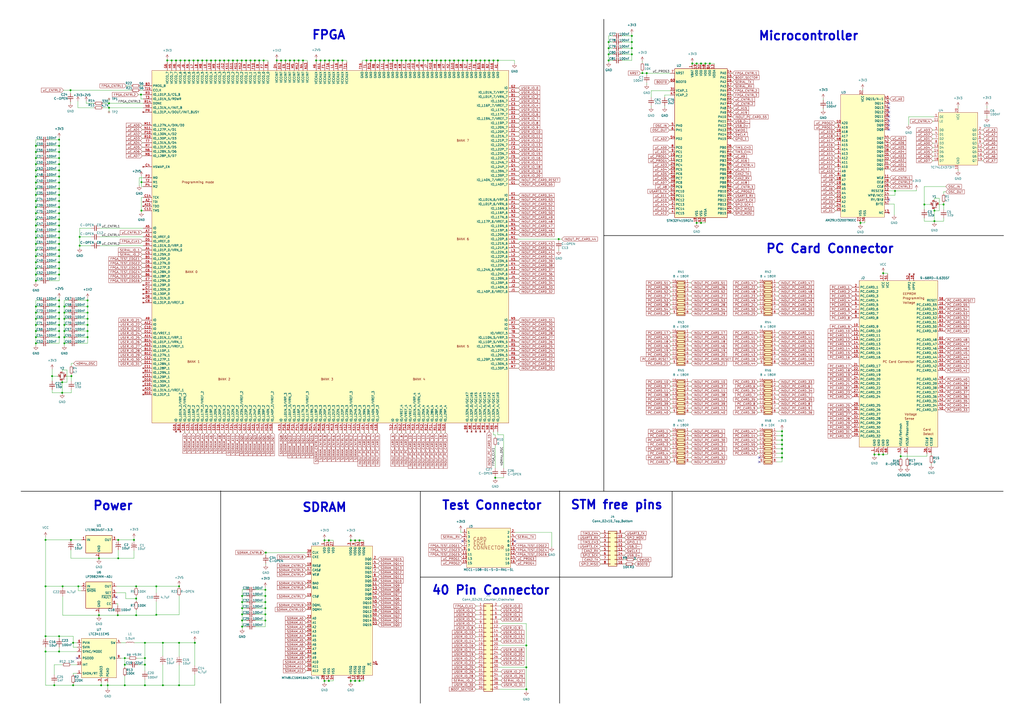
<source format=kicad_sch>
(kicad_sch (version 20211123) (generator eeschema)
  (paper "A2")
  (junction (at 20.828 123.698))
  (junction (at 150.368 35.052))
  (junction (at 82.042 105.664))
  (junction (at 188.468 35.052))
  (junction (at 153.924 345.694))
  (junction (at 287.274 277.114))
  (junction (at 140.462 352.806))
  (junction (at 271.018 35.052))
  (junction (at 137.668 35.052))
  (junction (at 34.29 127.254))
  (junction (at 34.29 159.258))
  (junction (at 34.29 152.146))
  (junction (at 154.178 320.548))
  (junction (at 109.728 35.052))
  (junction (at 324.104 138.684))
  (junction (at 50.8 177.8))
  (junction (at 217.678 35.052))
  (junction (at 41.148 313.182))
  (junction (at 20.828 155.702))
  (junction (at 119.888 35.052))
  (junction (at 205.994 313.436))
  (junction (at 281.178 35.052))
  (junction (at 34.29 377.952))
  (junction (at 185.928 35.052))
  (junction (at 42.418 397.51))
  (junction (at 20.828 184.912))
  (junction (at 34.29 188.468))
  (junction (at 72.39 381.762))
  (junction (at 132.588 35.052))
  (junction (at 68.326 356.87))
  (junction (at 114.808 35.052))
  (junction (at 286.258 35.052))
  (junction (at 188.214 394.97))
  (junction (at 20.828 159.258))
  (junction (at 519.176 110.744))
  (junction (at 77.724 313.182))
  (junction (at 20.828 137.922))
  (junction (at 20.828 152.146))
  (junction (at 263.398 35.052))
  (junction (at 34.29 102.362))
  (junction (at 31.496 397.51))
  (junction (at 37.338 177.8))
  (junction (at 536.194 118.618))
  (junction (at 113.03 372.872))
  (junction (at 124.968 35.052))
  (junction (at 26.416 369.062))
  (junction (at 232.918 35.052))
  (junction (at 191.008 35.052))
  (junction (at 193.548 35.052))
  (junction (at 103.886 340.106))
  (junction (at 34.29 141.478))
  (junction (at 509.778 263.652))
  (junction (at 57.404 323.85))
  (junction (at 103.886 372.872))
  (junction (at 104.648 35.052))
  (junction (at 34.29 148.59))
  (junction (at 30.226 218.186))
  (junction (at 102.108 35.052))
  (junction (at 203.454 394.97))
  (junction (at 34.29 81.026))
  (junction (at 163.068 35.052))
  (junction (at 20.828 195.58))
  (junction (at 72.39 385.572))
  (junction (at 305.308 387.096))
  (junction (at 245.618 35.052))
  (junction (at 20.828 177.8))
  (junction (at 34.29 95.25))
  (junction (at 20.828 181.356))
  (junction (at 353.06 35.052))
  (junction (at 212.598 35.052))
  (junction (at 366.522 20.828))
  (junction (at 20.828 145.034))
  (junction (at 140.462 356.362))
  (junction (at 34.29 192.024))
  (junction (at 205.994 394.97))
  (junction (at 507.238 263.652))
  (junction (at 34.29 84.582))
  (junction (at 453.644 252.73))
  (junction (at 453.644 262.89))
  (junction (at 140.462 345.694))
  (junction (at 153.924 359.918))
  (junction (at 265.938 35.052))
  (junction (at 20.828 199.136))
  (junction (at 20.828 113.03))
  (junction (at 26.416 340.106))
  (junction (at 140.462 349.25))
  (junction (at 20.828 95.25))
  (junction (at 34.29 98.806))
  (junction (at 208.534 313.436))
  (junction (at 50.8 188.468))
  (junction (at 82.042 122.174))
  (junction (at 190.754 313.436))
  (junction (at 453.644 260.35))
  (junction (at 34.29 184.912))
  (junction (at 46.228 137.414))
  (junction (at 26.416 377.952))
  (junction (at 283.718 35.052))
  (junction (at 20.828 162.814))
  (junction (at 78.994 356.87))
  (junction (at 273.558 35.052))
  (junction (at 68.58 313.182))
  (junction (at 57.404 356.87))
  (junction (at 34.29 120.142))
  (junction (at 50.8 184.912))
  (junction (at 34.29 177.8))
  (junction (at 243.078 35.052))
  (junction (at 78.994 340.106))
  (junction (at 68.58 323.85))
  (junction (at 353.06 27.94))
  (junction (at 94.488 372.872))
  (junction (at 208.534 394.97))
  (junction (at 46.228 142.494))
  (junction (at 117.348 35.052))
  (junction (at 34.29 123.698))
  (junction (at 512.318 158.496))
  (junction (at 453.644 257.81))
  (junction (at 203.454 313.436))
  (junction (at 253.238 35.052))
  (junction (at 366.522 27.94))
  (junction (at 20.828 130.81))
  (junction (at 20.828 116.586))
  (junction (at 50.8 192.024))
  (junction (at 50.8 181.356))
  (junction (at 37.338 184.912))
  (junction (at 258.318 35.052))
  (junction (at 542.036 128.27))
  (junction (at 34.29 155.702))
  (junction (at 353.06 24.384))
  (junction (at 20.828 188.468))
  (junction (at 183.388 35.052))
  (junction (at 103.886 397.51))
  (junction (at 20.828 105.918))
  (junction (at 190.754 394.97))
  (junction (at 188.214 313.436))
  (junction (at 20.828 148.59))
  (junction (at 260.858 35.052))
  (junction (at 153.924 356.362))
  (junction (at 198.628 35.052))
  (junction (at 170.688 35.052))
  (junction (at 94.488 397.51))
  (junction (at 255.778 35.052))
  (junction (at 227.838 35.052))
  (junction (at 84.074 385.572))
  (junction (at 37.338 192.024))
  (junction (at 140.208 35.052))
  (junction (at 248.158 35.052))
  (junction (at 20.828 134.366))
  (junction (at 230.378 35.052))
  (junction (at 34.29 369.062))
  (junction (at 20.828 127.254))
  (junction (at 147.828 35.052))
  (junction (at 160.528 35.052))
  (junction (at 375.158 42.418))
  (junction (at 36.322 340.106))
  (junction (at 453.644 265.43))
  (junction (at 153.924 352.806))
  (junction (at 40.894 52.324))
  (junction (at 20.828 192.024))
  (junction (at 130.048 35.052))
  (junction (at 34.29 130.81))
  (junction (at 499.11 129.286))
  (junction (at 84.074 381.762))
  (junction (at 127.508 35.052))
  (junction (at 50.8 174.244))
  (junction (at 20.828 88.138))
  (junction (at 20.828 98.806))
  (junction (at 366.522 31.496))
  (junction (at 406.654 129.286))
  (junction (at 34.29 113.03))
  (junction (at 20.828 141.478))
  (junction (at 37.338 181.356))
  (junction (at 34.29 174.244))
  (junction (at 107.188 35.052))
  (junction (at 112.268 35.052))
  (junction (at 453.644 250.19))
  (junction (at 45.466 340.106))
  (junction (at 153.924 349.25))
  (junction (at 42.418 372.872))
  (junction (at 278.638 35.052))
  (junction (at 81.788 54.864))
  (junction (at 135.128 35.052))
  (junction (at 305.308 374.396))
  (junction (at 90.678 340.106))
  (junction (at 20.828 84.582))
  (junction (at 140.462 363.474))
  (junction (at 153.924 342.138))
  (junction (at 84.074 372.872))
  (junction (at 401.574 36.83))
  (junction (at 235.458 35.052))
  (junction (at 34.29 109.474))
  (junction (at 34.29 195.58))
  (junction (at 97.028 35.052))
  (junction (at 122.428 35.052))
  (junction (at 168.148 35.052))
  (junction (at 542.036 122.174))
  (junction (at 276.098 35.052))
  (junction (at 453.644 255.27))
  (junction (at 173.228 35.052))
  (junction (at 37.338 195.58))
  (junction (at 225.298 35.052))
  (junction (at 62.484 397.51))
  (junction (at 268.478 35.052))
  (junction (at 288.798 35.052))
  (junction (at 63.246 62.484))
  (junction (at 34.29 181.356))
  (junction (at 250.698 35.052))
  (junction (at 90.678 356.616))
  (junction (at 34.29 145.034))
  (junction (at 34.29 105.918))
  (junction (at 63.246 59.944))
  (junction (at 34.29 88.138))
  (junction (at 409.194 36.83))
  (junction (at 50.8 195.58))
  (junction (at 222.758 35.052))
  (junction (at 34.29 137.922))
  (junction (at 215.138 35.052))
  (junction (at 404.114 129.286))
  (junction (at 406.654 36.83))
  (junction (at 165.608 35.052))
  (junction (at 26.416 313.182))
  (junction (at 175.768 35.052))
  (junction (at 36.068 227.838))
  (junction (at 240.538 35.052))
  (junction (at 20.828 91.694))
  (junction (at 36.068 221.742))
  (junction (at 220.218 35.052))
  (junction (at 366.522 24.384))
  (junction (at 140.462 359.918))
  (junction (at 99.568 35.052))
  (junction (at 37.338 188.468))
  (junction (at 34.29 134.366))
  (junction (at 78.994 347.218))
  (junction (at 196.088 35.052))
  (junction (at 522.478 264.668))
  (junction (at 145.288 35.052))
  (junction (at 237.998 35.052))
  (junction (at 411.734 36.83))
  (junction (at 142.748 35.052))
  (junction (at 41.402 218.186))
  (junction (at 20.828 120.142))
  (junction (at 58.674 397.51))
  (junction (at 84.074 397.51))
  (junction (at 37.338 199.136))
  (junction (at 305.308 399.796))
  (junction (at 34.29 116.586))
  (junction (at 34.29 91.694))
  (junction (at 152.908 35.052))
  (junction (at 20.828 102.362))
  (junction (at 372.618 42.418))
  (junction (at 512.318 263.652))
  (junction (at 72.39 397.51))
  (junction (at 547.37 118.618))
  (junction (at 20.828 109.474))
  (junction (at 404.114 36.83))
  (junction (at 353.06 31.496))
  (no_connect (at 44.704 381.762))
  (no_connect (at 440.436 265.43))
  (no_connect (at 440.436 267.97))
  (no_connect (at 515.62 115.824))
  (no_connect (at 515.62 62.484))
  (no_connect (at 515.62 59.944))
  (no_connect (at 268.224 313.944))
  (no_connect (at 298.704 313.944))
  (no_connect (at 67.564 346.456))
  (no_connect (at 515.62 67.564))
  (no_connect (at 515.62 75.184))
  (no_connect (at 515.62 70.104))
  (no_connect (at 515.62 72.644))
  (no_connect (at 515.62 65.024))
  (wire (pts (xy 400.812 255.27) (xy 400.05 255.27)))
  (wire (pts (xy 362.204 319.532) (xy 361.696 319.532)))
  (wire (pts (xy 46.228 132.334) (xy 46.228 137.414)))
  (wire (pts (xy 20.828 155.702) (xy 20.828 159.258)))
  (wire (pts (xy 289.56 389.636) (xy 290.576 389.636)))
  (wire (pts (xy 28.448 81.026) (xy 34.29 81.026)))
  (wire (pts (xy 348.488 324.612) (xy 348.996 324.612)))
  (wire (pts (xy 232.918 35.052) (xy 235.458 35.052)))
  (wire (pts (xy 150.368 250.952) (xy 150.368 250.444)))
  (wire (pts (xy 371.602 42.418) (xy 372.618 42.418)))
  (wire (pts (xy 366.522 24.384) (xy 366.522 20.828)))
  (wire (pts (xy 451.358 239.268) (xy 450.596 239.268)))
  (wire (pts (xy 289.56 394.716) (xy 290.576 394.716)))
  (wire (pts (xy 44.704 375.412) (xy 42.418 375.412)))
  (wire (pts (xy 44.958 184.912) (xy 50.8 184.912)))
  (wire (pts (xy 220.218 35.814) (xy 220.218 35.052)))
  (wire (pts (xy 20.828 177.8) (xy 23.368 177.8)))
  (wire (pts (xy 140.462 352.806) (xy 140.462 356.362)))
  (wire (pts (xy 541.02 80.518) (xy 541.782 80.518)))
  (wire (pts (xy 240.538 250.952) (xy 240.538 250.444)))
  (wire (pts (xy 140.462 349.25) (xy 140.462 352.806)))
  (wire (pts (xy 37.338 192.024) (xy 39.878 192.024)))
  (wire (pts (xy 37.338 177.8) (xy 39.878 177.8)))
  (wire (pts (xy 230.378 250.952) (xy 230.378 250.444)))
  (wire (pts (xy 28.448 98.806) (xy 34.29 98.806)))
  (wire (pts (xy 361.696 316.992) (xy 362.204 316.992)))
  (wire (pts (xy 20.828 184.912) (xy 23.368 184.912)))
  (wire (pts (xy 41.402 218.186) (xy 41.402 220.98)))
  (wire (pts (xy 424.942 113.538) (xy 424.434 113.538)))
  (wire (pts (xy 451.358 208.28) (xy 450.596 208.28)))
  (wire (pts (xy 230.378 35.052) (xy 230.378 35.814)))
  (wire (pts (xy 361.696 327.152) (xy 362.458 327.152)))
  (wire (pts (xy 219.202 326.898) (xy 218.694 326.898)))
  (wire (pts (xy 414.274 36.83) (xy 411.734 36.83)))
  (wire (pts (xy 217.678 35.052) (xy 220.218 35.052)))
  (wire (pts (xy 83.058 62.484) (xy 63.246 62.484)))
  (wire (pts (xy 198.628 250.952) (xy 198.628 250.444)))
  (wire (pts (xy 45.466 342.646) (xy 45.466 340.106)))
  (wire (pts (xy 82.55 195.834) (xy 83.058 195.834)))
  (wire (pts (xy 451.358 198.12) (xy 450.596 198.12)))
  (wire (pts (xy 300.736 81.534) (xy 300.228 81.534)))
  (wire (pts (xy 84.074 389.128) (xy 84.074 385.572)))
  (wire (pts (xy 278.638 35.052) (xy 281.178 35.052)))
  (wire (pts (xy 424.942 44.958) (xy 424.434 44.958)))
  (wire (pts (xy 258.318 250.952) (xy 258.318 250.444)))
  (wire (pts (xy 173.228 250.952) (xy 173.228 250.444)))
  (wire (pts (xy 28.448 181.356) (xy 34.29 181.356)))
  (wire (pts (xy 389.128 229.108) (xy 389.89 229.108)))
  (wire (pts (xy 78.994 356.87) (xy 68.326 356.87)))
  (wire (pts (xy 82.55 85.344) (xy 83.058 85.344)))
  (wire (pts (xy 439.674 252.73) (xy 440.436 252.73)))
  (wire (pts (xy 62.484 395.732) (xy 62.484 397.51)))
  (wire (pts (xy 424.942 93.218) (xy 424.434 93.218)))
  (wire (pts (xy 424.942 52.578) (xy 424.434 52.578)))
  (wire (pts (xy 439.674 169.164) (xy 440.436 169.164)))
  (wire (pts (xy 235.458 250.952) (xy 235.458 250.444)))
  (wire (pts (xy 324.104 138.684) (xy 300.228 138.684)))
  (wire (pts (xy 119.888 35.052) (xy 117.348 35.052)))
  (wire (pts (xy 34.29 195.58) (xy 34.29 192.024)))
  (wire (pts (xy 300.736 118.364) (xy 300.228 118.364)))
  (wire (pts (xy 34.29 105.918) (xy 34.29 102.362)))
  (wire (pts (xy 140.462 342.138) (xy 140.462 345.694)))
  (wire (pts (xy 44.958 188.468) (xy 50.8 188.468)))
  (wire (pts (xy 28.448 188.468) (xy 34.29 188.468)))
  (wire (pts (xy 300.736 195.834) (xy 300.228 195.834)))
  (wire (pts (xy 140.462 345.694) (xy 143.002 345.694)))
  (wire (pts (xy 300.736 78.994) (xy 300.228 78.994)))
  (wire (pts (xy 148.082 363.474) (xy 153.924 363.474)))
  (wire (pts (xy 90.678 340.106) (xy 78.994 340.106)))
  (wire (pts (xy 439.674 195.58) (xy 440.436 195.58)))
  (wire (pts (xy 439.674 198.12) (xy 440.436 198.12)))
  (wire (pts (xy 484.632 94.234) (xy 485.14 94.234)))
  (wire (pts (xy 211.074 314.198) (xy 211.074 313.436)))
  (wire (pts (xy 484.632 73.914) (xy 485.14 73.914)))
  (wire (pts (xy 271.018 35.052) (xy 271.018 35.814)))
  (wire (pts (xy 20.828 141.478) (xy 20.828 145.034)))
  (wire (pts (xy 62.484 397.51) (xy 62.484 399.288)))
  (wire (pts (xy 509.778 263.144) (xy 509.778 263.652)))
  (wire (pts (xy 401.574 36.322) (xy 401.574 36.83)))
  (wire (pts (xy 424.942 62.738) (xy 424.434 62.738)))
  (wire (pts (xy 57.404 356.87) (xy 57.404 357.378)))
  (wire (pts (xy 50.8 188.468) (xy 50.8 184.912)))
  (wire (pts (xy 389.128 193.04) (xy 389.89 193.04)))
  (wire (pts (xy 20.828 134.366) (xy 20.828 137.922)))
  (wire (pts (xy 82.55 190.754) (xy 83.058 190.754)))
  (wire (pts (xy 519.176 113.284) (xy 519.176 110.744)))
  (wire (pts (xy 253.238 35.052) (xy 255.778 35.052)))
  (wire (pts (xy 173.228 35.814) (xy 173.228 35.052)))
  (wire (pts (xy 135.128 35.052) (xy 132.588 35.052)))
  (wire (pts (xy 148.082 349.25) (xy 153.924 349.25)))
  (wire (pts (xy 70.104 381.762) (xy 72.39 381.762)))
  (wire (pts (xy 80.01 385.572) (xy 84.074 385.572)))
  (wire (pts (xy 453.644 249.174) (xy 453.644 250.19)))
  (wire (pts (xy 206.248 250.952) (xy 206.248 250.444)))
  (wire (pts (xy 516.128 90.424) (xy 515.62 90.424)))
  (wire (pts (xy 26.416 377.952) (xy 26.416 397.51)))
  (wire (pts (xy 135.128 35.814) (xy 135.128 35.052)))
  (wire (pts (xy 385.572 55.118) (xy 385.572 56.388)))
  (wire (pts (xy 132.588 250.952) (xy 132.588 250.444)))
  (wire (pts (xy 300.736 101.854) (xy 300.228 101.854)))
  (wire (pts (xy 210.058 35.814) (xy 210.058 35.052)))
  (wire (pts (xy 34.29 370.332) (xy 34.29 369.062)))
  (wire (pts (xy 289.56 354.076) (xy 290.322 354.076)))
  (wire (pts (xy 424.942 88.138) (xy 424.434 88.138)))
  (wire (pts (xy 248.158 35.052) (xy 250.698 35.052)))
  (wire (pts (xy 360.68 20.828) (xy 366.522 20.828)))
  (wire (pts (xy 451.358 179.324) (xy 450.596 179.324)))
  (wire (pts (xy 300.736 166.624) (xy 300.228 166.624)))
  (wire (pts (xy 114.808 250.952) (xy 114.808 250.444)))
  (wire (pts (xy 20.828 188.468) (xy 23.368 188.468)))
  (wire (pts (xy 20.828 137.922) (xy 20.828 141.478)))
  (wire (pts (xy 34.29 98.806) (xy 34.29 95.25)))
  (wire (pts (xy 26.416 375.412) (xy 26.416 377.952)))
  (wire (pts (xy 219.202 362.458) (xy 218.694 362.458)))
  (wire (pts (xy 484.632 81.534) (xy 485.14 81.534)))
  (wire (pts (xy 404.114 129.286) (xy 404.114 129.794)))
  (wire (pts (xy 267.208 308.864) (xy 268.224 308.864)))
  (wire (pts (xy 324.104 138.684) (xy 324.104 139.446)))
  (wire (pts (xy 245.618 250.952) (xy 245.618 250.444)))
  (wire (pts (xy 288.798 252.222) (xy 288.798 250.444)))
  (wire (pts (xy 20.828 98.806) (xy 20.828 102.362)))
  (wire (pts (xy 140.462 345.694) (xy 140.462 349.25)))
  (wire (pts (xy 536.194 126.492) (xy 536.194 128.27)))
  (wire (pts (xy 41.148 323.85) (xy 57.404 323.85)))
  (wire (pts (xy 20.828 113.03) (xy 23.368 113.03)))
  (wire (pts (xy 153.924 345.694) (xy 153.924 342.138)))
  (wire (pts (xy 178.308 35.052) (xy 175.768 35.052)))
  (wire (pts (xy 536.194 108.204) (xy 536.194 118.618)))
  (wire (pts (xy 348.488 309.372) (xy 348.996 309.372)))
  (wire (pts (xy 20.828 188.468) (xy 20.828 192.024)))
  (wire (pts (xy 145.288 35.814) (xy 145.288 35.052)))
  (wire (pts (xy 215.138 35.052) (xy 217.678 35.052)))
  (wire (pts (xy 205.994 313.436) (xy 208.534 313.436)))
  (wire (pts (xy 547.37 126.492) (xy 547.37 128.27)))
  (wire (pts (xy 289.56 369.316) (xy 290.322 369.316)))
  (wire (pts (xy 484.632 86.614) (xy 485.14 86.614)))
  (wire (pts (xy 34.29 159.258) (xy 34.29 162.814)))
  (wire (pts (xy 34.29 134.366) (xy 34.29 130.81)))
  (wire (pts (xy 253.238 35.052) (xy 253.238 35.814)))
  (wire (pts (xy 20.828 159.258) (xy 23.368 159.258)))
  (wire (pts (xy 512.318 263.652) (xy 509.778 263.652)))
  (wire (pts (xy 20.828 116.586) (xy 23.368 116.586)))
  (wire (pts (xy 82.55 200.914) (xy 83.058 200.914)))
  (wire (pts (xy 177.546 376.428) (xy 178.054 376.428)))
  (wire (pts (xy 122.428 35.814) (xy 122.428 35.052)))
  (wire (pts (xy 389.128 174.244) (xy 389.89 174.244)))
  (wire (pts (xy 193.548 250.952) (xy 193.548 250.444)))
  (wire (pts (xy 389.128 262.89) (xy 389.89 262.89)))
  (wire (pts (xy 219.202 354.838) (xy 218.694 354.838)))
  (wire (pts (xy 34.29 177.8) (xy 34.29 174.244)))
  (wire (pts (xy 439.674 208.28) (xy 440.436 208.28)))
  (wire (pts (xy 265.938 35.814) (xy 265.938 35.052)))
  (wire (pts (xy 82.55 87.884) (xy 83.058 87.884)))
  (wire (pts (xy 451.358 176.784) (xy 450.596 176.784)))
  (wire (pts (xy 63.246 62.484) (xy 63.246 65.024)))
  (wire (pts (xy 283.718 35.052) (xy 286.258 35.052)))
  (wire (pts (xy 250.698 250.952) (xy 250.698 250.444)))
  (wire (pts (xy 400.812 210.82) (xy 400.05 210.82)))
  (wire (pts (xy 124.968 35.052) (xy 122.428 35.052)))
  (wire (pts (xy 148.082 352.806) (xy 153.924 352.806)))
  (wire (pts (xy 119.888 250.952) (xy 119.888 250.444)))
  (wire (pts (xy 243.078 250.952) (xy 243.078 250.444)))
  (wire (pts (xy 451.358 181.864) (xy 450.596 181.864)))
  (wire (pts (xy 369.316 324.612) (xy 368.046 324.612)))
  (wire (pts (xy 59.69 59.944) (xy 63.246 59.944)))
  (wire (pts (xy 424.942 108.458) (xy 424.434 108.458)))
  (wire (pts (xy 300.736 115.824) (xy 300.228 115.824)))
  (wire (pts (xy 477.52 57.15) (xy 477.52 57.912)))
  (wire (pts (xy 130.048 35.052) (xy 127.508 35.052)))
  (wire (pts (xy 222.758 35.052) (xy 222.758 35.814)))
  (wire (pts (xy 276.098 369.316) (xy 276.86 369.316)))
  (wire (pts (xy 237.998 35.052) (xy 237.998 35.814)))
  (wire (pts (xy 28.448 155.702) (xy 34.29 155.702)))
  (wire (pts (xy 26.416 397.51) (xy 31.496 397.51)))
  (wire (pts (xy 300.736 120.904) (xy 300.228 120.904)))
  (wire (pts (xy 541.02 90.678) (xy 541.782 90.678)))
  (wire (pts (xy 389.128 250.19) (xy 389.89 250.19)))
  (wire (pts (xy 484.632 119.634) (xy 485.14 119.634)))
  (wire (pts (xy 375.158 42.418) (xy 375.158 43.18)))
  (wire (pts (xy 219.202 342.138) (xy 218.694 342.138)))
  (wire (pts (xy 208.788 250.952) (xy 208.788 250.444)))
  (wire (pts (xy 26.416 311.404) (xy 26.416 313.182)))
  (wire (pts (xy 289.56 361.696) (xy 305.308 361.696)))
  (wire (pts (xy 155.448 250.952) (xy 155.448 250.444)))
  (wire (pts (xy 20.828 177.8) (xy 20.828 181.356)))
  (wire (pts (xy 37.338 195.58) (xy 37.338 199.136)))
  (wire (pts (xy 218.948 250.952) (xy 218.948 250.444)))
  (wire (pts (xy 516.128 105.664) (xy 515.62 105.664)))
  (wire (pts (xy 300.736 133.604) (xy 300.228 133.604)))
  (wire (pts (xy 353.06 27.94) (xy 355.6 27.94)))
  (wire (pts (xy 348.488 311.912) (xy 348.996 311.912)))
  (wire (pts (xy 57.404 355.346) (xy 57.404 356.87)))
  (wire (pts (xy 213.868 250.952) (xy 213.868 250.444)))
  (wire (pts (xy 78.994 345.694) (xy 78.994 347.218)))
  (wire (pts (xy 210.058 35.052) (xy 212.598 35.052)))
  (wire (pts (xy 400.812 231.648) (xy 400.05 231.648)))
  (wire (pts (xy 28.448 95.25) (xy 34.29 95.25)))
  (wire (pts (xy 300.736 61.214) (xy 300.228 61.214)))
  (wire (pts (xy 289.56 379.476) (xy 290.322 379.476)))
  (wire (pts (xy 484.632 99.314) (xy 485.14 99.314)))
  (wire (pts (xy 348.488 327.152) (xy 348.996 327.152)))
  (wire (pts (xy 300.736 84.074) (xy 300.228 84.074)))
  (wire (pts (xy 292.1 252.222) (xy 292.1 271.526)))
  (wire (pts (xy 400.812 262.89) (xy 400.05 262.89)))
  (wire (pts (xy 177.546 361.188) (xy 178.054 361.188)))
  (wire (pts (xy 44.958 177.8) (xy 50.8 177.8)))
  (wire (pts (xy 366.522 20.828) (xy 366.522 19.558)))
  (wire (pts (xy 286.258 35.814) (xy 286.258 35.052)))
  (wire (pts (xy 451.358 195.58) (xy 450.596 195.58)))
  (wire (pts (xy 34.29 174.244) (xy 34.29 172.72)))
  (wire (pts (xy 112.268 35.814) (xy 112.268 35.052)))
  (wire (pts (xy 353.06 35.052) (xy 355.6 35.052)))
  (wire (pts (xy 104.648 35.814) (xy 104.648 35.052)))
  (wire (pts (xy 388.366 72.898) (xy 388.874 72.898)))
  (wire (pts (xy 50.038 58.674) (xy 50.038 59.944)))
  (wire (pts (xy 20.828 145.034) (xy 23.368 145.034)))
  (wire (pts (xy 289.56 384.556) (xy 290.322 384.556)))
  (wire (pts (xy 439.674 262.89) (xy 440.436 262.89)))
  (wire (pts (xy 205.994 314.198) (xy 205.994 313.436)))
  (wire (pts (xy 103.886 397.51) (xy 94.488 397.51)))
  (wire (pts (xy 20.828 113.03) (xy 20.828 116.586)))
  (wire (pts (xy 276.098 35.814) (xy 276.098 35.052)))
  (wire (pts (xy 400.812 169.164) (xy 400.05 169.164)))
  (wire (pts (xy 263.398 35.814) (xy 263.398 35.052)))
  (wire (pts (xy 124.968 35.814) (xy 124.968 35.052)))
  (wire (pts (xy 300.736 128.524) (xy 300.228 128.524)))
  (wire (pts (xy 484.632 109.474) (xy 485.14 109.474)))
  (wire (pts (xy 34.29 192.024) (xy 34.29 188.468)))
  (wire (pts (xy 409.194 36.83) (xy 406.654 36.83)))
  (wire (pts (xy 300.736 148.844) (xy 300.228 148.844)))
  (wire (pts (xy 544.83 122.174) (xy 542.036 122.174)))
  (wire (pts (xy 388.366 98.298) (xy 388.874 98.298)))
  (wire (pts (xy 177.546 363.728) (xy 178.054 363.728)))
  (wire (pts (xy 300.736 151.384) (xy 300.228 151.384)))
  (wire (pts (xy 153.924 352.806) (xy 153.924 349.25)))
  (wire (pts (xy 300.736 73.914) (xy 300.228 73.914)))
  (wire (pts (xy 547.37 117.602) (xy 547.37 118.618)))
  (wire (pts (xy 28.448 120.142) (xy 34.29 120.142)))
  (wire (pts (xy 424.942 47.498) (xy 424.434 47.498)))
  (wire (pts (xy 439.674 239.268) (xy 440.436 239.268)))
  (wire (pts (xy 400.812 221.488) (xy 400.05 221.488)))
  (wire (pts (xy 400.812 205.74) (xy 400.05 205.74)))
  (wire (pts (xy 28.448 130.81) (xy 34.29 130.81)))
  (wire (pts (xy 37.338 199.136) (xy 39.878 199.136)))
  (wire (pts (xy 188.468 35.052) (xy 185.928 35.052)))
  (wire (pts (xy 31.496 385.572) (xy 31.496 391.414)))
  (wire (pts (xy 72.898 343.916) (xy 72.898 347.218)))
  (wire (pts (xy 145.288 250.952) (xy 145.288 250.444)))
  (wire (pts (xy 388.366 103.378) (xy 388.874 103.378)))
  (wire (pts (xy 451.358 231.648) (xy 450.596 231.648)))
  (wire (pts (xy 400.812 195.58) (xy 400.05 195.58)))
  (wire (pts (xy 414.274 37.338) (xy 414.274 36.83)))
  (wire (pts (xy 20.828 192.024) (xy 23.368 192.024)))
  (wire (pts (xy 37.338 188.468) (xy 37.338 192.024)))
  (wire (pts (xy 37.338 199.136) (xy 37.338 200.406)))
  (wire (pts (xy 50.8 184.912) (xy 50.8 181.356)))
  (wire (pts (xy 300.736 141.224) (xy 300.228 141.224)))
  (wire (pts (xy 240.538 35.052) (xy 240.538 35.814)))
  (wire (pts (xy 103.886 339.598) (xy 103.886 340.106)))
  (wire (pts (xy 366.522 27.94) (xy 366.522 24.384)))
  (wire (pts (xy 20.828 127.254) (xy 20.828 130.81)))
  (wire (pts (xy 203.454 312.674) (xy 203.454 313.436)))
  (wire (pts (xy 82.042 114.554) (xy 82.042 122.174)))
  (wire (pts (xy 34.29 141.478) (xy 34.29 137.922)))
  (wire (pts (xy 219.202 344.678) (xy 218.694 344.678)))
  (wire (pts (xy 34.29 369.062) (xy 42.418 369.062)))
  (wire (pts (xy 41.148 313.182) (xy 26.416 313.182)))
  (wire (pts (xy 400.812 171.704) (xy 400.05 171.704)))
  (wire (pts (xy 300.736 86.614) (xy 300.228 86.614)))
  (wire (pts (xy 292.1 252.222) (xy 288.798 252.222)))
  (wire (pts (xy 219.202 337.058) (xy 218.694 337.058)))
  (wire (pts (xy 219.202 324.358) (xy 218.694 324.358)))
  (wire (pts (xy 439.674 255.27) (xy 440.436 255.27)))
  (wire (pts (xy 353.06 20.828) (xy 353.06 24.384)))
  (wire (pts (xy 177.546 340.868) (xy 178.054 340.868)))
  (wire (pts (xy 300.736 193.294) (xy 300.228 193.294)))
  (wire (pts (xy 168.148 250.952) (xy 168.148 250.444)))
  (wire (pts (xy 388.366 118.618) (xy 388.874 118.618)))
  (wire (pts (xy 537.718 264.668) (xy 522.478 264.668)))
  (wire (pts (xy 46.228 142.494) (xy 46.228 143.764)))
  (wire (pts (xy 99.568 35.814) (xy 99.568 35.052)))
  (wire (pts (xy 227.838 35.052) (xy 227.838 35.814)))
  (wire (pts (xy 34.29 95.25) (xy 34.29 91.694)))
  (wire (pts (xy 401.574 36.83) (xy 401.574 37.338)))
  (wire (pts (xy 113.03 386.08) (xy 113.03 372.872)))
  (wire (pts (xy 300.736 185.674) (xy 300.228 185.674)))
  (wire (pts (xy 276.098 371.856) (xy 276.86 371.856)))
  (wire (pts (xy 81.28 49.784) (xy 83.058 49.784)))
  (wire (pts (xy 298.45 35.052) (xy 288.798 35.052)))
  (wire (pts (xy 227.838 250.952) (xy 227.838 250.444)))
  (wire (pts (xy 389.128 166.624) (xy 389.89 166.624)))
  (wire (pts (xy 268.478 35.052) (xy 271.018 35.052)))
  (wire (pts (xy 113.03 371.856) (xy 113.03 372.872)))
  (wire (pts (xy 34.29 123.698) (xy 34.29 120.142)))
  (wire (pts (xy 193.294 314.198) (xy 193.294 313.436)))
  (wire (pts (xy 388.366 47.498) (xy 388.874 47.498)))
  (polyline (pts (xy 128.016 284.734) (xy 128.016 407.924)) (stroke (width 0.3) (type solid) (color 0 0 0 1)))
  (wire (pts (xy 31.496 396.494) (xy 31.496 397.51)))
  (wire (pts (xy 572.516 67.564) (xy 572.516 68.326)))
  (wire (pts (xy 260.858 35.052) (xy 263.398 35.052)))
  (wire (pts (xy 34.29 113.03) (xy 34.29 109.474)))
  (wire (pts (xy 163.068 35.052) (xy 160.528 35.052)))
  (wire (pts (xy 82.55 139.954) (xy 83.058 139.954)))
  (wire (pts (xy 57.404 323.85) (xy 57.404 324.358)))
  (wire (pts (xy 153.924 356.362) (xy 153.924 352.806)))
  (wire (pts (xy 400.812 166.624) (xy 400.05 166.624)))
  (wire (pts (xy 26.416 340.106) (xy 26.416 369.062)))
  (wire (pts (xy 20.828 159.258) (xy 20.828 162.814)))
  (wire (pts (xy 300.736 159.004) (xy 300.228 159.004)))
  (wire (pts (xy 512.318 263.144) (xy 512.318 263.652)))
  (wire (pts (xy 46.228 142.494) (xy 52.832 142.494)))
  (wire (pts (xy 36.068 214.63) (xy 38.862 214.63)))
  (wire (pts (xy 37.338 181.356) (xy 37.338 184.912)))
  (wire (pts (xy 278.638 35.814) (xy 278.638 35.052)))
  (wire (pts (xy 541.02 77.978) (xy 541.782 77.978)))
  (wire (pts (xy 484.632 104.394) (xy 485.14 104.394)))
  (wire (pts (xy 527.05 67.818) (xy 541.782 67.818)))
  (wire (pts (xy 45.212 58.674) (xy 45.212 62.484)))
  (wire (pts (xy 175.768 35.814) (xy 175.768 35.052)))
  (wire (pts (xy 50.8 174.244) (xy 50.8 172.974)))
  (wire (pts (xy 44.958 174.244) (xy 50.8 174.244)))
  (wire (pts (xy 507.238 263.144) (xy 507.238 263.652)))
  (wire (pts (xy 451.358 174.244) (xy 450.596 174.244)))
  (wire (pts (xy 516.128 103.124) (xy 515.62 103.124)))
  (wire (pts (xy 183.388 250.952) (xy 183.388 250.444)))
  (wire (pts (xy 154.178 326.898) (xy 154.178 327.66)))
  (wire (pts (xy 385.572 61.468) (xy 385.572 62.23)))
  (wire (pts (xy 28.448 192.024) (xy 34.29 192.024)))
  (wire (pts (xy 208.534 314.198) (xy 208.534 313.436)))
  (wire (pts (xy 512.318 158.496) (xy 512.318 159.004)))
  (wire (pts (xy 28.448 141.478) (xy 34.29 141.478)))
  (wire (pts (xy 451.358 171.704) (xy 450.596 171.704)))
  (wire (pts (xy 400.812 234.188) (xy 400.05 234.188)))
  (wire (pts (xy 484.632 89.154) (xy 485.14 89.154)))
  (wire (pts (xy 514.858 263.144) (xy 514.858 263.652)))
  (wire (pts (xy 175.768 250.952) (xy 175.768 250.444)))
  (wire (pts (xy 114.808 35.052) (xy 112.268 35.052)))
  (wire (pts (xy 453.644 252.73) (xy 453.644 255.27)))
  (wire (pts (xy 300.736 63.754) (xy 300.228 63.754)))
  (wire (pts (xy 268.478 35.814) (xy 268.478 35.052)))
  (wire (pts (xy 203.708 250.952) (xy 203.708 250.444)))
  (wire (pts (xy 389.128 224.028) (xy 389.89 224.028)))
  (wire (pts (xy 205.994 394.208) (xy 205.994 394.97)))
  (wire (pts (xy 44.958 199.136) (xy 50.8 199.136)))
  (wire (pts (xy 152.908 250.952) (xy 152.908 250.444)))
  (wire (pts (xy 570.23 75.438) (xy 569.722 75.438)))
  (wire (pts (xy 163.068 35.814) (xy 163.068 35.052)))
  (wire (pts (xy 113.03 372.872) (xy 103.886 372.872)))
  (wire (pts (xy 276.098 374.396) (xy 276.86 374.396)))
  (wire (pts (xy 177.546 345.948) (xy 178.054 345.948)))
  (wire (pts (xy 400.812 198.12) (xy 400.05 198.12)))
  (wire (pts (xy 177.546 384.048) (xy 178.054 384.048)))
  (wire (pts (xy 109.728 35.052) (xy 107.188 35.052)))
  (wire (pts (xy 400.812 257.81) (xy 400.05 257.81)))
  (wire (pts (xy 40.894 52.324) (xy 40.894 54.102)))
  (wire (pts (xy 117.348 35.814) (xy 117.348 35.052)))
  (wire (pts (xy 28.448 162.814) (xy 34.29 162.814)))
  (wire (pts (xy 140.462 359.918) (xy 140.462 363.474)))
  (wire (pts (xy 80.264 54.864) (xy 81.788 54.864)))
  (wire (pts (xy 516.128 80.264) (xy 515.62 80.264)))
  (wire (pts (xy 424.942 110.998) (xy 424.434 110.998)))
  (wire (pts (xy 518.668 118.364) (xy 518.668 124.714)))
  (wire (pts (xy 424.942 103.378) (xy 424.434 103.378)))
  (wire (pts (xy 375.158 48.26) (xy 375.158 49.022)))
  (wire (pts (xy 201.168 250.952) (xy 201.168 250.444)))
  (wire (pts (xy 547.37 111.252) (xy 547.37 112.522)))
  (wire (pts (xy 220.218 35.052) (xy 222.758 35.052)))
  (wire (pts (xy 537.718 263.144) (xy 537.718 264.668)))
  (wire (pts (xy 168.148 35.814) (xy 168.148 35.052)))
  (wire (pts (xy 540.258 268.986) (xy 540.258 269.748)))
  (wire (pts (xy 84.074 385.572) (xy 84.074 381.762)))
  (wire (pts (xy 544.83 115.062) (xy 544.83 122.174)))
  (wire (pts (xy 112.268 250.952) (xy 112.268 250.444)))
  (wire (pts (xy 82.55 162.814) (xy 83.058 162.814)))
  (wire (pts (xy 190.754 394.97) (xy 188.214 394.97)))
  (wire (pts (xy 68.58 319.024) (xy 68.58 323.85)))
  (wire (pts (xy 177.546 378.968) (xy 178.054 378.968)))
  (wire (pts (xy 235.458 35.052) (xy 237.998 35.052)))
  (wire (pts (xy 153.924 342.138) (xy 153.924 340.614)))
  (wire (pts (xy 37.338 184.912) (xy 39.878 184.912)))
  (wire (pts (xy 178.308 250.952) (xy 178.308 250.444)))
  (wire (pts (xy 300.736 94.234) (xy 300.228 94.234)))
  (wire (pts (xy 499.11 128.524) (xy 499.11 129.286)))
  (wire (pts (xy 300.736 125.984) (xy 300.228 125.984)))
  (wire (pts (xy 439.674 205.74) (xy 440.436 205.74)))
  (wire (pts (xy 300.736 211.074) (xy 300.228 211.074)))
  (wire (pts (xy 153.924 363.474) (xy 153.924 359.918)))
  (wire (pts (xy 20.828 195.58) (xy 23.368 195.58)))
  (wire (pts (xy 147.828 35.814) (xy 147.828 35.052)))
  (wire (pts (xy 389.128 164.084) (xy 389.89 164.084)))
  (wire (pts (xy 439.674 260.35) (xy 440.436 260.35)))
  (wire (pts (xy 320.04 308.864) (xy 320.04 317.246)))
  (wire (pts (xy 276.098 387.096) (xy 276.86 387.096)))
  (wire (pts (xy 271.018 35.052) (xy 273.558 35.052)))
  (wire (pts (xy 439.674 221.488) (xy 440.436 221.488)))
  (wire (pts (xy 289.56 366.776) (xy 290.322 366.776)))
  (wire (pts (xy 34.29 88.138) (xy 34.29 84.582)))
  (wire (pts (xy 84.074 397.51) (xy 72.39 397.51)))
  (wire (pts (xy 37.338 174.244) (xy 37.338 177.8)))
  (wire (pts (xy 84.074 381.762) (xy 84.074 372.872)))
  (wire (pts (xy 135.128 250.952) (xy 135.128 250.444)))
  (wire (pts (xy 300.736 213.614) (xy 300.228 213.614)))
  (wire (pts (xy 28.448 137.922) (xy 34.29 137.922)))
  (polyline (pts (xy 324.612 284.734) (xy 324.612 407.924)) (stroke (width 0.3) (type solid) (color 0 0 0 1)))
  (wire (pts (xy 20.828 120.142) (xy 23.368 120.142)))
  (wire (pts (xy 388.366 100.838) (xy 388.874 100.838)))
  (wire (pts (xy 44.704 377.952) (xy 34.29 377.952)))
  (wire (pts (xy 58.674 397.51) (xy 62.484 397.51)))
  (wire (pts (xy 59.69 62.484) (xy 63.246 62.484)))
  (wire (pts (xy 72.39 397.51) (xy 62.484 397.51)))
  (wire (pts (xy 522.478 263.144) (xy 522.478 264.668)))
  (wire (pts (xy 58.674 395.732) (xy 58.674 397.51)))
  (wire (pts (xy 50.8 177.8) (xy 50.8 174.244)))
  (wire (pts (xy 165.608 250.952) (xy 165.608 250.444)))
  (wire (pts (xy 34.29 127.254) (xy 34.29 123.698)))
  (wire (pts (xy 94.488 372.872) (xy 94.488 380.492)))
  (wire (pts (xy 20.828 155.702) (xy 23.368 155.702)))
  (wire (pts (xy 177.546 353.568) (xy 178.054 353.568)))
  (wire (pts (xy 424.942 121.158) (xy 424.434 121.158)))
  (wire (pts (xy 28.448 145.034) (xy 34.29 145.034)))
  (wire (pts (xy 183.388 34.29) (xy 183.388 35.052)))
  (wire (pts (xy 38.862 214.63) (xy 38.862 221.742)))
  (wire (pts (xy 191.008 35.052) (xy 188.468 35.052)))
  (wire (pts (xy 140.208 35.052) (xy 137.668 35.052)))
  (wire (pts (xy 389.128 205.74) (xy 389.89 205.74)))
  (wire (pts (xy 353.06 24.384) (xy 353.06 27.94)))
  (wire (pts (xy 389.128 239.268) (xy 389.89 239.268)))
  (wire (pts (xy 300.736 89.154) (xy 300.228 89.154)))
  (wire (pts (xy 516.128 82.804) (xy 515.62 82.804)))
  (wire (pts (xy 424.942 70.358) (xy 424.434 70.358)))
  (wire (pts (xy 154.178 320.548) (xy 154.178 321.818)))
  (wire (pts (xy 484.632 101.854) (xy 485.14 101.854)))
  (wire (pts (xy 219.202 349.758) (xy 218.694 349.758)))
  (wire (pts (xy 137.668 35.052) (xy 135.128 35.052)))
  (wire (pts (xy 439.674 224.028) (xy 440.436 224.028)))
  (wire (pts (xy 130.048 35.814) (xy 130.048 35.052)))
  (wire (pts (xy 36.322 340.106) (xy 36.322 340.868)))
  (wire (pts (xy 406.654 129.286) (xy 404.114 129.286)))
  (wire (pts (xy 50.8 192.024) (xy 50.8 188.468)))
  (wire (pts (xy 208.534 394.208) (xy 208.534 394.97)))
  (wire (pts (xy 300.736 161.544) (xy 300.228 161.544)))
  (wire (pts (xy 516.128 92.964) (xy 515.62 92.964)))
  (wire (pts (xy 20.828 123.698) (xy 23.368 123.698)))
  (wire (pts (xy 103.886 356.616) (xy 90.678 356.616)))
  (wire (pts (xy 404.114 128.778) (xy 404.114 129.286)))
  (wire (pts (xy 289.56 374.396) (xy 305.308 374.396)))
  (wire (pts (xy 148.082 345.694) (xy 153.924 345.694)))
  (wire (pts (xy 265.938 35.052) (xy 268.478 35.052)))
  (wire (pts (xy 360.68 24.384) (xy 366.522 24.384)))
  (wire (pts (xy 44.958 195.58) (xy 50.8 195.58)))
  (wire (pts (xy 203.454 394.208) (xy 203.454 394.97)))
  (wire (pts (xy 23.368 81.026) (xy 20.828 81.026)))
  (wire (pts (xy 298.45 36.83) (xy 298.45 35.052)))
  (wire (pts (xy 190.754 313.436) (xy 188.214 313.436)))
  (wire (pts (xy 140.462 356.362) (xy 143.002 356.362)))
  (wire (pts (xy 389.128 221.488) (xy 389.89 221.488)))
  (wire (pts (xy 114.808 35.814) (xy 114.808 35.052)))
  (wire (pts (xy 177.546 381.508) (xy 178.054 381.508)))
  (wire (pts (xy 47.244 340.106) (xy 45.466 340.106)))
  (wire (pts (xy 102.108 35.052) (xy 99.568 35.052)))
  (wire (pts (xy 82.55 75.184) (xy 83.058 75.184)))
  (wire (pts (xy 119.888 35.814) (xy 119.888 35.052)))
  (wire (pts (xy 400.812 164.084) (xy 400.05 164.084)))
  (wire (pts (xy 250.698 35.052) (xy 250.698 35.814)))
  (wire (pts (xy 424.942 105.918) (xy 424.434 105.918)))
  (wire (pts (xy 406.654 128.778) (xy 406.654 129.286)))
  (wire (pts (xy 82.55 147.574) (xy 83.058 147.574)))
  (wire (pts (xy 450.596 255.27) (xy 453.644 255.27)))
  (wire (pts (xy 276.098 389.636) (xy 276.86 389.636)))
  (wire (pts (xy 424.942 67.818) (xy 424.434 67.818)))
  (wire (pts (xy 273.558 35.052) (xy 276.098 35.052)))
  (wire (pts (xy 255.778 35.052) (xy 258.318 35.052)))
  (wire (pts (xy 388.366 123.698) (xy 388.874 123.698)))
  (wire (pts (xy 536.194 128.27) (xy 542.036 128.27)))
  (wire (pts (xy 260.858 35.814) (xy 260.858 35.052)))
  (wire (pts (xy 439.674 236.728) (xy 440.436 236.728)))
  (wire (pts (xy 20.828 109.474) (xy 23.368 109.474)))
  (wire (pts (xy 289.56 399.796) (xy 305.308 399.796)))
  (wire (pts (xy 300.736 169.164) (xy 300.228 169.164)))
  (wire (pts (xy 20.828 81.026) (xy 20.828 84.582)))
  (wire (pts (xy 23.368 91.694) (xy 20.828 91.694)))
  (wire (pts (xy 188.468 35.814) (xy 188.468 35.052)))
  (wire (pts (xy 353.06 24.384) (xy 355.6 24.384)))
  (wire (pts (xy 570.23 83.058) (xy 569.722 83.058)))
  (wire (pts (xy 205.994 394.97) (xy 203.454 394.97)))
  (wire (pts (xy 439.674 231.648) (xy 440.436 231.648)))
  (wire (pts (xy 52.832 132.334) (xy 46.228 132.334)))
  (wire (pts (xy 82.55 155.194) (xy 83.058 155.194)))
  (wire (pts (xy 140.208 250.952) (xy 140.208 250.444)))
  (wire (pts (xy 113.03 397.51) (xy 103.886 397.51)))
  (wire (pts (xy 544.576 118.618) (xy 547.37 118.618)))
  (wire (pts (xy 477.52 62.992) (xy 477.52 63.754)))
  (wire (pts (xy 289.56 356.616) (xy 290.322 356.616)))
  (wire (pts (xy 57.404 356.87) (xy 68.326 356.87)))
  (wire (pts (xy 439.674 250.19) (xy 440.436 250.19)))
  (wire (pts (xy 124.968 250.952) (xy 124.968 250.444)))
  (wire (pts (xy 484.632 71.374) (xy 485.14 71.374)))
  (wire (pts (xy 366.522 35.052) (xy 366.522 31.496)))
  (wire (pts (xy 40.894 59.182) (xy 40.894 59.944)))
  (wire (pts (xy 451.358 166.624) (xy 450.596 166.624)))
  (wire (pts (xy 515.62 113.284) (xy 519.176 113.284)))
  (wire (pts (xy 450.596 257.81) (xy 453.644 257.81)))
  (wire (pts (xy 361.696 314.452) (xy 362.204 314.452)))
  (wire (pts (xy 20.828 148.59) (xy 23.368 148.59)))
  (wire (pts (xy 300.736 205.994) (xy 300.228 205.994)))
  (wire (pts (xy 45.466 340.106) (xy 36.322 340.106)))
  (wire (pts (xy 400.812 179.324) (xy 400.05 179.324)))
  (wire (pts (xy 42.418 396.494) (xy 42.418 397.51)))
  (wire (pts (xy 400.812 229.108) (xy 400.05 229.108)))
  (wire (pts (xy 245.618 35.052) (xy 245.618 35.814)))
  (wire (pts (xy 514.858 159.004) (xy 514.858 158.496)))
  (wire (pts (xy 424.942 65.278) (xy 424.434 65.278)))
  (polyline (pts (xy 243.84 334.772) (xy 389.89 334.772)) (stroke (width 0.3) (type solid) (color 0 0 0 1)))
  (wire (pts (xy 160.528 34.29) (xy 160.528 35.052)))
  (wire (pts (xy 103.886 340.106) (xy 90.678 340.106)))
  (wire (pts (xy 82.55 160.274) (xy 83.058 160.274)))
  (wire (pts (xy 400.812 239.268) (xy 400.05 239.268)))
  (wire (pts (xy 177.546 386.588) (xy 178.054 386.588)))
  (wire (pts (xy 41.402 226.06) (xy 41.402 227.838)))
  (wire (pts (xy 388.874 55.118) (xy 385.572 55.118)))
  (wire (pts (xy 400.812 200.66) (xy 400.05 200.66)))
  (wire (pts (xy 516.128 87.884) (xy 515.62 87.884)))
  (wire (pts (xy 404.114 37.338) (xy 404.114 36.83)))
  (wire (pts (xy 424.942 118.618) (xy 424.434 118.618)))
  (wire (pts (xy 185.928 35.814) (xy 185.928 35.052)))
  (wire (pts (xy 519.176 110.744) (xy 515.62 110.744)))
  (wire (pts (xy 522.478 264.668) (xy 522.478 265.684)))
  (wire (pts (xy 484.632 122.174) (xy 485.14 122.174)))
  (wire (pts (xy 47.244 342.646) (xy 45.466 342.646)))
  (wire (pts (xy 127.508 35.052) (xy 124.968 35.052)))
  (wire (pts (xy 451.358 221.488) (xy 450.596 221.488)))
  (wire (pts (xy 411.734 36.83) (xy 409.194 36.83)))
  (wire (pts (xy 103.886 340.614) (xy 103.886 340.106)))
  (wire (pts (xy 117.348 250.952) (xy 117.348 250.444)))
  (wire (pts (xy 20.828 134.366) (xy 23.368 134.366)))
  (wire (pts (xy 34.29 145.034) (xy 34.29 148.59)))
  (wire (pts (xy 219.202 339.598) (xy 218.694 339.598)))
  (wire (pts (xy 300.736 123.444) (xy 300.228 123.444)))
  (wire (pts (xy 300.736 106.934) (xy 300.228 106.934)))
  (wire (pts (xy 409.194 37.338) (xy 409.194 36.83)))
  (wire (pts (xy 44.958 181.356) (xy 50.8 181.356)))
  (wire (pts (xy 94.488 385.572) (xy 94.488 397.51)))
  (wire (pts (xy 20.828 130.81) (xy 23.368 130.81)))
  (wire (pts (xy 132.588 35.814) (xy 132.588 35.052)))
  (wire (pts (xy 50.8 181.356) (xy 50.8 177.8)))
  (wire (pts (xy 34.29 102.362) (xy 34.29 98.806)))
  (wire (pts (xy 243.078 35.052) (xy 243.078 35.814)))
  (wire (pts (xy 20.828 84.582) (xy 20.828 88.138)))
  (wire (pts (xy 289.56 351.536) (xy 290.322 351.536)))
  (wire (pts (xy 248.158 35.052) (xy 248.158 35.814)))
  (wire (pts (xy 555.752 98.298) (xy 555.752 99.06)))
  (wire (pts (xy 424.942 116.078) (xy 424.434 116.078)))
  (wire (pts (xy 389.128 236.728) (xy 389.89 236.728)))
  (wire (pts (xy 287.274 277.114) (xy 287.274 277.622)))
  (wire (pts (xy 82.55 134.874) (xy 83.058 134.874)))
  (wire (pts (xy 300.736 208.534) (xy 300.228 208.534)))
  (wire (pts (xy 152.908 35.052) (xy 150.368 35.052)))
  (wire (pts (xy 81.788 57.404) (xy 81.788 54.864)))
  (wire (pts (xy 40.894 52.324) (xy 76.2 52.324)))
  (wire (pts (xy 439.674 181.864) (xy 440.436 181.864)))
  (wire (pts (xy 34.29 109.474) (xy 34.29 105.918)))
  (wire (pts (xy 20.828 88.138) (xy 23.368 88.138)))
  (wire (pts (xy 183.388 35.052) (xy 183.388 35.814)))
  (wire (pts (xy 99.568 35.052) (xy 97.028 35.052)))
  (wire (pts (xy 400.812 236.728) (xy 400.05 236.728)))
  (wire (pts (xy 300.736 136.144) (xy 300.228 136.144)))
  (wire (pts (xy 484.632 117.094) (xy 485.14 117.094)))
  (wire (pts (xy 362.204 309.372) (xy 361.696 309.372)))
  (wire (pts (xy 406.654 37.338) (xy 406.654 36.83)))
  (wire (pts (xy 90.678 348.996) (xy 90.678 356.616)))
  (wire (pts (xy 348.488 319.532) (xy 348.996 319.532)))
  (wire (pts (xy 20.828 102.362) (xy 23.368 102.362)))
  (wire (pts (xy 188.214 394.97) (xy 188.214 395.732)))
  (wire (pts (xy 70.104 372.872) (xy 72.898 372.872)))
  (wire (pts (xy 276.098 384.556) (xy 276.86 384.556)))
  (wire (pts (xy 570.23 93.218) (xy 569.722 93.218)))
  (wire (pts (xy 30.226 220.98) (xy 30.226 218.186)))
  (wire (pts (xy 300.736 53.594) (xy 300.228 53.594)))
  (wire (pts (xy 348.488 322.072) (xy 348.996 322.072)))
  (wire (pts (xy 30.226 227.838) (xy 36.068 227.838)))
  (wire (pts (xy 90.678 343.916) (xy 90.678 340.106)))
  (wire (pts (xy 82.55 80.264) (xy 83.058 80.264)))
  (wire (pts (xy 20.828 88.138) (xy 20.828 91.694)))
  (wire (pts (xy 222.758 35.052) (xy 225.298 35.052)))
  (wire (pts (xy 388.366 116.078) (xy 388.874 116.078)))
  (wire (pts (xy 82.55 205.994) (xy 83.058 205.994)))
  (wire (pts (xy 103.886 345.694) (xy 103.886 356.616)))
  (wire (pts (xy 82.55 188.214) (xy 83.058 188.214)))
  (wire (pts (xy 148.082 356.362) (xy 153.924 356.362)))
  (wire (pts (xy 372.618 41.402) (xy 372.618 42.418)))
  (wire (pts (xy 240.538 35.052) (xy 243.078 35.052)))
  (wire (pts (xy 28.448 116.586) (xy 34.29 116.586)))
  (wire (pts (xy 516.128 95.504) (xy 515.62 95.504)))
  (wire (pts (xy 526.288 263.144) (xy 526.288 265.684)))
  (wire (pts (xy 439.674 203.2) (xy 440.436 203.2)))
  (wire (pts (xy 250.698 35.052) (xy 253.238 35.052)))
  (wire (pts (xy 77.724 319.278) (xy 77.724 323.85)))
  (wire (pts (xy 57.912 137.414) (xy 83.058 137.414)))
  (wire (pts (xy 276.098 354.076) (xy 276.86 354.076)))
  (wire (pts (xy 82.042 122.936) (xy 82.042 122.174)))
  (wire (pts (xy 499.11 129.286) (xy 499.11 130.048)))
  (wire (pts (xy 389.128 176.784) (xy 389.89 176.784)))
  (wire (pts (xy 542.036 115.062) (xy 544.83 115.062)))
  (wire (pts (xy 451.358 224.028) (xy 450.596 224.028)))
  (wire (pts (xy 28.448 148.59) (xy 34.29 148.59)))
  (wire (pts (xy 424.942 72.898) (xy 424.434 72.898)))
  (wire (pts (xy 219.202 352.298) (xy 218.694 352.298)))
  (wire (pts (xy 276.098 351.536) (xy 276.86 351.536)))
  (wire (pts (xy 208.534 394.97) (xy 205.994 394.97)))
  (wire (pts (xy 20.828 174.244) (xy 20.828 177.8)))
  (wire (pts (xy 104.648 35.052) (xy 102.108 35.052)))
  (polyline (pts (xy 350.266 136.652) (xy 582.168 136.652)) (stroke (width 0.3) (type solid) (color 0 0 0 1)))
  (wire (pts (xy 20.828 95.25) (xy 20.828 98.806)))
  (wire (pts (xy 281.178 35.814) (xy 281.178 35.052)))
  (wire (pts (xy 28.448 134.366) (xy 34.29 134.366)))
  (wire (pts (xy 37.338 192.024) (xy 37.338 195.58)))
  (wire (pts (xy 547.37 118.618) (xy 547.37 121.412)))
  (wire (pts (xy 117.348 35.052) (xy 114.808 35.052)))
  (wire (pts (xy 193.548 35.814) (xy 193.548 35.052)))
  (wire (pts (xy 140.462 359.918) (xy 143.002 359.918)))
  (wire (pts (xy 177.546 368.808) (xy 178.054 368.808)))
  (wire (pts (xy 389.128 255.27) (xy 389.89 255.27)))
  (wire (pts (xy 122.428 250.952) (xy 122.428 250.444)))
  (wire (pts (xy 377.698 61.468) (xy 377.698 62.23)))
  (wire (pts (xy 47.244 313.182) (xy 41.148 313.182)))
  (wire (pts (xy 140.208 35.814) (xy 140.208 35.052)))
  (wire (pts (xy 34.29 137.922) (xy 34.29 134.366)))
  (wire (pts (xy 20.828 195.58) (xy 20.828 199.136)))
  (wire (pts (xy 74.93 385.572) (xy 72.39 385.572)))
  (wire (pts (xy 20.828 130.81) (xy 20.828 134.366)))
  (wire (pts (xy 389.128 210.82) (xy 389.89 210.82)))
  (wire (pts (xy 484.632 114.554) (xy 485.14 114.554)))
  (wire (pts (xy 522.478 270.764) (xy 522.478 271.018)))
  (wire (pts (xy 570.23 85.598) (xy 569.722 85.598)))
  (wire (pts (xy 20.828 141.478) (xy 23.368 141.478)))
  (wire (pts (xy 232.918 250.952) (xy 232.918 250.444)))
  (wire (pts (xy 80.772 103.124) (xy 80.772 107.696)))
  (wire (pts (xy 451.358 193.04) (xy 450.596 193.04)))
  (wire (pts (xy 453.644 250.19) (xy 453.644 252.73)))
  (wire (pts (xy 424.942 77.978) (xy 424.434 77.978)))
  (wire (pts (xy 201.168 35.814) (xy 201.168 35.052)))
  (wire (pts (xy 219.202 347.218) (xy 218.694 347.218)))
  (wire (pts (xy 177.546 323.088) (xy 178.054 323.088)))
  (wire (pts (xy 451.358 234.188) (xy 450.596 234.188)))
  (wire (pts (xy 142.748 250.952) (xy 142.748 250.444)))
  (wire (pts (xy 28.448 109.474) (xy 34.29 109.474)))
  (wire (pts (xy 451.358 200.66) (xy 450.596 200.66)))
  (wire (pts (xy 300.736 76.454) (xy 300.228 76.454)))
  (wire (pts (xy 514.858 158.496) (xy 512.318 158.496)))
  (wire (pts (xy 484.632 84.074) (xy 485.14 84.074)))
  (wire (pts (xy 137.668 35.814) (xy 137.668 35.052)))
  (wire (pts (xy 37.338 181.356) (xy 39.878 181.356)))
  (wire (pts (xy 453.644 260.35) (xy 453.644 262.89)))
  (wire (pts (xy 112.268 35.052) (xy 109.728 35.052)))
  (wire (pts (xy 211.074 394.208) (xy 211.074 394.97)))
  (wire (pts (xy 500.38 51.562) (xy 500.38 52.324)))
  (wire (pts (xy 68.58 313.182) (xy 77.724 313.182)))
  (wire (pts (xy 300.736 200.914) (xy 300.228 200.914)))
  (wire (pts (xy 300.736 143.764) (xy 300.228 143.764)))
  (wire (pts (xy 37.338 184.912) (xy 37.338 188.468)))
  (wire (pts (xy 38.608 218.186) (xy 41.402 218.186)))
  (wire (pts (xy 230.378 35.052) (xy 232.918 35.052)))
  (wire (pts (xy 360.68 31.496) (xy 366.522 31.496)))
  (wire (pts (xy 20.828 105.918) (xy 20.828 109.474)))
  (wire (pts (xy 68.326 356.362) (xy 68.326 356.87)))
  (wire (pts (xy 72.39 381.762) (xy 72.39 385.572)))
  (wire (pts (xy 400.812 250.19) (xy 400.05 250.19)))
  (wire (pts (xy 289.56 371.856) (xy 290.322 371.856)))
  (wire (pts (xy 78.994 340.106) (xy 78.994 340.614)))
  (wire (pts (xy 42.418 372.872) (xy 42.418 369.062)))
  (wire (pts (xy 389.128 198.12) (xy 389.89 198.12)))
  (wire (pts (xy 28.448 105.918) (xy 34.29 105.918)))
  (wire (pts (xy 289.56 359.156) (xy 290.322 359.156)))
  (wire (pts (xy 516.128 57.404) (xy 515.62 57.404)))
  (wire (pts (xy 72.39 385.572) (xy 72.39 387.096)))
  (wire (pts (xy 572.516 61.722) (xy 572.516 62.484)))
  (wire (pts (xy 300.736 91.694) (xy 300.228 91.694)))
  (wire (pts (xy 355.6 31.496) (xy 353.06 31.496)))
  (wire (pts (xy 276.098 356.616) (xy 276.86 356.616)))
  (wire (pts (xy 542.036 116.078) (xy 542.036 115.062)))
  (wire (pts (xy 361.696 311.912) (xy 362.204 311.912)))
  (wire (pts (xy 289.56 392.176) (xy 290.576 392.176)))
  (wire (pts (xy 34.29 148.59) (xy 34.29 152.146)))
  (wire (pts (xy 305.308 387.096) (xy 305.308 399.796)))
  (wire (pts (xy 300.736 131.064) (xy 300.228 131.064)))
  (wire (pts (xy 67.564 350.266) (xy 68.326 350.266)))
  (wire (pts (xy 23.368 162.814) (xy 20.828 162.814)))
  (wire (pts (xy 276.098 379.476) (xy 276.86 379.476)))
  (wire (pts (xy 196.088 35.814) (xy 196.088 35.052)))
  (wire (pts (xy 400.812 252.73) (xy 400.05 252.73)))
  (wire (pts (xy 453.644 265.43) (xy 453.644 267.97)))
  (wire (pts (xy 20.828 162.814) (xy 20.828 163.83)))
  (wire (pts (xy 424.942 50.038) (xy 424.434 50.038)))
  (wire (pts (xy 36.322 356.87) (xy 57.404 356.87)))
  (wire (pts (xy 287.274 252.222) (xy 287.274 253.492)))
  (wire (pts (xy 353.06 31.496) (xy 353.06 35.052)))
  (wire (pts (xy 439.674 193.04) (xy 440.436 193.04)))
  (wire (pts (xy 177.546 366.268) (xy 178.054 366.268)))
  (wire (pts (xy 526.288 270.764) (xy 526.288 271.018)))
  (wire (pts (xy 548.64 108.204) (xy 536.194 108.204)))
  (wire (pts (xy 82.55 152.654) (xy 83.058 152.654)))
  (wire (pts (xy 389.128 208.28) (xy 389.89 208.28)))
  (wire (pts (xy 424.942 95.758) (xy 424.434 95.758)))
  (wire (pts (xy 450.596 252.73) (xy 453.644 252.73)))
  (wire (pts (xy 219.202 334.518) (xy 218.694 334.518)))
  (wire (pts (xy 325.882 138.684) (xy 324.104 138.684)))
  (wire (pts (xy 400.812 265.43) (xy 400.05 265.43)))
  (wire (pts (xy 389.128 234.188) (xy 389.89 234.188)))
  (wire (pts (xy 57.404 323.342) (xy 57.404 323.85)))
  (wire (pts (xy 570.23 77.978) (xy 569.722 77.978)))
  (wire (pts (xy 28.448 88.138) (xy 34.29 88.138)))
  (wire (pts (xy 388.366 93.218) (xy 388.874 93.218)))
  (wire (pts (xy 34.29 184.912) (xy 34.29 181.356)))
  (wire (pts (xy 150.368 35.052) (xy 147.828 35.052)))
  (wire (pts (xy 34.29 116.586) (xy 34.29 113.03)))
  (wire (pts (xy 180.848 250.952) (xy 180.848 250.444)))
  (wire (pts (xy 542.036 128.27) (xy 547.37 128.27)))
  (wire (pts (xy 127.508 250.952) (xy 127.508 250.444)))
  (wire (pts (xy 188.214 313.436) (xy 188.214 314.198)))
  (wire (pts (xy 453.644 255.27) (xy 453.644 257.81)))
  (wire (pts (xy 541.02 83.058) (xy 541.782 83.058)))
  (wire (pts (xy 50.8 195.58) (xy 50.8 199.136)))
  (wire (pts (xy 82.042 108.204) (xy 82.042 105.664)))
  (wire (pts (xy 44.704 390.652) (xy 42.418 390.652)))
  (wire (pts (xy 484.632 76.454) (xy 485.14 76.454)))
  (wire (pts (xy 439.674 210.82) (xy 440.436 210.82)))
  (wire (pts (xy 276.86 364.236) (xy 276.098 364.236)))
  (wire (pts (xy 82.55 211.074) (xy 83.058 211.074)))
  (wire (pts (xy 300.736 51.054) (xy 300.228 51.054)))
  (wire (pts (xy 97.028 34.29) (xy 97.028 35.052)))
  (wire (pts (xy 570.23 88.138) (xy 569.722 88.138)))
  (wire (pts (xy 83.058 59.944) (xy 63.246 59.944)))
  (wire (pts (xy 439.674 179.324) (xy 440.436 179.324)))
  (wire (pts (xy 237.998 35.052) (xy 240.538 35.052)))
  (wire (pts (xy 57.912 132.334) (xy 83.058 132.334)))
  (wire (pts (xy 30.226 226.06) (xy 30.226 227.838)))
  (wire (pts (xy 237.998 250.952) (xy 237.998 250.444)))
  (wire (pts (xy 20.828 98.806) (xy 23.368 98.806)))
  (wire (pts (xy 300.736 146.304) (xy 300.228 146.304)))
  (wire (pts (xy 137.668 250.952) (xy 137.668 250.444)))
  (wire (pts (xy 211.328 250.952) (xy 211.328 250.444)))
  (wire (pts (xy 255.778 250.952) (xy 255.778 250.444)))
  (wire (pts (xy 190.754 314.198) (xy 190.754 313.436)))
  (wire (pts (xy 198.628 35.814) (xy 198.628 35.052)))
  (wire (pts (xy 81.788 54.864) (xy 83.058 54.864)))
  (wire (pts (xy 193.294 394.208) (xy 193.294 394.97)))
  (wire (pts (xy 82.55 72.644) (xy 83.058 72.644)))
  (wire (pts (xy 148.082 342.138) (xy 153.924 342.138)))
  (wire (pts (xy 300.736 156.464) (xy 300.228 156.464)))
  (wire (pts (xy 450.596 262.89) (xy 453.644 262.89)))
  (wire (pts (xy 50.038 59.944) (xy 54.61 59.944)))
  (wire (pts (xy 145.288 35.052) (xy 142.748 35.052)))
  (wire (pts (xy 276.098 399.796) (xy 276.86 399.796)))
  (wire (pts (xy 84.074 394.208) (xy 84.074 397.51)))
  (wire (pts (xy 289.56 387.096) (xy 305.308 387.096)))
  (wire (pts (xy 177.546 333.248) (xy 178.054 333.248)))
  (wire (pts (xy 225.298 35.052) (xy 225.298 35.814)))
  (wire (pts (xy 153.924 349.25) (xy 153.924 345.694)))
  (wire (pts (xy 353.06 35.052) (xy 353.06 36.068)))
  (wire (pts (xy 90.678 356.616) (xy 90.678 356.87)))
  (wire (pts (xy 514.858 263.652) (xy 512.318 263.652)))
  (wire (pts (xy 84.074 372.872) (xy 77.978 372.872)))
  (wire (pts (xy 67.564 313.182) (xy 68.58 313.182)))
  (wire (pts (xy 211.074 313.436) (xy 208.534 313.436)))
  (wire (pts (xy 72.39 392.176) (xy 72.39 397.51)))
  (wire (pts (xy 20.828 192.024) (xy 20.828 195.58)))
  (wire (pts (xy 28.448 91.694) (xy 34.29 91.694)))
  (wire (pts (xy 103.886 385.826) (xy 103.886 397.51)))
  (wire (pts (xy 177.546 371.348) (xy 178.054 371.348)))
  (wire (pts (xy 83.058 103.124) (xy 80.772 103.124)))
  (wire (pts (xy 507.238 263.652) (xy 509.778 263.652)))
  (wire (pts (xy 276.098 376.936) (xy 276.86 376.936)))
  (wire (pts (xy 31.496 397.51) (xy 42.418 397.51)))
  (wire (pts (xy 188.468 250.952) (xy 188.468 250.444)))
  (wire (pts (xy 531.622 109.982) (xy 531.622 110.744)))
  (wire (pts (xy 286.258 250.444) (xy 286.258 252.222)))
  (wire (pts (xy 219.202 329.438) (xy 218.694 329.438)))
  (wire (pts (xy 300.736 113.284) (xy 300.228 113.284)))
  (wire (pts (xy 178.308 35.814) (xy 178.308 35.052)))
  (wire (pts (xy 389.128 181.864) (xy 389.89 181.864)))
  (wire (pts (xy 147.828 250.952) (xy 147.828 250.444)))
  (wire (pts (xy 177.546 351.028) (xy 178.054 351.028)))
  (wire (pts (xy 400.812 203.2) (xy 400.05 203.2)))
  (wire (pts (xy 232.918 35.052) (xy 232.918 35.814)))
  (wire (pts (xy 424.942 85.598) (xy 424.434 85.598)))
  (wire (pts (xy 300.736 153.924) (xy 300.228 153.924)))
  (wire (pts (xy 20.828 84.582) (xy 23.368 84.582)))
  (wire (pts (xy 404.114 36.83) (xy 401.574 36.83)))
  (wire (pts (xy 170.688 250.952) (xy 170.688 250.444)))
  (wire (pts (xy 57.912 142.494) (xy 83.058 142.494)))
  (wire (pts (xy 155.448 35.052) (xy 152.908 35.052)))
  (wire (pts (xy 355.6 20.828) (xy 353.06 20.828)))
  (wire (pts (xy 193.294 394.97) (xy 190.754 394.97)))
  (wire (pts (xy 450.596 250.19) (xy 453.644 250.19)))
  (wire (pts (xy 424.942 42.418) (xy 424.434 42.418)))
  (wire (pts (xy 388.366 85.598) (xy 388.874 85.598)))
  (wire (pts (xy 439.674 229.108) (xy 440.436 229.108)))
  (wire (pts (xy 68.58 313.182) (xy 68.58 313.944)))
  (wire (pts (xy 424.942 60.198) (xy 424.434 60.198)))
  (wire (pts (xy 300.736 164.084) (xy 300.228 164.084)))
  (wire (pts (xy 548.64 111.252) (xy 547.37 111.252)))
  (wire (pts (xy 34.29 155.702) (xy 34.29 159.258)))
  (wire (pts (xy 148.082 359.918) (xy 153.924 359.918)))
  (wire (pts (xy 276.098 382.016) (xy 276.86 382.016)))
  (wire (pts (xy 67.564 340.106) (xy 78.994 340.106)))
  (wire (pts (xy 283.718 35.814) (xy 283.718 35.052)))
  (wire (pts (xy 439.674 174.244) (xy 440.436 174.244)))
  (wire (pts (xy 132.588 35.052) (xy 130.048 35.052)))
  (wire (pts (xy 424.942 123.698) (xy 424.434 123.698)))
  (wire (pts (xy 28.448 152.146) (xy 34.29 152.146)))
  (wire (pts (xy 212.598 35.052) (xy 215.138 35.052)))
  (wire (pts (xy 20.828 116.586) (xy 20.828 120.142)))
  (wire (pts (xy 542.036 121.158) (xy 542.036 122.174)))
  (wire (pts (xy 536.194 121.412) (xy 536.194 118.618)))
  (wire (pts (xy 155.448 35.814) (xy 155.448 35.052)))
  (wire (pts (xy 41.402 217.17) (xy 41.402 218.186)))
  (wire (pts (xy 540.258 263.144) (xy 540.258 263.906)))
  (wire (pts (xy 450.596 260.35) (xy 453.644 260.35)))
  (wire (pts (xy 267.208 307.594) (xy 267.208 308.864)))
  (wire (pts (xy 424.942 98.298) (xy 424.434 98.298)))
  (wire (pts (xy 170.688 35.814) (xy 170.688 35.052)))
  (wire (pts (xy 424.942 80.518) (xy 424.434 80.518)))
  (wire (pts (xy 113.03 391.16) (xy 113.03 397.51)))
  (wire (pts (xy 439.674 176.784) (xy 440.436 176.784)))
  (wire (pts (xy 177.546 330.708) (xy 178.054 330.708)))
  (wire (pts (xy 20.828 199.136) (xy 20.828 200.406)))
  (wire (pts (xy 72.898 347.218) (xy 78.994 347.218)))
  (wire (pts (xy 288.798 35.052) (xy 288.798 35.814)))
  (wire (pts (xy 484.632 96.774) (xy 485.14 96.774)))
  (wire (pts (xy 36.068 220.726) (xy 36.068 221.742)))
  (wire (pts (xy 196.088 250.952) (xy 196.088 250.444)))
  (wire (pts (xy 451.358 226.568) (xy 450.596 226.568)))
  (wire (pts (xy 28.448 174.244) (xy 34.29 174.244)))
  (wire (pts (xy 34.29 130.81) (xy 34.29 127.254)))
  (wire (pts (xy 28.448 184.912) (xy 34.29 184.912)))
  (wire (pts (xy 555.752 61.976) (xy 555.752 62.738)))
  (wire (pts (xy 41.402 210.82) (xy 41.402 212.09)))
  (wire (pts (xy 451.358 169.164) (xy 450.596 169.164)))
  (wire (pts (xy 20.828 184.912) (xy 20.828 188.468)))
  (wire (pts (xy 83.058 108.204) (xy 82.042 108.204)))
  (polyline (pts (xy 12.192 284.988) (xy 350.266 284.988)) (stroke (width 0.3) (type solid) (color 0 0 0 1)))
  (wire (pts (xy 305.308 399.796) (xy 305.308 400.812)))
  (wire (pts (xy 79.502 381.762) (xy 84.074 381.762)))
  (wire (pts (xy 298.704 308.864) (xy 320.04 308.864)))
  (wire (pts (xy 20.828 123.698) (xy 20.828 127.254)))
  (wire (pts (xy 20.828 127.254) (xy 23.368 127.254)))
  (wire (pts (xy 484.632 106.934) (xy 485.14 106.934)))
  (wire (pts (xy 109.728 35.814) (xy 109.728 35.052)))
  (wire (pts (xy 276.098 359.156) (xy 276.86 359.156)))
  (wire (pts (xy 140.462 349.25) (xy 143.002 349.25)))
  (wire (pts (xy 26.416 369.062) (xy 26.416 370.332)))
  (wire (pts (xy 453.644 257.81) (xy 453.644 260.35)))
  (wire (pts (xy 276.098 366.776) (xy 276.86 366.776)))
  (wire (pts (xy 41.148 319.024) (xy 41.148 323.85)))
  (wire (pts (xy 42.672 210.82) (xy 41.402 210.82)))
  (wire (pts (xy 389.128 267.97) (xy 389.89 267.97)))
  (wire (pts (xy 360.68 27.94) (xy 366.522 27.94)))
  (wire (pts (xy 287.274 276.606) (xy 287.274 277.114)))
  (wire (pts (xy 82.55 145.034) (xy 83.058 145.034)))
  (wire (pts (xy 248.158 250.952) (xy 248.158 250.444)))
  (wire (pts (xy 193.294 313.436) (xy 190.754 313.436)))
  (wire (pts (xy 439.674 164.084) (xy 440.436 164.084)))
  (wire (pts (xy 191.008 35.814) (xy 191.008 35.052)))
  (wire (pts (xy 409.194 128.778) (xy 409.194 129.286)))
  (wire (pts (xy 235.458 35.052) (xy 235.458 35.814)))
  (wire (pts (xy 42.418 390.652) (xy 42.418 391.414)))
  (wire (pts (xy 130.048 250.952) (xy 130.048 250.444)))
  (wire (pts (xy 34.29 84.582) (xy 34.29 81.026)))
  (wire (pts (xy 140.462 352.806) (xy 143.002 352.806)))
  (polyline (pts (xy 243.84 284.988) (xy 243.84 407.924)) (stroke (width 0.3) (type solid) (color 0 0 0 1)))
  (wire (pts (xy 20.828 120.142) (xy 20.828 123.698)))
  (wire (pts (xy 36.068 385.572) (xy 31.496 385.572)))
  (wire (pts (xy 36.068 227.838) (xy 36.068 228.346)))
  (wire (pts (xy 362.204 322.072) (xy 361.696 322.072)))
  (wire (pts (xy 82.042 122.174) (xy 83.058 122.174)))
  (wire (pts (xy 389.128 252.73) (xy 389.89 252.73)))
  (wire (pts (xy 450.596 265.43) (xy 453.644 265.43)))
  (wire (pts (xy 400.812 260.35) (xy 400.05 260.35)))
  (wire (pts (xy 388.366 108.458) (xy 388.874 108.458)))
  (wire (pts (xy 20.828 145.034) (xy 20.828 148.59)))
  (wire (pts (xy 219.202 357.378) (xy 218.694 357.378)))
  (wire (pts (xy 50.8 195.58) (xy 50.8 192.024)))
  (wire (pts (xy 439.674 257.81) (xy 440.436 257.81)))
  (wire (pts (xy 36.83 52.324) (xy 40.894 52.324)))
  (wire (pts (xy 41.148 313.182) (xy 41.148 313.944)))
  (wire (pts (xy 30.226 214.122) (xy 30.226 218.186)))
  (wire (pts (xy 501.65 129.286) (xy 499.11 129.286)))
  (wire (pts (xy 82.55 90.424) (xy 83.058 90.424)))
  (wire (pts (xy 198.628 35.052) (xy 196.088 35.052)))
  (wire (pts (xy 388.366 90.678) (xy 388.874 90.678)))
  (wire (pts (xy 243.078 35.052) (xy 245.618 35.052)))
  (wire (pts (xy 409.194 129.286) (xy 406.654 129.286)))
  (wire (pts (xy 46.228 137.414) (xy 46.228 142.494)))
  (wire (pts (xy 107.188 35.052) (xy 104.648 35.052)))
  (wire (pts (xy 388.366 121.158) (xy 388.874 121.158)))
  (wire (pts (xy 28.448 84.582) (xy 34.29 84.582)))
  (wire (pts (xy 34.29 195.58) (xy 34.29 199.136)))
  (wire (pts (xy 324.104 144.526) (xy 324.104 145.288)))
  (wire (pts (xy 34.29 91.694) (xy 34.29 88.138)))
  (wire (pts (xy 411.734 37.338) (xy 411.734 36.83)))
  (wire (pts (xy 348.488 314.452) (xy 348.996 314.452)))
  (wire (pts (xy 28.448 195.58) (xy 34.29 195.58)))
  (wire (pts (xy 400.812 174.244) (xy 400.05 174.244)))
  (wire (pts (xy 68.58 323.85) (xy 57.404 323.85)))
  (wire (pts (xy 227.838 35.052) (xy 230.378 35.052)))
  (wire (pts (xy 377.698 52.578) (xy 377.698 56.388)))
  (wire (pts (xy 570.23 90.678) (xy 569.722 90.678)))
  (wire (pts (xy 44.704 372.872) (xy 42.418 372.872)))
  (wire (pts (xy 77.724 313.182) (xy 77.724 314.198)))
  (wire (pts (xy 389.128 171.704) (xy 389.89 171.704)))
  (wire (pts (xy 26.416 340.106) (xy 36.322 340.106)))
  (wire (pts (xy 34.29 377.952) (xy 26.416 377.952)))
  (wire (pts (xy 348.488 316.992) (xy 348.996 316.992)))
  (wire (pts (xy 353.06 27.94) (xy 353.06 31.496)))
  (wire (pts (xy 28.448 159.258) (xy 34.29 159.258)))
  (wire (pts (xy 258.318 35.814) (xy 258.318 35.052)))
  (wire (pts (xy 300.736 198.374) (xy 300.228 198.374)))
  (wire (pts (xy 37.338 188.468) (xy 39.878 188.468)))
  (wire (pts (xy 90.678 356.87) (xy 78.994 356.87)))
  (wire (pts (xy 153.416 320.548) (xy 154.178 320.548)))
  (wire (pts (xy 20.828 174.244) (xy 23.368 174.244)))
  (wire (pts (xy 36.068 227.838) (xy 41.402 227.838)))
  (wire (pts (xy 38.862 221.742) (xy 36.068 221.742)))
  (wire (pts (xy 300.736 58.674) (xy 300.228 58.674)))
  (wire (pts (xy 154.178 320.548) (xy 178.054 320.548)))
  (wire (pts (xy 536.194 118.618) (xy 539.496 118.618)))
  (wire (pts (xy 72.39 381.762) (xy 74.422 381.762)))
  (wire (pts (xy 300.736 68.834) (xy 300.228 68.834)))
  (wire (pts (xy 219.202 359.918) (xy 218.694 359.918)))
  (wire (pts (xy 42.418 397.51) (xy 58.674 397.51)))
  (wire (pts (xy 424.942 90.678) (xy 424.434 90.678)))
  (wire (pts (xy 177.546 338.328) (xy 178.054 338.328)))
  (wire (pts (xy 300.736 190.754) (xy 300.228 190.754)))
  (wire (pts (xy 103.886 372.872) (xy 94.488 372.872)))
  (wire (pts (xy 389.128 179.324) (xy 389.89 179.324)))
  (wire (pts (xy 140.462 342.138) (xy 143.002 342.138)))
  (wire (pts (xy 165.608 35.814) (xy 165.608 35.052)))
  (wire (pts (xy 36.068 215.646) (xy 36.068 214.63)))
  (wire (pts (xy 292.1 277.114) (xy 287.274 277.114)))
  (wire (pts (xy 273.558 35.814) (xy 273.558 35.052)))
  (wire (pts (xy 127.508 35.814) (xy 127.508 35.052)))
  (wire (pts (xy 63.246 57.404) (xy 63.246 59.944)))
  (wire (pts (xy 142.748 35.814) (xy 142.748 35.052)))
  (wire (pts (xy 372.618 35.56) (xy 372.618 36.322)))
  (wire (pts (xy 300.736 56.134) (xy 300.228 56.134)))
  (wire (pts (xy 289.56 382.016) (xy 290.322 382.016)))
  (wire (pts (xy 34.29 120.142) (xy 34.29 116.586)))
  (wire (pts (xy 300.736 71.374) (xy 300.228 71.374)))
  (wire (pts (xy 389.128 200.66) (xy 389.89 200.66)))
  (wire (pts (xy 451.358 203.2) (xy 450.596 203.2)))
  (wire (pts (xy 451.358 236.728) (xy 450.596 236.728)))
  (wire (pts (xy 188.214 312.674) (xy 188.214 313.436)))
  (wire (pts (xy 77.724 312.166) (xy 77.724 313.182)))
  (wire (pts (xy 253.238 250.952) (xy 253.238 250.444)))
  (wire (pts (xy 20.828 109.474) (xy 20.828 113.03)))
  (wire (pts (xy 300.736 203.454) (xy 300.228 203.454)))
  (wire (pts (xy 512.318 157.988) (xy 512.318 158.496)))
  (wire (pts (xy 147.828 35.052) (xy 145.288 35.052)))
  (wire (pts (xy 300.736 66.294) (xy 300.228 66.294)))
  (wire (pts (xy 258.318 35.052) (xy 260.858 35.052)))
  (wire (pts (xy 153.924 359.918) (xy 153.924 356.362)))
  (wire (pts (xy 541.02 88.138) (xy 541.782 88.138)))
  (wire (pts (xy 400.812 176.784) (xy 400.05 176.784)))
  (wire (pts (xy 188.214 394.208) (xy 188.214 394.97)))
  (wire (pts (xy 82.55 203.454) (xy 83.058 203.454)))
  (wire (pts (xy 389.128 257.81) (xy 389.89 257.81)))
  (wire (pts (xy 453.644 262.89) (xy 453.644 265.43)))
  (wire (pts (xy 542.036 122.174) (xy 542.036 128.27)))
  (wire (pts (xy 439.674 166.624) (xy 440.436 166.624)))
  (wire (pts (xy 68.58 323.85) (xy 77.724 323.85)))
  (wire (pts (xy 388.366 110.998) (xy 388.874 110.998)))
  (wire (pts (xy 168.148 35.052) (xy 165.608 35.052)))
  (wire (pts (xy 20.828 181.356) (xy 20.828 184.912)))
  (wire (pts (xy 41.148 385.572) (xy 44.704 385.572)))
  (wire (pts (xy 82.55 157.734) (xy 83.058 157.734)))
  (wire (pts (xy 219.202 331.978) (xy 218.694 331.978)))
  (wire (pts (xy 20.828 181.356) (xy 23.368 181.356)))
  (wire (pts (xy 389.128 265.43) (xy 389.89 265.43)))
  (wire (pts (xy 388.874 52.578) (xy 377.698 52.578)))
  (wire (pts (xy 42.418 375.412) (xy 42.418 372.872)))
  (wire (pts (xy 191.008 35.052) (xy 193.548 35.052)))
  (wire (pts (xy 292.1 276.606) (xy 292.1 277.114)))
  (wire (pts (xy 28.448 199.136) (xy 34.29 199.136)))
  (wire (pts (xy 82.55 193.294) (xy 83.058 193.294)))
  (wire (pts (xy 484.632 78.994) (xy 485.14 78.994)))
  (wire (pts (xy 94.488 397.51) (xy 84.074 397.51)))
  (wire (pts (xy 255.778 35.814) (xy 255.778 35.052)))
  (wire (pts (xy 201.168 35.052) (xy 198.628 35.052)))
  (wire (pts (xy 173.228 35.052) (xy 170.688 35.052)))
  (wire (pts (xy 191.008 250.952) (xy 191.008 250.444)))
  (wire (pts (xy 20.828 91.694) (xy 20.828 95.25)))
  (wire (pts (xy 20.828 199.136) (xy 23.368 199.136)))
  (wire (pts (xy 107.188 250.952) (xy 107.188 250.444)))
  (wire (pts (xy 300.736 188.214) (xy 300.228 188.214)))
  (wire (pts (xy 451.358 164.084) (xy 450.596 164.084)))
  (wire (pts (xy 542.036 128.27) (xy 542.036 128.778)))
  (wire (pts (xy 501.65 128.524) (xy 501.65 129.286)))
  (polyline (pts (xy 350.266 284.988) (xy 581.914 284.988)) (stroke (width 0.3) (type solid) (color 0 0 0 1)))
  (wire (pts (xy 37.338 174.244) (xy 39.878 174.244)))
  (wire (pts (xy 400.812 224.028) (xy 400.05 224.028)))
  (wire (pts (xy 82.042 105.664) (xy 83.058 105.664)))
  (wire (pts (xy 388.366 113.538) (xy 388.874 113.538)))
  (wire (pts (xy 388.366 80.518) (xy 388.874 80.518)))
  (wire (pts (xy 177.546 358.648) (xy 178.054 358.648)))
  (wire (pts (xy 527.05 72.39) (xy 527.05 67.818)))
  (wire (pts (xy 451.358 205.74) (xy 450.596 205.74)))
  (wire (pts (xy 516.128 98.044) (xy 515.62 98.044)))
  (wire (pts (xy 196.088 35.052) (xy 193.548 35.052)))
  (wire (pts (xy 439.674 226.568) (xy 440.436 226.568)))
  (wire (pts (xy 20.828 148.59) (xy 20.828 152.146)))
  (wire (pts (xy 26.416 313.182) (xy 26.416 340.106)))
  (wire (pts (xy 305.308 361.696) (xy 305.308 374.396)))
  (wire (pts (xy 165.608 35.052) (xy 163.068 35.052)))
  (wire (pts (xy 400.812 267.97) (xy 400.05 267.97)))
  (wire (pts (xy 82.55 185.674) (xy 83.058 185.674)))
  (wire (pts (xy 388.366 105.918) (xy 388.874 105.918)))
  (wire (pts (xy 185.928 35.052) (xy 183.388 35.052)))
  (wire (pts (xy 203.454 313.436) (xy 205.994 313.436)))
  (wire (pts (xy 289.56 376.936) (xy 290.322 376.936)))
  (wire (pts (xy 300.736 104.394) (xy 300.228 104.394)))
  (wire (pts (xy 276.098 397.256) (xy 276.86 397.256)))
  (wire (pts (xy 400.812 226.568) (xy 400.05 226.568)))
  (wire (pts (xy 37.338 177.8) (xy 37.338 181.356)))
  (polyline (pts (xy 389.89 284.988) (xy 389.89 334.772)) (stroke (width 0.3) (type solid) (color 0 0 0 1)))
  (wire (pts (xy 516.128 85.344) (xy 515.62 85.344)))
  (wire (pts (xy 531.622 110.744) (xy 519.176 110.744)))
  (wire (pts (xy 28.448 102.362) (xy 34.29 102.362)))
  (wire (pts (xy 541.02 70.358) (xy 541.782 70.358)))
  (wire (pts (xy 360.68 35.052) (xy 366.522 35.052)))
  (wire (pts (xy 190.754 394.208) (xy 190.754 394.97)))
  (wire (pts (xy 389.128 226.568) (xy 389.89 226.568)))
  (wire (pts (xy 217.678 35.052) (xy 217.678 35.814)))
  (wire (pts (xy 28.448 127.254) (xy 34.29 127.254)))
  (wire (pts (xy 177.546 328.168) (xy 178.054 328.168)))
  (wire (pts (xy 26.416 369.062) (xy 34.29 369.062)))
  (wire (pts (xy 203.454 313.436) (xy 203.454 314.198)))
  (wire (pts (xy 424.942 75.438) (xy 424.434 75.438)))
  (wire (pts (xy 46.228 137.414) (xy 52.832 137.414)))
  (wire (pts (xy 82.55 150.114) (xy 83.058 150.114)))
  (wire (pts (xy 541.02 93.218) (xy 541.782 93.218)))
  (wire (pts (xy 163.068 250.952) (xy 163.068 250.444)))
  (wire (pts (xy 400.812 208.28) (xy 400.05 208.28)))
  (wire (pts (xy 30.226 218.186) (xy 33.528 218.186)))
  (wire (pts (xy 142.748 35.052) (xy 140.208 35.052)))
  (wire (pts (xy 286.258 35.052) (xy 288.798 35.052)))
  (wire (pts (xy 150.368 35.814) (xy 150.368 35.052)))
  (wire (pts (xy 388.366 75.438) (xy 388.874 75.438)))
  (wire (pts (xy 36.068 221.742) (xy 36.068 227.838)))
  (wire (pts (xy 276.098 392.176) (xy 276.86 392.176)))
  (wire (pts (xy 281.178 35.052) (xy 283.718 35.052)))
  (wire (pts (xy 94.488 372.872) (xy 84.074 372.872)))
  (wire (pts (xy 368.046 327.152) (xy 367.538 327.152)))
  (wire (pts (xy 78.994 347.218) (xy 78.994 348.742)))
  (wire (pts (xy 82.55 77.724) (xy 83.058 77.724)))
  (wire (pts (xy 45.212 62.484) (xy 54.61 62.484)))
  (wire (pts (xy 20.828 152.146) (xy 20.828 155.702)))
  (wire (pts (xy 300.736 96.774) (xy 300.228 96.774)))
  (wire (pts (xy 424.942 55.118) (xy 424.434 55.118)))
  (wire (pts (xy 263.398 35.052) (xy 265.938 35.052)))
  (wire (pts (xy 211.074 394.97) (xy 208.534 394.97)))
  (wire (pts (xy 82.55 208.534) (xy 83.058 208.534)))
  (wire (pts (xy 389.128 260.35) (xy 389.89 260.35)))
  (wire (pts (xy 140.462 363.474) (xy 143.002 363.474)))
  (wire (pts (xy 389.128 203.2) (xy 389.89 203.2)))
  (wire (pts (xy 152.908 35.814) (xy 152.908 35.052)))
  (wire (pts (xy 389.128 169.164) (xy 389.89 169.164)))
  (wire (pts (xy 388.366 95.758) (xy 388.874 95.758)))
  (wire (pts (xy 107.188 35.814) (xy 107.188 35.052)))
  (wire (pts (xy 286.258 252.222) (xy 287.274 252.222)))
  (wire (pts (xy 34.29 375.412) (xy 34.29 377.952)))
  (wire (pts (xy 28.448 123.698) (xy 34.29 123.698)))
  (wire (pts (xy 439.674 200.66) (xy 440.436 200.66)))
  (wire (pts (xy 361.696 324.612) (xy 362.966 324.612)))
  (wire (pts (xy 216.408 250.952) (xy 216.408 250.444)))
  (wire (pts (xy 389.128 231.648) (xy 389.89 231.648)))
  (wire (pts (xy 276.098 361.696) (xy 276.86 361.696)))
  (wire (pts (xy 36.322 345.948) (xy 36.322 356.87)))
  (wire (pts (xy 20.828 102.362) (xy 20.828 105.918)))
  (wire (pts (xy 424.942 100.838) (xy 424.434 100.838)))
  (wire (pts (xy 245.618 35.052) (xy 248.158 35.052)))
  (wire (pts (xy 20.828 137.922) (xy 23.368 137.922)))
  (wire (pts (xy 34.29 152.146) (xy 34.29 155.702)))
  (wire (pts (xy 20.828 95.25) (xy 23.368 95.25)))
  (wire (pts (xy 34.29 81.026) (xy 34.29 79.756)))
  (wire (pts (xy 366.522 31.496) (xy 366.522 27.94)))
  (wire (pts (xy 20.828 152.146) (xy 23.368 152.146)))
  (wire (pts (xy 67.564 343.916) (xy 72.898 343.916)))
  (wire (pts (xy 388.366 88.138) (xy 388.874 88.138)))
  (wire (pts (xy 389.128 195.58) (xy 389.89 195.58)))
  (wire (pts (xy 451.358 210.82) (xy 450.596 210.82)))
  (wire (pts (xy 177.546 389.128) (xy 178.054 389.128)))
  (wire (pts (xy 34.29 188.468) (xy 34.29 184.912)))
  (wire (pts (xy 276.098 35.052) (xy 278.638 35.052)))
  (wire (pts (xy 83.058 57.404) (xy 81.788 57.404)))
  (wire (pts (xy 516.128 108.204) (xy 515.62 108.204)))
  (wire (pts (xy 140.462 356.362) (xy 140.462 359.918)))
  (wire (pts (xy 44.958 192.024) (xy 50.8 192.024)))
  (wire (pts (xy 140.462 363.474) (xy 140.462 364.744)))
  (wire (pts (xy 83.058 114.554) (xy 82.042 114.554)))
  (wire (pts (xy 109.728 250.952) (xy 109.728 250.444)))
  (wire (pts (xy 541.02 85.598) (xy 541.782 85.598)))
  (wire (pts (xy 170.688 35.052) (xy 168.148 35.052)))
  (wire (pts (xy 103.886 372.872) (xy 103.886 380.746)))
  (wire (pts (xy 82.55 198.374) (xy 83.058 198.374)))
  (wire (pts (xy 81.28 52.324) (xy 83.058 52.324)))
  (wire (pts (xy 177.546 373.888) (xy 178.054 373.888)))
  (wire (pts (xy 406.654 36.83) (xy 404.114 36.83)))
  (wire (pts (xy 375.158 42.418) (xy 388.874 42.418)))
  (wire (pts (xy 212.598 35.052) (xy 212.598 35.814)))
  (wire (pts (xy 515.62 118.364) (xy 518.668 118.364)))
  (wire (pts (xy 82.042 105.664) (xy 82.042 102.108)))
  (wire (pts (xy 484.632 91.694) (xy 485.14 91.694)))
  (wire (pts (xy 450.596 267.97) (xy 453.644 267.97)))
  (wire (pts (xy 439.674 234.188) (xy 440.436 234.188)))
  (wire (pts (xy 175.768 35.052) (xy 173.228 35.052)))
  (wire (pts (xy 300.736 99.314) (xy 300.228 99.314)))
  (wire (pts (xy 102.108 35.814) (xy 102.108 35.052)))
  (wire (pts (xy 372.618 42.418) (xy 375.158 42.418)))
  (wire (pts (xy 451.358 229.108) (xy 450.596 229.108)))
  (wire (pts (xy 541.02 75.438) (xy 541.782 75.438)))
  (wire (pts (xy 289.56 364.236) (xy 290.322 364.236)))
  (polyline (pts (xy 350.266 11.176) (xy 350.266 284.988)) (stroke (width 0.3) (type solid) (color 0 0 0 1)))
  (wire (pts (xy 203.454 394.97) (xy 203.454 395.732)))
  (wire (pts (xy 37.338 195.58) (xy 39.878 195.58)))
  (wire (pts (xy 73.152 49.784) (xy 76.2 49.784)))
  (wire (pts (xy 34.29 141.478) (xy 34.29 145.034)))
  (wire (pts (xy 160.528 35.052) (xy 160.528 35.814)))
  (wire (pts (xy 276.098 394.716) (xy 276.86 394.716)))
  (wire (pts (xy 20.828 105.918) (xy 23.368 105.918)))
  (wire (pts (xy 289.56 397.256) (xy 290.576 397.256)))
  (wire (pts (xy 570.23 80.518) (xy 569.722 80.518)))
  (wire (pts (xy 439.674 171.704) (xy 440.436 171.704)))
  (wire (pts (xy 78.994 353.822) (xy 78.994 356.87)))
  (wire (pts (xy 185.928 250.952) (xy 185.928 250.444)))
  (wire (pts (xy 305.308 374.396) (xy 305.308 387.096)))
  (wire (pts (xy 287.274 258.572) (xy 287.274 271.526)))
  (wire (pts (xy 157.988 250.952) (xy 157.988 250.444)))
  (wire (pts (xy 68.326 350.266) (xy 68.326 351.282)))
  (wire (pts (xy 28.448 113.03) (xy 34.29 113.03)))
  (wire (pts (xy 507.238 263.652) (xy 507.238 264.16)))
  (wire (pts (xy 82.55 82.804) (xy 83.058 82.804)))
  (wire (pts (xy 97.028 35.052) (xy 97.028 35.814)))
  (wire (pts (xy 225.298 35.052) (xy 227.838 35.052)))
  (wire (pts (xy 122.428 35.052) (xy 119.888 35.052)))
  (wire (pts (xy 215.138 35.052) (xy 215.138 35.814)))
  (wire (pts (xy 400.812 181.864) (xy 400.05 181.864)))
  (wire (pts (xy 424.942 57.658) (xy 424.434 57.658)))
  (wire (pts (xy 34.29 181.356) (xy 34.29 177.8)))
  (wire (pts (xy 400.812 193.04) (xy 400.05 193.04)))
  (wire (pts (xy 28.448 177.8) (xy 34.29 177.8)))
  (wire (pts (xy 484.632 112.014) (xy 485.14 112.014)))
  (text "Test Connector" (at 256.032 296.164 0) (effects (font (size 5.08 5.08) bold) (justify left bottom)))
  (text "40 Pin Connector" (at 250.19 345.44 0) (effects (font (size 5.08 5.08) bold) (justify left bottom)))
  (text "SDRAM" (at 175.006 297.434 0) (effects (font (size 5.08 5.08) (thickness 1.016) bold) (justify left bottom)))
  (text "Microcontroller" (at 439.674 23.876 0) (effects (font (size 5.08 5.08) bold) (justify left bottom)))
  (text "PC Card Connector" (at 443.992 147.32 0) (effects (font (size 5.08 5.08) bold) (justify left bottom)))
  (text "FPGA" (at 180.594 23.368 0) (effects (font (size 5.08 5.08) (thickness 1.016) bold) (justify left bottom)))
  (text "Power" (at 53.594 296.418 0) (effects (font (size 5.08 5.08) bold) (justify left bottom)))
  (text "STM free pins" (at 330.708 295.91 0) (effects (font (size 5.08 5.08) bold) (justify left bottom)))
  (label "FPGA_CNTRL3" (at 68.58 59.944 0))
  (label "uC_CNTRL2" (at 58.928 142.494 0))
  (label "uC_PROG3" (at 378.46 42.418 0))
  (label "uC_CNTRL4" (at 58.928 137.414 0))
  (label "uC_CNTRL1" (at 58.928 132.334 0))
  (label "FPGA_CLK1" (at 287.274 270.256 90))
  (label "40MHz_OSC" (at 292.1 270.256 90))
  (global_label "PC_CARD_24" (shape input) (at 494.538 230.124 180) (property "Обозначения листов" "${INTERSHEET_REFS}" (effects hide)))
  (global_label "SDRAM_CNTRL8" (shape input) (at 153.416 320.548 180) (property "Обозначения листов" "${INTERSHEET_REFS}" (effects hide)))
  (global_label "INOUT_PC_CARD_24" (shape input) (at 451.358 176.784 0) (property "Обозначения листов" "${INTERSHEET_REFS}" (effects hide)))
  (global_label "SDRAM_A9" (shape input) (at 130.048 250.952 270) (property "Обозначения листов" "${INTERSHEET_REFS}" (effects hide)))
  (global_label "uC_AD4" (shape input) (at 388.366 98.298 180) (property "Intersheet References" "${INTERSHEET_REFS}" (effects hide)))
  (global_label "uC_AD6" (shape input) (at 541.02 90.678 180) (property "Обозначения листов" "${INTERSHEET_REFS}" (effects hide)))
  (global_label "INOUT_PC_CARD_20" (shape input) (at 400.812 205.74 0) (property "Обозначения листов" "${INTERSHEET_REFS}" (effects hide)))
  (global_label "INOUT_PC_CARD_21" (shape input) (at 300.736 211.074 0) (property "Обозначения листов" "${INTERSHEET_REFS}" (effects hide)))
  (global_label "USER_IO_19" (shape input) (at 300.736 99.314 0) (property "Обозначения листов" "${INTERSHEET_REFS}" (effects hide)))
  (global_label "SDRAM_A12" (shape input) (at 137.668 250.952 270) (property "Обозначения листов" "${INTERSHEET_REFS}" (effects hide)))
  (global_label "PC_CARD_29" (shape input) (at 494.538 245.364 180) (property "Обозначения листов" "${INTERSHEET_REFS}" (effects hide)))
  (global_label "PC_CARD_27" (shape input) (at 494.538 240.284 180) (property "Обозначения листов" "${INTERSHEET_REFS}" (effects hide)))
  (global_label "uC_A11" (shape input) (at 388.366 113.538 180) (property "Intersheet References" "${INTERSHEET_REFS}" (effects hide)))
  (global_label "PC_CARD_6" (shape input) (at 494.538 179.324 180) (property "Обозначения листов" "${INTERSHEET_REFS}" (effects hide)))
  (global_label "USER_IO_31" (shape input) (at 290.576 397.256 0) (property "Обозначения листов" "${INTERSHEET_REFS}" (effects hide)))
  (global_label "uC_A7" (shape input) (at 484.632 106.934 180) (property "Обозначения листов" "${INTERSHEET_REFS}" (effects hide)))
  (global_label "INOUT_PC_CARD_42" (shape input) (at 451.358 200.66 0) (property "Обозначения листов" "${INTERSHEET_REFS}" (effects hide)))
  (global_label "FPGA_TEST_EDGE2" (shape input) (at 298.704 316.484 0) (property "Обозначения листов" "${INTERSHEET_REFS}" (effects hide)))
  (global_label "FPGA_CLK1" (shape input) (at 82.55 139.954 180) (property "Обозначения листов" "${INTERSHEET_REFS}" (effects hide)))
  (global_label "PC_CARD_11" (shape input) (at 389.128 226.568 180) (property "Обозначения листов" "${INTERSHEET_REFS}" (effects hide)))
  (global_label "PC_CARD_5" (shape input) (at 389.128 267.97 180) (property "Обозначения листов" "${INTERSHEET_REFS}" (effects hide)))
  (global_label "INOUT_PC_CARD_12" (shape input) (at 243.078 250.952 270) (property "Обозначения листов" "${INTERSHEET_REFS}" (effects hide)))
  (global_label "INOUT_PC_CARD_13" (shape input) (at 245.618 250.952 270) (property "Обозначения листов" "${INTERSHEET_REFS}" (effects hide)))
  (global_label "PC_CARD_35" (shape input) (at 439.674 231.648 180) (property "Обозначения листов" "${INTERSHEET_REFS}" (effects hide)))
  (global_label "USB_D+" (shape input) (at 362.204 322.072 0) (property "Обозначения листов" "${INTERSHEET_REFS}" (effects hide)))
  (global_label "PC_CARD_25" (shape input) (at 439.674 181.864 180) (property "Обозначения листов" "${INTERSHEET_REFS}" (effects hide)))
  (global_label "PC_CARD_36" (shape input) (at 439.674 239.268 180) (property "Обозначения листов" "${INTERSHEET_REFS}" (effects hide)))
  (global_label "PC_CARD_35" (shape input) (at 547.878 232.664 0) (property "Обозначения листов" "${INTERSHEET_REFS}" (effects hide)))
  (global_label "INOUT_PC_CARD_50" (shape input) (at 300.736 123.444 0) (property "Обозначения листов" "${INTERSHEET_REFS}" (effects hide)))
  (global_label "SDRAM_CNTRL10" (shape input) (at 177.546 353.568 180) (property "Обозначения листов" "${INTERSHEET_REFS}" (effects hide)))
  (global_label "uC_AD3" (shape input) (at 82.55 80.264 180) (property "Обозначения листов" "${INTERSHEET_REFS}" (effects hide)))
  (global_label "USER_IO_29" (shape input) (at 82.55 205.994 180) (property "Обозначения листов" "${INTERSHEET_REFS}" (effects hide)))
  (global_label "INOUT_PC_CARD_41" (shape input) (at 300.736 146.304 0) (property "Обозначения листов" "${INTERSHEET_REFS}" (effects hide)))
  (global_label "PC_CARD_54" (shape input) (at 547.878 179.324 0) (property "Обозначения листов" "${INTERSHEET_REFS}" (effects hide)))
  (global_label "PC_CARD_19" (shape input) (at 389.128 203.2 180) (property "Обозначения листов" "${INTERSHEET_REFS}" (effects hide)))
  (global_label "PC_CARD_47" (shape input) (at 439.674 250.19 180) (property "Обозначения листов" "${INTERSHEET_REFS}" (effects hide)))
  (global_label "USER_IO_3" (shape input) (at 276.098 356.616 180) (property "Обозначения листов" "${INTERSHEET_REFS}" (effects hide)))
  (global_label "INOUT_PC_CARD_17" (shape input) (at 253.238 250.952 270) (property "Обозначения листов" "${INTERSHEET_REFS}" (effects hide)))
  (global_label "PC_CARD_21" (shape input) (at 494.538 222.504 180) (property "Обозначения листов" "${INTERSHEET_REFS}" (effects hide)))
  (global_label "USER_IO_23" (shape input) (at 82.55 190.754 180) (property "Обозначения листов" "${INTERSHEET_REFS}" (effects hide)))
  (global_label "uC_AD3" (shape input) (at 541.02 75.438 180) (property "Обозначения листов" "${INTERSHEET_REFS}" (effects hide)))
  (global_label "SPI2_MOSI" (shape input) (at 424.942 123.698 0) (property "Обозначения листов" "${INTERSHEET_REFS}" (effects hide)))
  (global_label "PC_CARD_37" (shape input) (at 547.878 227.584 0) (property "Обозначения листов" "${INTERSHEET_REFS}" (effects hide)))
  (global_label "USER_IO_6" (shape input) (at 290.322 359.156 0) (property "Обозначения листов" "${INTERSHEET_REFS}" (effects hide)))
  (global_label "FPGA_TEST_EDGE2" (shape input) (at 82.55 152.654 180) (property "Обозначения листов" "${INTERSHEET_REFS}" (effects hide)))
  (global_label "CAN2_RX" (shape input) (at 424.942 103.378 0) (property "Обозначения листов" "${INTERSHEET_REFS}" (effects hide)))
  (global_label "PC_CARD_8" (shape input) (at 439.674 234.188 180) (property "Обозначения листов" "${INTERSHEET_REFS}" (effects hide)))
  (global_label "PC_CARD_41" (shape input) (at 547.878 214.884 0) (property "Обозначения листов" "${INTERSHEET_REFS}" (effects hide)))
  (global_label "uC_AD5" (shape input) (at 516.128 85.344 0) (property "Обозначения листов" "${INTERSHEET_REFS}" (effects hide)))
  (global_label "USER_IO_26" (shape input) (at 82.55 198.374 180) (property "Обозначения листов" "${INTERSHEET_REFS}" (effects hide)))
  (global_label "INOUT_PC_CARD_5" (shape input) (at 218.948 250.952 270) (property "Обозначения листов" "${INTERSHEET_REFS}" (effects hide)))
  (global_label "INOUT_PC_CARD_23" (shape input) (at 451.358 171.704 0) (property "Обозначения листов" "${INTERSHEET_REFS}" (effects hide)))
  (global_label "SDRAM_CNTRL9" (shape input) (at 177.546 351.028 180) (property "Обозначения листов" "${INTERSHEET_REFS}" (effects hide)))
  (global_label "PC_CARD_12" (shape input) (at 494.538 197.104 180) (property "Обозначения листов" "${INTERSHEET_REFS}" (effects hide)))
  (global_label "PC_CARD_46" (shape input) (at 389.128 200.66 180) (property "Обозначения листов" "${INTERSHEET_REFS}" (effects hide)))
  (global_label "FPGA_TEST_EDGE6" (shape input) (at 82.55 162.814 180) (property "Обозначения листов" "${INTERSHEET_REFS}" (effects hide)))
  (global_label "INOUT_PC_CARD_53" (shape input) (at 300.736 115.824 0) (property "Обозначения листов" "${INTERSHEET_REFS}" (effects hide)))
  (global_label "SWIDO" (shape input) (at 369.316 324.612 0) (property "Обозначения листов" "${INTERSHEET_REFS}" (effects hide)))
  (global_label "SDRAM_A5" (shape input) (at 119.888 250.952 270) (property "Обозначения листов" "${INTERSHEET_REFS}" (effects hide)))
  (global_label "uC_AD0" (shape input) (at 82.55 72.644 180) (property "Обозначения листов" "${INTERSHEET_REFS}" (effects hide)))
  (global_label "SDRAM_DQ15" (shape input) (at 180.848 250.952 270) (property "Обозначения листов" "${INTERSHEET_REFS}" (effects hide)))
  (global_label "INOUT_PC_CARD_11" (shape input) (at 240.538 250.952 270) (property "Обозначения листов" "${INTERSHEET_REFS}" (effects hide)))
  (global_label "uC_A4" (shape input) (at 570.23 85.598 0) (property "Обозначения листов" "${INTERSHEET_REFS}" (effects hide)))
  (global_label "uC_CNTRL1" (shape input) (at 516.128 103.124 0) (property "Обозначения листов" "${INTERSHEET_REFS}" (effects hide)))
  (global_label "SDRAM_DQ6" (shape input) (at 155.448 250.952 270) (property "Обозначения листов" "${INTERSHEET_REFS}" (effects hide)))
  (global_label "INOUT_PC_CARD_6" (shape input) (at 227.838 250.952 270) (property "Обозначения листов" "${INTERSHEET_REFS}" (effects hide)))
  (global_label "uC_AD6" (shape input) (at 82.55 87.884 180) (property "Обозначения листов" "${INTERSHEET_REFS}" (effects hide)))
  (global_label "PC_CARD_42" (shape input) (at 547.878 212.344 0) (property "Обозначения листов" "${INTERSHEET_REFS}" (effects hide)))
  (global_label "uC_AD4" (shape input) (at 516.128 87.884 0) (property "Обозначения листов" "${INTERSHEET_REFS}" (effects hide)))
  (global_label "PC_CARD_20" (shape input) (at 494.538 219.964 180) (property "Обозначения листов" "${INTERSHEET_REFS}" (effects hide)))
  (global_label "uC_AD3" (shape input) (at 388.366 95.758 180) (property "Intersheet References" "${INTERSHEET_REFS}" (effects hide)))
  (global_label "PC_CARD_54" (shape input) (at 389.128 179.324 180) (property "Обозначения листов" "${INTERSHEET_REFS}" (effects hide)))
  (global_label "PC_CARD_15" (shape input) (at 439.674 203.2 180) (property "Обозначения листов" "${INTERSHEET_REFS}" (effects hide)))
  (global_label "uC_CNTRL4" (shape input) (at 541.02 70.358 180) (property "Обозначения листов" "${INTERSHEET_REFS}" (effects hide)))
  (global_label "SDRAM_DQ11" (shape input) (at 219.202 334.518 0) (property "Обозначения листов" "${INTERSHEET_REFS}" (effects hide)))
  (global_label "USER_IO_16" (shape input) (at 276.098 374.396 180) (property "Обозначения листов" "${INTERSHEET_REFS}" (effects hide)))
  (global_label "OSC_OUT" (shape input) (at 388.366 75.438 180) (property "Обозначения листов" "${INTERSHEET_REFS}" (effects hide)))
  (global_label "PC_CARD_44" (shape input) (at 547.878 207.264 0) (property "Обозначения листов" "${INTERSHEET_REFS}" (effects hide)))
  (global_label "uC_A8" (shape input) (at 484.632 104.394 180) (property "Обозначения листов" "${INTERSHEET_REFS}" (effects hide)))
  (global_label "USART3_TX" (shape input) (at 388.366 110.998 180) (property "Обозначения листов" "${INTERSHEET_REFS}" (effects hide)))
  (global_label "USART3_TX" (shape input) (at 362.204 309.372 0) (property "Обозначения листов" "${INTERSHEET_REFS}" (effects hide)))
  (global_label "USER_IO_30" (shape input) (at 82.55 208.534 180) (property "Обозначения листов" "${INTERSHEET_REFS}" (effects hide)))
  (global_label "INOUT_PC_CARD_16" (shape input) (at 250.698 250.952 270) (property "Обозначения листов" "${INTERSHEET_REFS}" (effects hide)))
  (global_label "PC_CARD_34" (shape input) (at 439.674 226.568 180) (property "Обозначения листов" "${INTERSHEET_REFS}" (effects hide)))
  (global_label "uC_A8" (shape input) (at 388.366 108.458 180) (property "Intersheet References" "${INTERSHEET_REFS}" (effects hide)))
  (global_label "INOUT_PC_CARD_34" (shape input) (at 300.736 164.084 0) (property "Обозначения листов" "${INTERSHEET_REFS}" (effects hide)))
  (global_label "uC_PROG4" (shape input) (at 388.366 93.218 180) (property "Intersheet References" "${INTERSHEET_REFS}" (effects hide)))
  (global_label "INOUT_PC_CARD_51" (shape input) (at 400.812 164.084 0) (property "Обозначения листов" "${INTERSHEET_REFS}" (effects hide)))
  (global_label "SDRAM_A2" (shape input) (at 112.268 250.952 270) (property "Обозначения листов" "${INTERSHEET_REFS}" (effects hide)))
  (global_label "BOOT0" (shape input) (at 388.366 47.498 180) (property "Обозначения листов" "${INTERSHEET_REFS}" (effects hide)))
  (global_label "INOUT_PC_CARD_49" (shape input) (at 300.736 125.984 0) (property "Обозначения листов" "${INTERSHEET_REFS}" (effects hide)))
  (global_label "SDRAM_A12" (shape input) (at 177.546 389.128 180) (property "Обозначения листов" "${INTERSHEET_REFS}" (effects hide)))
  (global_label "PC_CARD_RESET" (shape input) (at 389.128 208.28 180) (property "Обозначения листов" "${INTERSHEET_REFS}" (effects hide)))
  (global_label "SDRAM_CNTRL8" (shape input) (at 188.468 250.952 270) (property "Обозначения листов" "${INTERSHEET_REFS}" (effects hide)))
  (global_label "PC_CARD_17" (shape input) (at 494.538 212.344 180) (property "Обозначения листов" "${INTERSHEET_REFS}" (effects hide)))
  (global_label "USER_IO_20" (shape input) (at 300.736 101.854 0) (property "Обозначения листов" "${INTERSHEET_REFS}" (effects hide)))
  (global_label "PC_CARD_53" (shape input) (at 389.128 174.244 180) (property "Обозначения листов" "${INTERSHEET_REFS}" (effects hide)))
  (global_label "uC_A5" (shape input) (at 570.23 88.138 0) (property "Обозначения листов" "${INTERSHEET_REFS}" (effects hide)))
  (global_label "SDRAM_DQ11" (shape input) (at 170.688 250.952 270) (property "Обозначения листов" "${INTERSHEET_REFS}" (effects hide)))
  (global_label "OSC_IN" (shape input) (at 548.64 108.204 0) (property "Обозначения листов" "${INTERSHEET_REFS}" (effects hide)))
  (global_label "uC_AD6" (shape input) (at 388.366 103.378 180) (property "Intersheet References" "${INTERSHEET_REFS}" (effects hide)))
  (global_label "SDRAM_DQ14" (shape input) (at 219.202 326.898 0) (property "Обозначения листов" "${INTERSHEET_REFS}" (effects hide)))
  (global_label "USER_IO_16" (shape input) (at 300.736 91.694 0) (property "Обозначения листов" "${INTERSHEET_REFS}" (effects hide)))
  (global_label "PC_CARD_43" (shape input) (at 547.878 209.804 0) (property "Обозначения листов" "${INTERSHEET_REFS}" (effects hide)))
  (global_label "INOUT_PC_CARD_5" (shape input) (at 400.812 267.97 0) (property "Обозначения листов" "${INTERSHEET_REFS}" (effects hide)))
  (global_label "SERIAL_IO_1" (shape input) (at 290.576 394.716 0) (property "Обозначения листов" "${INTERSHEET_REFS}" (effects hide)))
  (global_label "INOUT_PC_CARD_54" (shape input) (at 400.812 179.324 0) (property "Обозначения листов" "${INTERSHEET_REFS}" (effects hide)))
  (global_label "SDRAM_A1" (shape input) (at 177.546 361.188 180) (property "Обозначения листов" "${INTERSHEET_REFS}" (effects hide)))
  (global_label "SERIAL_RX" (shape input) (at 424.942 50.038 0) (property "Intersheet References" "${INTERSHEET_REFS}" (effects hide)))
  (global_label "PC_CARD_15" (shape input) (at 494.538 204.724 180) (property "Обозначения листов" "${INTERSHEET_REFS}" (effects hide)))
  (global_label "uC_A18" (shape input) (at 424.942 105.918 0) (property "Intersheet References" "${INTERSHEET_REFS}" (effects hide)))
  (global_label "PC_CARD_23" (shape input) (at 439.674 171.704 180) (property "Обозначения листов" "${INTERSHEET_REFS}" (effects hide)))
  (global_label "SDRAM_CNTRL6" (shape input) (at 193.548 250.952 270) (property "Обозначения листов" "${INTERSHEET_REFS}" (effects hide)))
  (global_label "INOUT_PC_CARD_47" (shape input) (at 300.736 131.064 0) (property "Обозначения листов" "${INTERSHEET_REFS}" (effects hide)))
  (global_label "INOUT_PC_CARD_13" (shape input) (at 400.812 236.728 0) (property "Обозначения листов" "${INTERSHEET_REFS}" (effects hide)))
  (global_label "BOOT0" (shape input) (at 368.046 327.152 0) (property "Обозначения листов" "${INTERSHEET_REFS}" (effects hide)))
  (global_label "PC_CARD_38" (shape input) (at 389.128 229.108 180) (property "Обозначения листов" "${INTERSHEET_REFS}" (effects hide)))
  (global_label "INOUT_PC_CARD_29" (shape input) (at 300.736 190.754 0) (property "Обозначения листов" "${INTERSHEET_REFS}" (effects hide)))
  (global_label "uC_AD4" (shape input) (at 541.02 85.598 180) (property "Обозначения листов" "${INTERSHEET_REFS}" (effects hide)))
  (global_label "USER_IO_24" (shape input) (at 290.322 384.556 0) (property "Обозначения листов" "${INTERSHEET_REFS}" (effects hide)))
  (global_label "PC_CARD_10" (shape input) (at 494.538 192.024 180) (property "Обозначения листов" "${INTERSHEET_REFS}" (effects hide)))
  (global_label "INOUT_PC_CARD_33" (shape input) (at 300.736 166.624 0) (property "Обозначения листов" "${INTERSHEET_REFS}" (effects hide)))
  (global_label "PC_CARD_40" (shape input) (at 547.878 219.964 0) (property "Обозначения листов" "${INTERSHEET_REFS}" (effects hide)))
  (global_label "PC_CARD_8" (shape input) (at 494.538 184.404 180) (property "Обозначения листов" "${INTERSHEET_REFS}" (effects hide)))
  (global_label "TIM3_CH3" (shape input) (at 348.488 314.452 180) (property "Обозначения листов" "${INTERSHEET_REFS}" (effects hide)))
  (global_label "SDRAM_A11" (shape input) (at 177.546 386.588 180) (property "Обозначения листов" "${INTERSHEET_REFS}" (effects hide)))
  (global_label "PC_CARD_14" (shape input) (at 494.538 202.184 180) (property "Обозначения листов" "${INTERSHEET_REFS}" (effects hide)))
  (global_label "TIM3_CH4" (shape input) (at 348.488 309.372 180) (property "Обозначения листов" "${INTERSHEET_REFS}" (effects hide)))
  (global_label "SDRAM_A4" (shape input) (at 177.546 368.808 180) (property "Обозначения листов" "${INTERSHEET_REFS}" (effects hide)))
  (global_label "uC_A11" (shape input) (at 484.632 96.774 180) (property "Обозначения листов" "${INTERSHEET_REFS}" (effects hide)))
  (global_label "USER_IO_26" (shape input) (at 276.098 389.636 180) (property "Обозначения листов" "${INTERSHEET_REFS}" (effects hide)))
  (global_label "INOUT_PC_CARD_28" (shape input) (at 300.736 193.294 0) (property "Обозначения листов" "${INTERSHEET_REFS}" (effects hide)))
  (global_label "uC_AD0" (shape input) (at 541.02 83.058 180) (property "Обозначения листов" "${INTERSHEET_REFS}" (effects hide)))
  (global_label "BOOT_SECTOR" (shape input) (at 424.942 44.958 0) (property "Intersheet References" "${INTERSHEET_REFS}" (effects hide)))
  (global_label "INOUT_PC_CARD_19" (shape input) (at 400.812 203.2 0) (property "Обозначения листов" "${INTERSHEET_REFS}" (effects hide)))
  (global_label "SPI2_SCK" (shape input) (at 348.488 322.072 180) (property "Обозначения листов" "${INTERSHEET_REFS}" (effects hide)))
  (global_label "USER_IO_12" (shape input) (at 276.098 369.316 180) (property "Обозначения листов" "${INTERSHEET_REFS}" (effects hide)))
  (global_label "uC_AD2" (shape input) (at 82.55 77.724 180) (property "Обозначения листов" "${INTERSHEET_REFS}" (effects hide)))
  (global_label "PC_CARD_4" (shape input) (at 389.128 262.89 180) (property "Обозначения листов" "${INTERSHEET_REFS}" (effects hide)))
  (global_label "SDRAM_CNTRL3" (shape input) (at 201.168 250.952 270) (property "Обозначения листов" "${INTERSHEET_REFS}" (effects hide)))
  (global_label "SWCLK" (shape input) (at 424.942 77.978 0) (property "Обозначения листов" "${INTERSHEET_REFS}" (effects hide)))
  (global_label "uC_A0" (shape input) (at 570.23 83.058 0) (property "Обозначения листов" "${INTERSHEET_REFS}" (effects hide)))
  (global_label "SDRAM_DQ3" (shape input) (at 147.828 250.952 270) (property "Обозначения листов" "${INTERSHEET_REFS}" (effects hide)))
  (global_label "INOUT_PC_CARD_52" (shape input) (at 400.812 169.164 0) (property "Обозначения листов" "${INTERSHEET_REFS}" (effects hide)))
  (global_label "USER_IO_15" (shape input) (at 300.736 89.154 0) (property "Обозначения листов" "${INTERSHEET_REFS}" (effects hide)))
  (global_label "SDRAM_CNTRL2" (shape input) (at 203.708 250.952 270) (property "Обозначения листов" "${INTERSHEET_REFS}" (effects hide)))
  (global_label "INOUT_PC_CARD_36" (shape input) (at 451.358 239.268 0) (property "Обозначения листов" "${INTERSHEET_REFS}" (effects hide)))
  (global_label "SDRAM_CNTRL8" (shape input) (at 177.546 323.088 180) (property "Обозначения листов" "${INTERSHEET_REFS}" (effects hide)))
  (global_label "FPGA_CNTRL1" (shape input) (at 73.152 49.784 180) (property "Обозначения листов" "${INTERSHEET_REFS}" (effects hide)))
  (global_label "PC_CARD_50" (shape input) (at 547.878 189.484 0) (property "Обозначения листов" "${INTERSHEET_REFS}" (effects hide)))
  (global_label "PC_CARD_24" (shape input) (at 439.674 176.784 180) (property "Обозначения листов" "${INTERSHEET_REFS}" (effects hide)))
  (global_label "SDRAM_A4" (shape input) (at 117.348 250.952 270) (property "Обозначения листов" "${INTERSHEET_REFS}" (effects hide)))
  (global_label "uC_CNTRL3" (shape input) (at 82.55 134.874 180) (property "Обозначения листов" "${INTERSHEET_REFS}" (effects hide)))
  (global_label "SDRAM_A6" (shape input) (at 177.546 373.888 180) (property "Обозначения листов" "${INTERSHEET_REFS}" (effects hide)))
  (global_label "uC_PROG1" (shape input) (at 484.632 73.914 180) (property "Обозначения листов" "${INTERSHEET_REFS}" (effects hide)))
  (global_label "INOUT_PC_CARD_29" (shape input) (at 400.812 181.864 0) (property "Обозначения листов" "${INTERSHEET_REFS}" (effects hide)))
  (global_label "INOUT_PC_CARD_39" (shape input) (at 300.736 151.384 0) (property "Обозначения листов" "${INTERSHEET_REFS}" (effects hide)))
  (global_label "FPGA_TEST_EDGE6" (shape input) (at 298.704 321.564 0) (property "Обозначения листов" "${INTERSHEET_REFS}" (effects hide)))
  (global_label "FPGA_TEST_EDGE5" (shape input) (at 82.55 160.274 180) (property "Обозначения листов" "${INTERSHEET_REFS}" (effects hide)))
  (global_label "FPGA_CNTRL1" (shape input) (at 424.942 42.418 0) (property "Intersheet References" "${INTERSHEET_REFS}" (effects hide)))
  (global_label "USER_IO_12" (shape input) (at 300.736 81.534 0) (property "Обозначения листов" "${INTERSHEET_REFS}" (effects hide)))
  (global_label "PC_CARD_22" (shape input) (at 439.674 166.624 180) (property "Обозначения листов" "${INTERSHEET_REFS}" (effects hide)))
  (global_label "PC_CARD_34" (shape input) (at 547.878 235.204 0) (property "Обозначения листов" "${INTERSHEET_REFS}" (effects hide)))
  (global_label "USER_IO_0" (shape input) (at 290.322 351.536 0) (property "Обозначения листов" "${INTERSHEET_REFS}" (effects hide)))
  (global_label "INOUT_PC_CARD_20" (shape input) (at 300.736 213.614 0) (property "Обозначения листов" "${INTERSHEET_REFS}" (effects hide)))
  (global_label "SDRAM_A10" (shape input) (at 132.588 250.952 270) (property "Обозначения листов" "${INTERSHEET_REFS}" (effects hide)))
  (global_label "INOUT_PC_CARD_6" (shape input) (at 451.358 224.028 0) (property "Обозначения листов" "${INTERSHEET_REFS}" (effects hide)))
  (global_label "USER_IO_23" (shape input) (at 276.098 384.556 180) (property "Обозначения листов" "${INTERSHEET_REFS}" (effects hide)))
  (global_label "INOUT_PC_CARD_32" (shape input) (at 400.812 265.43 0) (property "Обозначения листов" "${INTERSHEET_REFS}" (effects hide)))
  (global_label "PC_CARD_27" (shape input) (at 389.128 171.704 180) (property "Обозначения листов" "${INTERSHEET_REFS}" (effects hide)))
  (global_label "SDRAM_DQ4" (shape input) (at 219.202 352.298 0) (property "Обозначения листов" "${INTERSHEET_REFS}" (effects hide)))
  (global_label "INOUT_PC_CARD_48" (shape input) (at 300.736 128.524 0) (property "Обозначения листов" "${INTERSHEET_REFS}" (effects hide)))
  (global_label "INOUT_PC_CARD_49" (shape input) (at 451.358 174.244 0) (property "Обозначения листов" "${INTERSHEET_REFS}" (effects hide)))
  (global_label "PC_CARD_18" (shape input) (at 389.128 198.12 180) (property "Обозначения листов" "${INTERSHEET_REFS}" (effects hide)))
  (global_label "PC_CARD_47" (shape input) (at 547.878 199.644 0) (property "Обозначения листов" "${INTERSHEET_REFS}" (effects hide)))
  (global_label "SDRAM_A5" (shape input) (at 177.546 371.348 180) (property "Обозначения листов" "${INTERSHEET_REFS}" (effects hide)))
  (global_label "uC_PROG1" (shape input) (at 268.224 324.104 180) (property "Обозначения листов" "${INTERSHEET_REFS}" (effects hide)))
  (global_label "PC_CARD_20" (shape input) (at 389.128 205.74 180) (property "Обозначения листов" "${INTERSHEET_REFS}" (effects hide)))
  (global_label "USER_IO_27" (shape input) (at 290.576 389.636 0) (property "Обозначения листов" "${INTERSHEET_REFS}" (effects hide)))
  (global_label "SWCLK" (shape input) (at 362.204 319.532 0) (property "Обозначения листов" "${INTERSHEET_REFS}" (effects hide)))
  (global_label "USER_IO_5" (shape input) (at 300.736 63.754 0) (property "Обозначения листов" "${INTERSHEET_REFS}" (effects hide)))
  (global_label "SDRAM_DQ1" (shape input) (at 142.748 250.952 270) (property "Обозначения листов" "${INTERSHEET_REFS}" (effects hide)))
  (global_label "USER_IO_1" (shape input) (at 300.736 53.594 0) (property "Обозначения листов" "${INTERSHEET_REFS}" (effects hide)))
  (global_label "uC_AD4" (shape input) (at 82.55 82.804 180) (property "Обозначения листов" "${INTERSHEET_REFS}" (effects hide)))
  (global_label "SDRAM_CNTRL3" (shape input) (at 177.546 330.708 180) (property "Обозначения листов" "${INTERSHEET_REFS}" (effects hide)))
  (global_label "PC_CARD_29" (shape input) (at 389.128 181.864 180) (property "Обозначения листов" "${INTERSHEET_REFS}" (effects hide)))
  (global_label "PC_CARD_9" (shape input) (at 494.538 189.484 180) (property "Обозначения листов" "${INTERSHEET_REFS}" (effects hide)))
  (global_label "uC_A10" (shape input) (at 484.632 99.314 180) (property "Обозначения листов" "${INTERSHEET_REFS}" (effects hide)))
  (global_label "SPI2_MOSI" (shape input) (at 362.204 311.912 0) (property "Обозначения листов" "${INTERSHEET_REFS}" (effects hide)))
  (global_label "PC_CARD_RESET" (shape input) (at 547.878 174.244 0) (property "Обозначения листов" "${INTERSHEET_REFS}" (effects hide)))
  (global_label "uC_AD7" (shape input) (at 541.02 93.218 180) (property "Обозначения листов" "${INTERSHEET_REFS}" (effects hide)))
  (global_label "INOUT_PC_CARD_43" (shape input) (at 451.358 205.74 0) (property "Обозначения листов" "${INTERSHEET_REFS}" (effects hide)))
  (global_label "uC_AD6" (shape input) (at 516.128 82.804 0) (property "Обозначения листов" "${INTERSHEET_REFS}" (effects hide)))
  (global_label "PC_CARD_18" (shape input) (at 494.538 214.884 180) (property "Обозначения листов" "${INTERSHEET_REFS}" (effects hide)))
  (global_label "INOUT_PC_CARD_14" (shape input) (at 248.158 250.952 270) (property "Обозначения листов" "${INTERSHEET_REFS}" (effects hide)))
  (global_label "uC_A5" (shape input) (at 484.632 112.014 180) (property "Обозначения листов" "${INTERSHEET_REFS}" (effects hide)))
  (global_label "uC_A15" (shape input) (at 484.632 86.614 180) (property "Обозначения листов" "${INTERSHEET_REFS}" (effects hide)))
  (global_label "SDRAM_DQ7" (shape input) (at 157.988 250.952 270) (property "Обозначения листов" "${INTERSHEET_REFS}" (effects hide)))
  (global_label "USER_IO_14" (shape input) (at 276.098 371.856 180) (property "Обозначения листов" "${INTERSHEET_REFS}" (effects hide)))
  (global_label "INOUT_PC_CARD_26" (shape input) (at 400.812 166.624 0) (property "Обозначения листов" "${INTERSHEET_REFS}" (effects hide)))
  (global_label "USB_D+" (shape input) (at 424.942 72.898 0) (property "Обозначения листов" "${INTERSHEET_REFS}" (effects hide)))
  (global_label "SDRAM_A1" (shape input) (at 109.728 250.952 270) (property "Обозначения листов" "${INTERSHEET_REFS}" (effects hide)))
  (global_label "INOUT_PC_CARD_3" (shape input) (at 213.868 250.952 270) (property "Обозначения листов" "${INTERSHEET_REFS}" (effects hide)))
  (global_label "PC_CARD_1" (shape input) (at 494.538 166.624 180) (property "Обозначения листов" "${INTERSHEET_REFS}" (effects hide)))
  (global_label "SDRAM_DQ8" (shape input) (at 163.068 250.952 270) (property "Обозначения листов" "${INTERSHEET_REFS}" (effects hide)))
  (global_label "GPIO_1" (shape input) (at 362.204 314.452 0) (property "Intersheet References" "${INTERSHEET_REFS}" (effects hide)))
  (global_label "INOUT_PC_CARD_31" (shape input) (at 300.736 185.674 0) (property "Обозначения листов" "${INTERSHEET_REFS}" (effects hide)))
  (global_label "USART3_RX" (shape input) (at 348.488 311.912 180) (property "Обозначения листов" "${INTERSHEET_REFS}" (effects hide)))
  (global_label "PC_CARD_33" (shape input) (at 547.878 237.744 0) (property "Обозначения листов" "${INTERSHEET_REFS}" (effects hide)))
  (global_label "INOUT_PC_CARD_40" (shape input) (at 300.736 148.844 0) (property "Обозначения листов" "${INTERSHEET_REFS}" (effects hide)))
  (global_label "INOUT_PC_CARD_25" (shape input) (at 300.736 200.914 0) (property "Обозначения листов" "${INTERSHEET_REFS}" (effects hide)))
  (global_label "PC_CARD_49" (shape input) (at 439.674 174.244 180) (property "Обозначения листов" "${INTERSHEET_REFS}" (effects hide)))
  (global_label "SDRAM_A0" (shape input) (at 107.188 250.952 270) (property "Обозначения листов" "${INTERSHEET_REFS}" (effects hide)))
  (global_label "uC_A0" (shape input) (at 516.128 57.404 0) (property "Обозначения листов" "${INTERSHEET_REFS}" (effects hide)))
  (global_label "FPGA_CNTRL2" (shape input) (at 424.942 52.578 0) (property "Intersheet References" "${INTERSHEET_REFS}" (effects hide)))
  (global_label "INOUT_PC_CARD_30" (shape input) (at 400.812 255.27 0) (property "Обозначения листов" "${INTERSHEET_REFS}" (effects hide)))
  (global_label "PC_CARD_47" (shape input) (at 439.674 164.084 180) (property "Обозначения листов" "${INTERSHEET_REFS}" (effects hide)))
  (global_label "FPGA_CNTRL2" (shape input) (at 80.264 54.864 180) (property "Обозначения листов" "${INTERSHEET_REFS}" (effects hide)))
  (global_label "INOUT_PC_CARD_55" (shape input) (at 300.736 106.934 0) (property "Обозначения листов" "${INTERSHEET_REFS}" (effects hide)))
  (global_label "INOUT_PC_CARD_27" (shape input) (at 300.736 195.834 0) (property "Обозначения листов" "${INTERSHEET_REFS}" (effects hide)))
  (global_label "PC_CARD_39" (shape input) (at 547.878 222.504 0) (property "Обозначения листов" "${INTERSHEET_REFS}" (effects hide)))
  (global_label "INOUT_PC_CARD_46" (shape input) (at 400.812 200.66 0) (property "Обозначения листов" "${INTERSHEET_REFS}" (effects hide)))
  (global_label "USER_IO_7" (shape input) (at 276.098 361.696 180) (property "Обозначения листов" "${INTERSHEET_REFS}" (effects hide)))
  (global_label "INOUT_PC_CARD_17" (shape input) (at 400.812 193.04 0) (property "Обозначения листов" "${INTERSHEET_REFS}" (effects hide)))
  (global_label "SPI2_MISO" (shape input) (at 424.942 121.158 0) (property "Обозначения листов" "${INTERSHEET_REFS}" (effects hide)))
  (global_label "INOUT_PC_CARD_32" (shape input) (at 300.736 169.164 0) (property "Обозначения листов" "${INTERSHEET_REFS}" (effects hide)))
  (global_label "SDRAM_DQ15" (shape input) (at 219.202 324.358 0) (property "Обозначения листов" "${INTERSHEET_REFS}" (effects hide)))
  (global_label "INOUT_PC_CARD_18" (shape input) (at 400.812 198.12 0) (property "Обозначения листов" "${INTERSHEET_REFS}" (effects hide)))
  (global_label "uC_A1" (shape input) (at 484.632 122.174 180) (property "Обозначения листов" "${INTERSHEET_REFS}" (effects hide)))
  (global_label "uC_A16" (shape input) (at 484.632 84.074 180) (property "Обозначения листов" "${INTERSHEET_REFS}" (effects hide)))
  (global_label "uC_PROG2" (shape input) (at 268.224 326.644 180) (property "Обозначения листов" "${INTERSHEET_REFS}" (effects hide)))
  (global_label "SERIAL_TX" (shape input) (at 424.942 47.498 0) (property "Intersheet References" "${INTERSHEET_REFS}" (effects hide)))
  (global_label "SDRAM_CNTRL1" (shape input) (at 206.248 250.952 270) (property "Обозначения листов" "${INTERSHEET_REFS}" (effects hide)))
  (global_label "INOUT_PC_CARD_37" (shape input) (at 300.736 156.464 0) (property "Обозначения листов" "${INTERSHEET_REFS}" (effects hide)))
  (global_label "PC_CARD_43" (shape input) (at 439.674 205.74 180) (property "Обозначения листов" "${INTERSHEET_REFS}" (effects hide)))
  (global_label "uC_AD5" (shape input) (at 82.55 85.344 180) (property "Обозначения листов" "${INTERSHEET_REFS}" (effects hide)))
  (global_label "uC_CNTRL2" (shape input) (at 516.128 105.664 0) (property "Обозначения листов" "${INTERSHEET_REFS}" (effects hide)))
  (global_label "USER_IO_8" (shape input) (at 300.736 71.374 0) (property "Обозначения листов" "${INTERSHEET_REFS}" (effects hide)))
  (global_label "USER_IO_13" (shape input) (at 300.736 84.074 0) (property "Обозначения листов" "${INTERSHEET_REFS}" (effects hide)))
  (global_label "PC_CARD_9" (shape input) (at 439.674 236.728 180) (property "Обозначения листов" "${INTERSHEET_REFS}" (effects hide)))
  (global_label "uC_A7" (shape input) (at 570.23 93.218 0) (property "Обозначения листов" "${INTERSHEET_REFS}" (effects hide)))
  (global_label "USER_IO_27" (shape input) (at 82.55 200.914 180) (property "Обозначения листов" "${INTERSHEET_REFS}" (effects hide)))
  (global_label "INOUT_PC_CARD_8" (shape input) (at 451.358 234.188 0) (property "Обозначения листов" "${INTERSHEET_REFS}" (effects hide)))
  (global_label "PC_CARD_46" (shape input) (at 547.878 202.184 0) (property "Обозначения листов" "${INTERSHEET_REFS}" (effects hide)))
  (global_label "USART3_CK" (shape input) (at 424.942 116.078 0) (property "Обозначения листов" "${INTERSHEET_REFS}" (effects hide)))
  (global_label "PC_CARD_36" (shape input) (at 547.878 230.124 0) (property "Обозначения листов" "${INTERSHEET_REFS}" (effects hide)))
  (global_label "FPGA_TEST_EDGE4" (shape input) (at 298.704 319.024 0) (property "Обозначения листов" "${INTERSHEET_REFS}" (effects hide)))
  (global_label "INOUT_PC_CARD_46" (shape input) (at 300.736 133.604 0) (property "Обозначения листов" "${INTERSHEET_REFS}" (effects hide)))
  (global_label "USER_IO_1" (shape input) (at 276.098 354.076 180) (property "Обозначения листов" "${INTERSHEET_REFS}" (effects hide)))
  (global_label "USER_IO_13" (shape input) (at 290.322 369.316 0) (property "Обозначения листов" "${INTERSHEET_REFS}" (effects hide)))
  (global_label "PC_CARD_33" (shape input) (at 439.674 221.488 180) (property "Обозначения листов" "${INTERSHEET_REFS}" (effects hide)))
  (global_label "PC_CARD_31" (shape input) (at 389.128 260.35 180) (property "Обозначения листов" "${INTERSHEET_REFS}" (effects hide)))
  (global_label "SDRAM_DQ7" (shape input) (at 219.202 344.678 0) (property "Обозначения листов" "${INTERSHEET_REFS}" (effects hide)))
  (global_label "USER_IO_8" (shape input) (at 276.098 364.236 180) (property "Обозначения листов" "${INTERSHEET_REFS}" (effects hide)))
  (global_label "USER_IO_3" (shape input) (at 300.736 58.674 0) (property "Обозначения листов" "${INTERSHEET_REFS}" (effects hide)))
  (global_label "uC_AD2" (shape input) (at 541.02 77.978 180) (property "Обозначения листов" "${INTERSHEET_REFS}" (effects hide)))
  (global_label "INOUT_PC_CARD_7" (shape input) (at 230.378 250.952 270) (property "Обозначения листов" "${INTERSHEET_REFS}" (effects hide)))
  (global_label "INOUT_PC_CARD_12" (shape input) (at 400.812 231.648 0) (property "Обозначения листов" "${INTERSHEET_REFS}" (effects hide)))
  (global_label "INOUT_PC_CARD_8" (shape input) (at 232.918 250.952 270) (property "Обозначения листов" "${INTERSHEET_REFS}" (effects hide)))
  (global_label "FPGA_CNTRL3" (shape input) (at 424.942 55.118 0) (property "Intersheet References" "${INTERSHEET_REFS}" (effects hide)))
  (global_label "uC_A16" (shape input) (at 424.942 93.218 0) (property "Intersheet References" "${INTERSHEET_REFS}" (effects hide)))
  (global_label "PC_CARD_53" (shape input) (at 547.878 181.864 0) (property "Обозначения листов" "${INTERSHEET_REFS}" (effects hide)))
  (global_label "PC_CARD_23" (shape input) (at 494.538 227.584 180) (property "Обозначения листов" "${INTERSHEET_REFS}" (effects hide)))
  (global_label "INOUT_PC_CARD_7" (shape input) (at 451.358 229.108 0) (property "Обозначения листов" "${INTERSHEET_REFS}" (effects hide)))
  (global_label "SDRAM_A2" (shape input) (at 177.546 363.728 180) (property "Обозначения листов" "${INTERSHEET_REFS}" (effects hide)))
  (global_label "PC_CARD_13" (shape input) (at 494.538 199.644 180) (property "Обозначения листов" "${INTERSHEET_REFS}" (effects hide)))
  (global_label "PC_CARD_28" (shape input) (at 389.128 176.784 180) (property "Обозначения листов" "${INTERSHEET_REFS}" (effects hide)))
  (global_label "PC_CARD_44" (shape input) (at 439.674 210.82 180) (property "Обозначения листов" "${INTERSHEET_REFS}" (effects hide)))
  (global_label "PC_CARD_39" (shape input) (at 389.128 234.188 180) (property "Обозначения листов" "${INTERSHEET_REFS}" (effects hide)))
  (global_label "INOUT_PC_CARD_28" (shape input) (at 400.812 176.784 0) (property "Обозначения листов" "${INTERSHEET_REFS}" (effects hide)))
  (global_label "INOUT_PC_CARD_47" (shape input) (at 451.358 164.084 0) (property "Обозначения листов" "${INTERSHEET_REFS}" (effects hide)))
  (global_label "CAN2_TX" (shape input) (at 424.942 100.838 0) (property "Обозначения листов" "${INTERSHEET_REFS}" (effects hide)))
  (global_label "PC_CARD_32" (shape input) (at 494.538 252.984 180) (property "Обозначения листов" "${INTERSHEET_REFS}" (effects hide)))
  (global_label "USER_IO_17" (shape input) (at 276.098 376.936 180) (property "Обозначения листов" "${INTERSHEET_REFS}" (effects hide)))
  (global_label "INOUT_PC_CARD_27" (shape input) (at 400.812 171.704 0) (property "Обозначения листов" "${INTERSHEET_REFS}" (effects hide)))
  (global_label "SDRAM_DQ3" (shape input) (at 219.202 354.838 0) (property "Обозначения листов" "${INTERSHEET_REFS}" (effects hide)))
  (global_label "INOUT_PC_CARD_RESET" (shape input) (at 400.812 208.28 0) (property "Обозначения листов" "${INTERSHEET_REFS}" (effects hide)))
  (global_label "PC_CARD_17" (shape input) (at 389.128 193.04 180) (property "Обозначения листов" "${INTERSHEET_REFS}" (effects hide)))
  (global_label "PC_CARD_40" (shape input) (at 389.128 239.268 180) (property "Обозначения листов" "${INTERSHEET_REFS}" (effects hide)))
  (global_label "INOUT_PC_CARD_50" (shape input) (at 451.358 179.324 0) (property "Обозначения листов" "${INTERSHEET_REFS}" (effects hide)))
  (global_label "INOUT_PC_CARD_48" (shape input) (at 451.358 169.164 0) (property "Обозначения листов" "${INTERSHEET_REFS}" (effects hide)))
  (global_label "INOUT_PC_CARD_52" (shape input) (at 300.736 118.364 0) (property "Обозначения листов" "${INTERSHEET_REFS}" (effects hide)))
  (global_label "SDRAM_DQ13" (shape input) (at 219.202 329.438 0) (property "Обозначения листов" "${INTERSHEET_REFS}" (effects hide)))
  (global_label "uC_AD5" (shape input) (at 388.366 100.838 180) (property "Intersheet References" "${INTERSHEET_REFS}" (effects hide)))
  (global_label "uC_CNTRL3" (shape input) (at 516.128 108.204 0) (property "Обозначения листов" "${INTERSHEET_REFS}" (effects hide)))
  (global_label "SDRAM_A3" (shape input) (at 114.808 250.952 270) (property "Обозначения листов" "${INTERSHEET_REFS}" (effects hide)))
  (global_label "OSC_OUT" (shape input) (at 548.64 111.252 0) (property "Обозначения листов" "${INTERSHEET_REFS}" (effects hide)))
  (global_label "USER_IO_4" (shape input) (at 290.322 356.616 0) (property "Обозначения листов" "${INTERSHEET_REFS}" (effects hide)))
  (global_label "uC_AD1" (shape input) (at 388.366 88.138 180) (property "Обозначения листов" "${INTERSHEET_REFS}" (effects hide)))
  (global_label "uC_AD5" (shape input) (at 541.02 88.138 180) (property "Обозначения листов" "${INTERSHEET_REFS}" (effects hide)))
  (global_label "uC_A19" (shape input) (at 424.942 65.278 0) (property "Intersheet References" "${INTERSHEET_REFS}" (effects hide)))
  (global_label "uC_A14" (shape input) (at 484.632 89.154 180) (property "Обозначения листов" "${INTERSHEET_REFS}" (effects hide)))
  (global_label "USER_IO_20" (shape input) (at 290.322 379.476 0) (property "Обозначения листов" "${INTERSHEET_REFS}" (effects hide)))
  (global_label "INOUT_PC_CARD_4" (shape input) (at 400.812 262.89 0) (property "Обозначения листов" "${INTERSHEET_REFS}" (effects hide)))
  (global_label "INOUT_PC_CARD_RESET" (shape input) (at 300.736 104.394 0) (property "Обозначения листов" "${INTERSHEET_REFS}" (effects hide)))
  (global_label "uC_AD7" (shape input) (at 516.128 80.264 0) (property "Обозначения листов" "${INTERSHEET_REFS}" (effects hide)))
  (global_label "PC_CARD_41" (shape input) (at 439.674 195.58 180) (property "Обозначения листов" "${INTERSHEET_REFS}" (effects hide)))
  (global_label "PC_CARD_2" (shape input) (at 494.538 169.164 180) (property "Обозначения листов" "${INTERSHEET_REFS}" (effects hide)))
  (global_label "SDRAM_DQ9" (shape input) (at 219.202 339.598 0) (property "Обозначения листов" "${INTERSHEET_REFS}" (effects hide)))
  (global_label "FPGA_TEST_EDGE5" (shape input) (at 268.224 321.564 180) (property "Обозначения листов" "${INTERSHEET_REFS}" (effects hide)))
  (global_label "FPGA_TEST_EDGE3" (shape input) (at 82.55 155.194 180) (property "Обозначения листов" "${INTERSHEET_REFS}" (effects hide)))
  (global_label "USER_IO_6" (shape input) (at 300.736 66.294 0) (property "Обозначения листов" "${INTERSHEET_REFS}" (effects hide)))
  (global_label "PC_CARD_16" (shape input) (at 439.674 208.28 180) (property "Обозначения листов" "${INTERSHEET_REFS}" (effects hide)))
  (global_label "PC_CARD_14" (shape input) (at 439.674 193.04 180) (property "Обозначения листов" "${INTERSHEET_REFS}" (effects hide)))
  (global_label "PC_CARD_21" (shape input) (at 389.128 210.82 180) (property "Обозначения листов" "${INTERSHEET_REFS}" (effects hide)))
  (global_label "uC_AD3" (shape input) (at 516.128 90.424 0) (property "Обозначения листов" "${INTERSHEET_REFS}" (effects hide)))
  (global_label "INOUT_PC_CARD_44" (shape input) (at 325.882 138.684 0) (property "Обозначения листов" "${INTERSHEET_REFS}" (effects hide)))
  (global_label "uC_A10" (shape input) (at 388.366 116.078 180) (property "Intersheet References" "${INTERSHEET_REFS}" (effects hide)))
  (global_label "INOUT_PC_CARD_14" (shape input) (at 451.358 193.04 0) (property "Обозначения листов" "${INTERSHEET_REFS}" (effects hide)))
  (global_label "SDRAM_DQ12" (shape input) (at 219.202 331.978 0) (property "Обозначения листов" "${INTERSHEET_REFS}" (effects hide)))
  (global_label "FPGA_TEST_EDGE3" (shape input) (at 268.224 319.024 180) (property "Обозначения листов" "${INTERSHEET_REFS}" (effects hide)))
  (global_label "INOUT_PC_CARD_25" (shape input) (at 451.358 181.864 0) (property "Обозначения листов" "${INTERSHEET_REFS}" (effects hide)))
  (global_label "INOUT_PC_CARD_4" (shape input) (at 216.408 250.952 270) (property "Обозначения листов" "${INTERSHEET_REFS}" (effects hide)))
  (global_label "uC_A17" (shape input) (at 424.942 98.298 0) (property "Intersheet References" "${INTERSHEET_REFS}" (effects hide)))
  (global_label "INOUT_PC_CARD_41" (shape input) (at 451.358 195.58 0) (property "Обозначения листов" "${INTERSHEET_REFS}" (effects hide)))
  (global_label "INOUT_PC_CARD_22" (shape input) (at 451.358 166.624 0) (property "Обозначения листов" "${INTERSHEET_REFS}" (effects hide)))
  (global_label "SERIAL_RX" (shape input) (at 268.224 311.404 180) (property "Обозначения листов" "${INTERSHEET_REFS}" (effects hide)))
  (global_label "OSC_IN" (shape input) (at 388.366 72.898 180) (property "Обозначения листов" "${INTERSHEET_REFS}" (effects hide)))
  (global_label "USER_IO_22" (shape input) (at 82.55 188.214 180) (property "Обозначения листов" "${INTERSHEET_REFS}" (effects hide)))
  (global_label "INOUT_PC_CARD_36" (shape input) (at 300.736 159.004 0) (property "Обозначения листов" "${INTERSHEET_REFS}" (effects hide)))
  (global_label "INOUT_PC_CARD_19" (shape input) (at 258.318 250.952 270) (property "Обозначения листов" "${INTERSHEET_REFS}" (effects hide)))
  (global_label "INOUT_PC_CARD_21" (shape input) (at 400.812 210.82 0) (property "Обозначения листов" "${INTERSHEET_REFS}" (effects hide)))
  (global_label "INOUT_PC_CARD_55" (shape input) (at 424.942 67.818 0) (property "Intersheet References" "${INTERSHEET_REFS}" (effects hide)))
  (global_label "uC_CNTRL1" (shape input) (at 424.942 57.658 0) (property "Intersheet References" "${INTERSHEET_REFS}" (effects hide)))
  (global_label "CAN2_RX" (shape input) (at 348.488 319.532 180) (property "Обозначения листов" "${INTERSHEET_REFS}" (effects hide)))
  (global_label "INOUT_PC_CARD_16" (shape input) (at 451.358 208.28 0) (property "Обозначения листов" "${INTERSHEET_REFS}" (effects hide)))
  (global_label "INOUT_PC_CARD_51" (shape input) (at 300.736 120.904 0) (property "Обозначения листов" "${INTERSHEET_REFS}" (effects hide)))
  (global_label "SDRAM_DQ5" (shape input) (at 219.202 349.758 0) (property "Обозначения листов" "${INTERSHEET_REFS}" (effects hide)))
  (global_label "USER_IO_18" (shape input) (at 300.736 96.774 0) (property "Обозначения листов" "${INTERSHEET_REFS}" (effects hide)))
  (global_label "uC_PROG2" (shape input) (at 424.942 110.998 0) (property "Intersheet References" "${INTERSHEET_REFS}" (effects hide)))
  (global_label "SDRAM_CNTRL7" (shape input) (at 177.546 345.948 180) (property "Обозначения листов" "${INTERSHEET_REFS}" (effects hide)))
  (global_label "SDRAM_DQ6" (shape input) (at 219.202 347.218 0) (property "Обозначения листов" "${INTERSHEET_REFS}" (effects hide)))
  (global_label "USER_IO_21" (shape input) (at 276.098 382.016 180) (property "Обозначения листов" "${INTERSHEET_REFS}" (effects hide)))
  (global_label "uC_CNTRL2" (shape input) (at 424.942 60.198 0) (property "Intersheet References" "${INTERSHEET_REFS}" (effects hide)))
  (global_label "USER_IO_29" (shape input) (at 290.576 392.176 0) (property "Обозначения листов" "${INTERSHEET_REFS}" (effects hide)))
  (global_label "SDRAM_DQ1" (shape input) (at 219.202 359.918 0) (property "Обозначения листов" "${INTERSHEET_REFS}" (effects hide)))
  (global_label "uC_AD2" (shape input) (at 388.366 80.518 180) (property "Обозначения листов" "${INTERSHEET_REFS}" (effects hide)))
  (global_label "USER_IO_10" (shape input) (at 276.098 366.776 180) (property "Обозначения листов" "${INTERSHEET_REFS}" (effects hide)))
  (global_label "INOUT_PC_CARD_2" (shape input) (at 400.812 252.73 0) (property "Обозначения листов" "${INTERSHEET_REFS}" (effects hide)))
  (global_label "INOUT_PC_CARD_23" (shape input) (at 300.736 205.994 0) (property "Обозначения листов" "${INTERSHEET_REFS}" (effects hide)))
  (global_label "USB_D-" (shape input) (at 362.204 316.992 0) (property "Обозначения листов" "${INTERSHEET_REFS}" (effects hide)))
  (global_label "PC_CARD_26" (shape input) (at 389.128 166.624 180) (property "Обозначения листов" "${INTERSHEET_REFS}" (effects hide)))
  (global_label "INOUT_PC_CARD_53" (shape input) (at 400.812 174.244 0) (property "Обозначения листов" "${INTERSHEET_REFS}" (effects hide)))
  (global_label "FPGA_TEST_EDGE1" (shape input) (at 268.224 316.484 180) (property "Обозначения листов" "${INTERSHEET_REFS}" (effects hide)))
  (global_label "PC_CARD_12" (shape input) (at 389.128 231.648 180) (property "Обозначения листов" "${INTERSHEET_REFS}" (effects hide)))
  (global_label "USER_IO_5" (shape input) (at 276.098 359.156 180) (property "Обозначения листов" "${INTERSHEET_REFS}" (effects hide)))
  (global_label "PC_CARD_13" (shape input) (at 389.128 236.728 180) (property "Обозначения листов" "${INTERSHEET_REFS}" (effects hide)))
  (global_label "SDRAM_A8" (shape input) (at 177.546 378.968 180) (property "Обозначения листов" "${INTERSHEET_REFS}" (effects hide)))
  (global_label "uC_A1" (shape input) (at 570.23 80.518 0) (property "Обозначения листов" "${INTERSHEET_REFS}" (effects hide)))
  (global_label "USER_IO_4" (shape input) (at 300.736 61.214 0) (property "Обозначения листов" "${INTERSHEET_REFS}" (effects hide)))
  (global_label "uC_A9" (shape input) (at 424.942 90.678 0) (property "Intersheet References" "${INTERSHEET_REFS}" (effects hide)))
  (global_label "uC_AD2" (shape input) (at 516.128 92.964 0) (property "Обозначения листов" "${INTERSHEET_REFS}" (effects hide)))
  (global_label "PC_CARD_45" (shape input) (at 547.878 204.724 0) (property "Обозначения листов" "${INTERSHEET_REFS}" (effects hide)))
  (global_label "INOUT_PC_CARD_43" (shape input) (at 300.736 141.224 0) (property "Обозначения листов" "${INTERSHEET_REFS}" (effects hide)))
  (global_label "CAN2_TX" (shape input) (at 348.488 324.612 180) (property "Обозначения листов" "${INTERSHEET_REFS}" (effects hide)))
  (global_label "uC_AD1" (shape input) (at 82.55 75.184 180) (property "Обозначения листов" "${INTERSHEET_REFS}" (effects hide)))
  (global_label "TIM3_CH4" (shape input) (at 424.942 88.138 0) (property "Intersheet References" "${INTERSHEET_REFS}" (effects hide)))
  (global_label "INOUT_PC_CARD_15" (shape input) (at 451.358 203.2 0) (property "Обозначения листов" "${INTERSHEET_REFS}" (effects hide)))
  (global_label "SDRAM_A6" (shape input) (at 122.428 250.952 270) (property "Обозначения листов" "${INTERSHEET_REFS}" (effects hide)))
  (global_label "SDRAM_DQ0" (shape input) (at 140.208 250.952 270) (property "Обозначения листов" "${INTERSHEET_REFS}" (effects hide)))
  (global_label "INOUT_PC_CARD_35" (shape input) (at 451.358 231.648 0) (property "Обозначения листов" "${INTERSHEET_REFS}" (effects hide)))
  (global_label "uC_A2" (shape input) (at 484.632 119.634 180) (property "Обозначения листов" "${INTERSHEET_REFS}" (effects hide)))
  (global_label "PC_CARD_6" (shape input) (at 439.674 224.028 180) (property "Обозначения листов" "${INTERSHEET_REFS}" (effects hide)))
  (global_label "SDRAM_CNTRL5" (shape input) (at 177.546 338.328 180) (property "Обозначения листов" "${INTERSHEET_REFS}" (effects hide)))
  (global_label "USER_IO_17" (shape input) (at 300.736 94.234 0) (property "Обозначения листов" "${INTERSHEET_REFS}" (effects hide)))
  (global_label "USER_IO_11" (shape input) (at 290.322 366.776 0) (property "Обозначения листов" "${INTERSHEET_REFS}" (effects hide)))
  (global_label "uC_A3" (shape input) (at 484.632 117.094 180) (property "Обозначения листов" "${INTERSHEET_REFS}" (effects hide)))
  (global_label "SDRAM_CNTRL10" (shape input) (at 183.388 250.952 270) (property "Обозначения листов" "${INTERSHEET_REFS}" (effects hide)))
  (global_label "uC_AD0" (shape input) (at 516.128 98.044 0) (property "Обозначения листов" "${INTERSHEET_REFS}" (effects hide)))
  (global_label "uC_CNTRL3" (shape input) (at 424.942 108.458 0) (property "Intersheet References" "${INTERSHEET_REFS}" (effects hide)))
  (global_label "SDRAM_DQ8" (shape input) (at 219.202 342.138 0) (property "Обозначения листов" "${INTERSHEET_REFS}" (effects hide)))
  (global_label "PC_CARD_51" (shape input) (at 389.128 164.084 180) (property "Обозначения листов" "${INTERSHEET_REFS}" (effects hide)))
  (global_label "uC_AD7" (shape input) (at 388.366 105.918 180) (property "Intersheet References" "${INTERSHEET_REFS}" (effects hide)))
  (global_label "PC_CARD_25" (shape input) (at 494.538 235.204 180) (property "Обозначения листов" "${INTERSHEET_REFS}" (effects hide)))
  (global_label "INOUT_PC_CARD_37" (shape input) (at 400.812 224.028 0) (property "Обозначения листов" "${INTERSHEET_REFS}" (effects hide)))
  (global_label "uC_A17" (shape input) (at 484.632 81.534 180) (property "Обозначения листов" "${INTERSHEET_REFS}" (effects hide)))
  (global_label "TIM3_CH3" (shape input) (at 424.942 85.598 0) (property "Обозначения листов" "${INTERSHEET_REFS}" (effects hide)))
  (global_label "INOUT_PC_CARD_39" (shape input) (at 400.812 234.188 0) (property "Обозначения листов" "${INTERSHEET_REFS}" (effects hide)))
  (global_label "uC_A4" (shape input) (at 484.632 114.554 180) (property "Обозначения листов" "${INTERSHEET_REFS}" (effects hide)))
  (global_label "USB_D-" (shape input) (at 424.942 70.358 0) (property "Обозначения листов" "${INTERSHEET_REFS}" (effects hide)))
  (global_label "SDRAM_A11" (shape input) (at 135.128 250.952 270) (property "Обозначения листов" "${INTERSHEET_REFS}" (effects hide)))
  (global_label "PC_CARD_42" (shape input) (at 439.674 200.66 180) (property "Обозначения листов" "${INTERSHEET_REFS}" (effects hide)))
  (global_label "INOUT_PC_CARD_11" (shape input) (at 400.812 226.568 0) (property "Обозначения листов" "${INTERSHEET_REFS}" (effects hide)))
  (global_label "FPGA_TEST_EDGE1" (shape input) (at 82.55 150.114 180) (property "Обозначения листов" "${INTERSHEET_REFS}" (effects hide)))
  (global_label "SDRAM_A7" (shape input) (at 124.968 250.952 270) (property "Обозначения листов" "${INTERSHEET_REFS}" (effects hide)))
  (global_label "uC_A2" (shape input) (at 570.23 77.978 0) (property "Обозначения листов" "${INTERSHEET_REFS}" (effects hide)))
  (global_label "NRST" (shape input) (at 371.602 42.418 180) (property "Обозначения листов" "${INTERSHEET_REFS}" (effects hide)))
  (global_label "INOUT_PC_CARD_33" (shape input) (at 451.358 221.488 0) (property "Обозначения листов" "${INTERSHEET_REFS}" (effects hide)))
  (global_label "USER_IO_14" (shape input) (at 300.736 86.614 0) (property "Обозначения листов" "${INTERSHEET_REFS}" (effects hide)))
  (global_label "USER_IO_0" (shape input) (at 300.736 51.054 0) (property "Обозначения листов" "${INTERSHEET_REFS}" (effects hide)))
  (global_label "SDRAM_DQ12" (shape input) (at 173.228 250.952 270) (property "Обозначения листов" "${INTERSHEET_REFS}" (effects hide)))
  (global_label "INOUT_PC_CARD_10" (shape input) (at 400.812 221.488 0) (property "Обозначения листов" "${INTERSHEET_REFS}" (effects hide)))
  (global_label "SDRAM_A7" (shape input) (at 177.546 376.428 180) (property "Обозначения листов" "${INTERSHEET_REFS}" (effects hide)))
  (global_label "SDRAM_A10" (shape input) (at 177.546 384.048 180) (property "Обозначения листов" "${INTERSHEET_REFS}" (effects hide)))
  (global_label "BOOT_SECTOR" (shape input) (at 276.098 399.796 180) (property "Обозначения листов" "${INTERSHEET_REFS}" (effects hide)))
  (global_label "SDRAM_CNTRL4" (shape input) (at 198.628 250.952 270) (property "Обозначения листов" "${INTERSHEET_REFS}" (effects hide)))
  (global_label "uC_A12" (shape input) (at 484.632 94.234 180) (property "Обозначения листов" "${INTERSHEET_REFS}" (effects hide)))
  (global_label "uC_PROG3" (shape input) (at 298.704 324.104 0) (property "Обозначения листов" "${INTERSHEET_REFS}" (effects hide)))
  (global_label "PC_CARD_48" (shape input) (at 547.878 197.104 0) (property "Обозначения листов" "${INTERSHEET_REFS}" (effects hide)))
  (global_label "INOUT_PC_CARD_24" (shape input) (at 300.736 203.454 0) (property "Обозначения листов" "${INTERSHEET_REFS}" (effects hide)))
  (global_label "USER_IO_24" (shape input) (at 82.55 193.294 180) (property "Обозначения листов" "${INTERSHEET_REFS}" (effects hide)))
  (global_label "PC_CARD_7" (shape input) (at 494.538 181.864 180) (property "Обозначения листов" "${INTERSHEET_REFS}" (effects hide)))
  (global_label "USER_IO_30" (shape input) (at 276.098 397.256 180) (property "Обозначения листов" "${INTERSHEET_REFS}" (effects hide)))
  (global_label "PC_CARD_16" (shape input) (at 494.538 207.264 180) (property "Обозначения листов" "${INTERSHEET_REFS}" (effects hide)))
  (global_label "uC_A18" (shape input) (at 484.632 78.994 180) (property "Обозначения листов" "${INTERSHEET_REFS}" (effects hide)))
  (global_label "PC_CARD_2" (shape input) (at 389.128 252.73 180) (property "Обозначения листов" "${INTERSHEET_REFS}" (effects hide)))
  (global_label "uC_PROG4" (shape input) (at 298.704 326.644 0) (property "Обозначения листов" "${INTERSHEET_REFS}" (effects hide)))
  (global_label "uC_A6" (shape input) (at 570.23 90.678 0) (property "Обозначения листов" "${INTERSHEET_REFS}" (effects hide)))
  (global_label "SDRAM_DQ10" (shape input) (at 219.202 337.058 0) (property "Обозначения листов" "${INTERSHEET_REFS}" (effects hide)))
  (global_label "FPGA_CLK1" (shape input) (at 276.098 351.536 180) (property "Обозначения листов" "${INTERSHEET_REFS}" (effects hide)))
  (global_label "SDRAM_DQ2" (shape input) (at 145.288 250.952 270) (property "Обозначения листов" "${INTERSHEET_REFS}" (effects hide)))
  (global_label "SDRAM_DQ10" (shape input) (at 168.148 250.952 270) (property "Обозначения листов" "${INTERSHEET_REFS}" (effects hide)))
  (global_label "INOUT_PC_CARD_9" (shape input) (at 451.358 236.728 0) (property "Обозначения листов" "${INTERSHEET_REFS}" (effects hide)))
  (global_label "uC_A13" (shape input) (at 388.366 121.158 180) (property "Intersheet References" "${INTERSHEET_REFS}" (effects hide)))
  (global_label "USER_IO_19" (shape input) (at 276.098 379.476 180) (property "Обозначения листов" "${INTERSHEET_REFS}" (effects hide)))
  (global_label "INOUT_PC_CARD_34" (shape input) (at 451.358 226.568 0) (property "Обозначения листов" "${INTERSHEET_REFS}" (effects hide)))
  (global_label "PC_CARD_22" (shape input) (at 494.538 225.044 180) (property "Обозначения листов" "${INTERSHEET_REFS}" (effects hide)))
  (global_label "INOUT_PC_CARD_30" (shape input) (at 300.736 188.214 0) (property "Обозначения листов" "${INTERSHEET_REFS}" (effects hide)))
  (global_label "USER_IO_9" (shape input) (at 290.322 364.236 0) (property "Обозначения листов" "${INTERSHEET_REFS}" (effects hide)))
  (global_label "uC_A6" (shape input) (at 484.632 109.474 180) (property "Обозначения листов" "${INTERSHEET_REFS}" (effects hide)))
  (global_label "PC_CARD_26" (shape input) (at 494.538 237.744 180) (property "Обозначения листов" "${INTERSHEET_REFS}" (effects hide)))
  (global_label "PC_CARD_43" (shape input) (at 439.674 262.89 180) (property "Обозначения листов" "${INTERSHEET_REFS}" (effects hide)))
  (global_label "USER_IO_18" (shape input) (at 290.322 376.936 0) (property "Обозначения листов" "${INTERSHEET_REFS}" (effects hide)))
  (global_label "SDRAM_DQ5" (shape input) (at 152.908 250.952 270) (property "Обозначения листов" "${INTERSHEET_REFS}" (effects hide)))
  (global_label "USER_IO_11" (shape input) (at 300.736 78.994 0) (property "Обозначения листов" "${INTERSHEET_REFS}" (effects hide)))
  (global_label "INOUT_PC_CARD_55" (shape input) (at 451.358 198.12 0) (property "Обозначения листов" "${INTERSHEET_REFS}" (effects hide)))
  (global_label "SDRAM_DQ13" (shape input) (at 175.768 250.952 270) (property "Обозначения листов" "${INTERSHEET_REFS}" (effects hide)))
  (global_label "USER_IO_7" (shape input) (at 300.736 68.834 0) (property "Обозначения листов" "${INTERSHEET_REFS}" (effects hide)))
  (global_label "INOUT_PC_CARD_1" (shape input) (at 208.788 250.952 270) (property "Обозначения листов" "${INTERSHEET_REFS}" (effects hide)))
  (global_label "USER_IO_31" (shape input) (at 82.55 211.074 180) (property "Обозначения листов" "${INTERSHEET_REFS}" (effects hide)))
  (global_label "INOUT_PC_CARD_44" (shape input) (at 451.358 210.82 0) (property "Обозначения листов" "${INTERSHEET_REFS}" (effects hide)))
  (global_label "INOUT_PC_CARD_45" (shape input) (at 400.812 195.58 0) (property "Обозначения листов" "${INTERSHEET_REFS}" (effects hide)))
  (global_label "PC_CARD_41" (shape input) (at 439.674 255.27 180) (property "Обозначения листов" "${INTERSHEET_REFS}" (effects hide)))
  (global_label "INOUT_PC_CARD_38" (shape input) (at 400.812 229.108 0) (property "Обозначения листов" "${INTERSHEET_REFS}" (effects hide)))
  (global_label "PC_CARD_55" (shape input) (at 439.674 198.12 180) (property "Обозначения листов" "${INTERSHEET_REFS}" (effects hide)))
  (global_label "uC_CNTRL4" (shape input) (at 424.942 95.758 0) (property "Intersheet References" "${INTERSHEET_REFS}" (effects hide)))
  (global_label "PC_CARD_32" (shape input) (at 389.128 265.43 180) (property "Обозначения листов" "${INTERSHEET_REFS}" (effects hide)))
  (global_label "40MHz_OSC" (shape input) (at 42.672 210.82 0) (property "Обозначения листов" "${INTERSHEET_REFS}" (effects hide)))
  (global_label "INOUT_PC_CARD_10" (shape input) (at 237.998 250.952 270) (property "Обозначения листов" "${INTERSHEET_REFS}" (effects hide)))
  (global_label "SDRAM_CNTRL7" (shape input) (at 191.008 250.952 270) (property "Обозначения листов" "${INTERSHEET_REFS}" (effects hide)))
  (global_label "PC_CARD_38" (shape input) (at 547.878 225.044 0) (property "Обозначения листов" "${INTERSHEET_REFS}" (effects hide)))
  (global_label "PC_CARD_48" (shape input) (at 439.674 169.164 180) (property "Обозначения листов" "${INTERSHEET_REFS}" (effects hide)))
  (global_label "SWIDO" (shape input) (at 424.942 75.438 0) (property "Обозначения листов" "${INTERSHEET_REFS}" (effects hide)))
  (global_label "SPI2_SCK" (shape input) (at 424.942 118.618 0) (property "Обозначения листов" "${INTERSHEET_REFS}" (effects hide)))
  (global_label "INOUT_PC_CARD_42" (shape input) (at 300.736 143.764 0) (property "Обозначения листов" "${INTERSHEET_REFS}" (effects hide)))
  (global_label "PC_CARD_30" (shape input) (at 494.538 247.904 180) (property "Обозначения листов" "${INTERSHEET_REFS}" (effects hide)))
  (global_label "uC_AD7" (shape input) (at 82.55 90.424 180) (property "Обозначения листов" "${INTERSHEET_REFS}" (effects hide)))
  (global_label "PC_CARD_52" (shape input) (at 389.128 169.164 180) (property "Обозначения листов" "${INTERSHEET_REFS}" (effects hide)))
  (global_label "USER_IO_22" (shape input) (at 290.322 382.016 0) (property "Обозначения листов" "${INTERSHEET_REFS}" (effects hide)))
  (global_label "USER_IO_9" (shape input) (at 300.736 73.914 0) (property "Обозначения листов" "${INTERSHEET_REFS}" (effects hide)))
  (global_label "PC_CARD_1" (shape input) (at 389.128 250.19 180) (property "Обозначения листов" "${INTERSHEET_REFS}" (effects hide)))
  (global_label "PC_CARD_55" (shape input) (at 439.674 257.81 180) (property "Обозначения листов" "${INTERSHEET_REFS}" (effects hide)))
  (global_label "INOUT_PC_CARD_31" (shape input) (at 400.812 260.35 0) (property "Обозначения листов" "${INTERSHEET_REFS}" (effects hide)))
  (global_label "INOUT_PC_CARD_38" (shape input) (at 300.736 153.924 0) (property "Обозначения листов" "${INTERSHEET_REFS}" (effects hide)))
  (global_label "PC_CARD_30" (shape input) (at 389.128 255.27 180) (property "Обозначения листов" "${INTERSHEET_REFS}" (effects hide)))
  (global_label "PC_CARD_28" (shape input) (at 494.538 242.824 180) (property "Обозначения листов" "${INTERSHEET_REFS}" (effects hide)))
  (global_label "USER_IO_28" (shape input) (at 82.55 203.454 180) (property "Обозначения листов" "${INTERSHEET_REFS}" (effects hide)))
  (global_label "uC_A12" (shape input) (at 388.366 123.698 180) (property "Intersheet References" "${INTERSHEET_REFS}" (effects hide)))
  (global_label "PC_CARD_51" (shape input) (at 547.878 186.944 0) (property "Обозначения листов" "${INTERSHEET_REFS}" (effects hide)))
  (global_label "INOUT_PC_CARD_3" (shape input) (at 400.812 257.81 0) (property "Обозначения листов" "${INTERSHEET_REFS}" (effects hide)))
  (global_label "SDRAM_CNTRL9" (shape input) (at 185.928 250.952 270) (property "Обозначения листов" "${INTERSHEET_REFS}" (effects hide)))
  (global_label "uC_A14" (shape input) (at 388.366 118.618 180) (property "Intersheet References" "${INTERSHEET_REFS}" (effects hide)))
  (global_label "PC_CARD_50" (shape input) (at 439.674 179.324 180) (property "Обозначения листов" "${INTERSHEET_REFS}" (effects hide)))
  (global_label "SDRAM_A0" (shape input) (at 177.546 358.648 180) (property "Обозначения листов" "${INTERSHEET_REFS}" (effects hide)))
  (global_label "INOUT_PC_CARD_9" (shape input) (at 235.458 250.952 270) (property "Обозначения листов" "${INTERSHEET_REFS}" (effects hide)))
  (global_label "INOUT_PC_CARD_22" (shape input) (at 300.736 208.534 0) (property "Обозначения листов" "${INTERSHEET_REFS}" (effects hide)))
  (global_label "PC_CARD_37" (shape input) (at 389.128 224.028 180) (property "Обозначения листов" "${INTERSHEET_REFS}" (effects hide)))
  (global_label "USER_IO_21" (shape input) (at 82.55 185.674 180) (property "Обозначения листов" "${INTERSHEET_REFS}" (effects hide)))
  (global_label "uC_A9" (shape input) (at 484.632 101.854 180) (property "Обозначения листов" "${INTERSHEET_REFS}" (effects hide)))
  (global_label "uC_AD0" (shape input) (at 388.366 85.598 180) (property "Обозначения листов" "${INTERSHEET_REFS}" (effects hide)))
  (global_label "SDRAM_CNTRL4" (shape input) (at 177.546 333.248 180) (property "Обозначения листов" "${INTERSHEET_REFS}" (effects hide)))
  (global_label "SDRAM_DQ9" (shape input) (at 165.608 250.952 270) (property "Обозначения листов" "${INTERSHEET_REFS}" (effects hide)))
  (global_label "INOUT_PC_CARD_26" (shape input) (at 300.736 198.374 0) (property "Обозначения листов" "${INTERSHEET_REFS}" (effects hide)))
  (global_label "GPIO_1" (shape input) (at 424.942 80.518 0) (property "Intersheet References" "${INTERSHEET_REFS}" (effects hide)))
  (global_label "USER_IO_25" (shape input) (at 82.55 195.834 180) (property "Обозначения листов" "${INTERSHEET_REFS}" (effects hide)))
  (global_label "PC_CARD_42" (shape input) (at 439.674 260.35 180) (property "Обозначения листов" "${INTERSHEET_REFS}" (effects hide)))
  (global_label "USER_IO_15" (shape input) (at 290.322 371.856 0) (property "Обозначения листов" "${INTERSHEET_REFS}" (effects hide)))
  (global_label "SERIAL_IO_2" (shape input) (at 276.098 394.716 180) (property "Обозначения листов" "${INTERSHEET_REFS}" (effects hide)))
  (global_label "uC_PROG2" (shape input) (at 484.632 71.374 180) (property "Обозначения листов" "${INTERSHEET_REFS}" (effects hide)))
  (global_label "SERIAL_TX" (shape input) (at 298.704 311.404 0) (property "Обозначения листов" "${INTERSHEET_REFS}" (effects hide)))
  (global_label "INOUT_PC_CARD_40" (shape input) (at 400.812 239.268 0) (property "Обозначения листов" "${INTERSHEET_REFS}" (effects hide)))
  (global_label "uC_AD1" (shape input) (at 541.02 80.518 180) (property "Обозначения листов" "${INTERSHEET_REFS}" (effects hide)))
  (global_label "USER_IO_25" (shape input) (at 276.098 387.096 180) (property "Обозначения листов" "${INTERSHEET_REFS}" (effects hide)))
  (global_label "PC_CARD_11" (shape input) (at 494.538 194.564 180) (property "Обозначения листов" "${INTERSHEET_REFS}" (effects hide)))
  (global_label "SDRAM_CNTRL2" (shape input) (at 177.546 328.168 180) (property "Обозначения листов" "${INTERSHEET_REFS}" (effects hide)))
  (global_label "uC_A19" (shape input) (at 484.632 76.454 180) (property "Обозначения листов" "${INTERSHEET_REFS}" (effects hide)))
  (global_label "PC_CARD_4" (shape input) (at 494.538 174.244 180) (property "Обозначения листов" "${INTERSHEET_REFS}" (effects hide)))
  (global_label "SDRAM_DQ0" (shape input) (at 219.202 362.458 0) (property "Обозначения листов" "${INTERSHEET_REFS}" (effects hide)))
  (global_label "USER_IO_2" (shape input) (at 300.736 56.134 0) (property "Обозначения листов" "${INTERSHEET_REFS}" (effects hide)))
  (global_label "PC_CARD_3" (shape input) (at 494.538 171.704 180) (property "Обозначения листов" "${INTERSHEET_REFS}" (effects hide)))
  (global_label "USART3_CK" (shape input) (at 348.488 316.992 180) (property "Обозначения листов" "${INTERSHEET_REFS}" (effects hide)))
  (global_label "INOUT_PC_CARD_1" (shape input) (at 400.812 250.19 0) (property "Обозначения листов" "${INTERSHEET_REFS}" (effects hide)))
  (global_label "SERIAL_IO_2" (shape input) (at 82.55 147.574 180) (property "Обозначения листов" "${INTERSHEET_REFS}" (effects hide)))
  (global_label "INOUT_PC_CARD_35" (shape input) (at 300.736 161.544 0) (property "Обозначения листов" "${INTERSHEET_REFS}" (effects hide)))
  (global_label "uC_PROG1" (shape input) (at 388.366 90.678 180) (property "Intersheet References" "${INTERSHEET_REFS}" (effects hide)))
  (global_label "PC_CARD_3" (shape input) (at 389.128 257.81 180) (property "Обозначения листов" "${INTERSHEET_REFS}" (effects hide)))
  (global_label "uC_A3" (shape input) (at 570.23 75.438 0) (property "Обозначения листов" "${INTERSHEET_REFS}" (effects hide)))
  (global_label "INOUT_PC_CARD_45" (shape input) (at 300.736 136.144 0) (property "Обозначения листов" "${INTERSHEET_REFS}" (effects hide)))
  (global_label "SPI2_MISO" (shape input) (at 348.488 327.152 180) (property "Обозначения листов" "${INTERSHEET_REFS}" (effects hide)))
  (global_label "PC_CARD_52" (shape input) (at 547.878 184.404 0) (property "Обозначения листов" "${INTERSHEET_REFS}" (effects hide)))
  (global_label "PC_CARD_14" (shape input) (at 439.674 252.73 180) (property "Обозначения листов" "${INTERSHEET_REFS}" (effects hide)))
  (global_label "FPGA_TEST_EDGE4" (shape input) (at 82.55 157.734 180) (property "Обозначения листов" "${INTERSHEET_REFS}" (effects hide)))
  (global_label "SERIAL_IO_1" (shape input) (at 82.55 145.034 180) (property "Обозначения листов" "${INTERSHEET_REFS}" (effects hide)))
  (global_label "INOUT_PC_CARD_18" (shape input) (at 255.778 250.952 270) (property "Обозначения листов" "${INTERSHEET_REFS}" (effects hide)))
  (global_label "uC_CNTRL2" (shape input) (at 36.83 52.324 180) (property "Intersheet References" "${INTERSHEET_REFS}" (effects hide)))
  (global_label "uC_A13" (shape input) (at 484.632 91.694 180) (property "Обозначения листов" "${INTERSHEET_REFS}" (effects hide)))
  (global_label "PC_CARD_31" (shape input) (at 494.538 250.444 180) (property "Обозначения листов" "${INTERSHEET_REFS}" (effects hide)))
  (global_label "SDRAM_DQ4" (shape input) (at 150.368 250.952 270) (property "Обозначения листов" "${INTERSHEET_REFS}" (effects hide)))
  (global_label "SDRAM_A3" (shape input) (at 177.546 366.268 180) (property "Обозначения листов" "${INTERSHEET_REFS}" (effects hide)))
  (global_label "PC_CARD_45" (shape input) (at 389.128 195.58 180) (property "Обозначения листов" "${INTERSHEET_REFS}" (effects hide)))
  (global_label "PC_CARD_19" (shape input) (at 494.538 217.424 180) (property "Обозначения листов" "${INTERSHEET_REFS}" (effects hide)))
  (global_label "USER_IO_2" (shape input) (at 290.322 354.076 0) (property "Обозначения листов" "${INTERSHEET_REFS}" (effects hide)))
  (global_label "PC_CARD_55" (shape input) (at 547.878 176.784 0) (property "Обозначения листов" "${INTERSHEET_REFS}" (effects hide)))
  (global_label "uC_AD1" (shape input) (at 516.128 95.504 0) (property "Обозначения листов" "${INTERSHEET_REFS}" (effects hide)))
  (global_label "PC_CARD_5" (shape input) (at 494.538 176.784 180) (property "Обозначения листов" "${INTERSHEET_REFS}" (effects hide)))
  (global_label "USER_IO_10" (shape input) (at 300.736 76.454 0) (property "Обозначения листов" "${INTERSHEET_REFS}" (effects hide)))
  (global_label "PC_CARD_7" (shape input) (at 439.674 229.108 180) (property "Обозначения листов" "${INTERSHEET_REFS}" (effects hide)))
  (global_label "USART3_RX" (shape input) (at 424.942 113.538 0) (property "Обозначения листов" "${INTERSHEET_REFS}" (effects hide)))
  (global_label "USER_IO_28" (shape input) (at 276.098 392.176 180) (property "Обозначения листов" "${INTERSHEET_REFS}" (effects hide)))
  (global_label "SDRAM_A8" (shape input) (at 127.508 250.952 270) (property "Обозначения листов" "${INTERSHEET_REFS}" (effects hide)))
  (global_label "PC_CARD_10" (shape input) (at 389.128 221.488 180) (property "Обозначения листов" "${INTERSHEET_REFS}" (effects hide)))
  (global_label "uC_A15" (shape input) (at 424.942 62.738 0) (property "Intersheet References" "${INTERSHEET_REFS}" (effects hide)))
  (global_label "SDRAM_DQ2" (shape input) (at 219.202 357.378 0) (property "Обозначения листов" "${INTERSHEET_REFS}" (effects hide)))
  (global_label "SDRAM_DQ14" (shape input) (at 178.308 250.952 270) (property "Обозначения листов" "${INTERSHEET_REFS}" (effects hide)))
  (global_label "INOUT_PC_CARD_15" (shape input) (at 283.718 250.444 270) (property "Обозначения листов" "${INTERSHEET_REFS}" (effects hide)))
  (global_label "SDRAM_CNTRL5" (shape input) (at 196.088 250.952 270) (property "Обозначения листов" "${INTERSHEET_REFS}" (effects hide)))
  (global_label "INOUT_PC_CARD_2" (shape input) (at 211.328 250.952 270) (property "Обозначения листов" "${INTERSHEET_REFS}" (effects hide)))
  (global_label "PC_CARD_49" (shape input) (at 547.878 192.024 0) (property "Обозначения листов" "${INTERSHEET_REFS}" (effects hide)))
  (global_label "SDRAM_A9" (shape input) (at 177.546 381.508 180) (property "Обозначения листов" "${INTERSHEET_REFS}" (effects hide)))
  (global_label "INOUT_PC_CARD_54" (shape input) (at 300.736 113.284 0) (property "Обозначения листов" "${INTERSHEET_REFS}" (effects hide)))
  (global_label "SDRAM_CNTRL6" (shape input) (at 177.546 340.868 180) (property "Обозначения листов" "${INTERSHEET_REFS}" (effects hide)))
  (symbol (lib_id "power:GND") (at 320.04 317.246 0) (unit 1)
    (property "Reference" "#PWR028" (effects hide))
    (property "Value" "GND" (at 320.04 321.818 0))
  )
  (symbol (lib_id "Device:C_Small") (at 25.908 81.026 270) (unit 1)
    (property "Reference" "C51" (at 21.082 80.01 90) (effects (justify left)))
    (property "Value" "100nF" (at 26.924 80.01 90) (effects (justify left)))
    (property "Footprint" "Capacitor_SMD:C_0201_0603Metric" (effects hide))
    (property "Footprint" "Capacitor_SMD:C_0201_0603Metric" (effects hide))
    (property "Reference" "C51" (effects hide))
    (property "Value" "100nF" (effects hide))
  )
  (symbol (lib_id "Connector:MEC1-108-01-S-D-RA1-SL") (at 283.464 317.754 0) (unit 1)
    (property "Reference" "J3" (at 273.05 305.308 0))
    (property "Value" "MEC1-108-01-S-D-RA1-SL" (at 283.464 330.454 0))
    (property "Footprint" "Connector_PinSocket_1.27mm:PinSocket_2x08_P1.27mm_Vertical_SMD" (effects hide))
  )
  (symbol (lib_id "power:GND") (at 46.228 143.764 0) (unit 1)
    (property "Reference" "#PWR011" (effects hide))
    (property "Value" "GND" (at 46.228 148.336 0))
  )
  (symbol (lib_id "Device:C_Small") (at 145.542 356.362 270) (unit 1)
    (property "Reference" "C30" (at 140.716 355.346 90) (effects (justify left)))
    (property "Value" "100nF" (at 146.558 355.346 90) (effects (justify left)))
    (property "Footprint" "Capacitor_SMD:C_0201_0603Metric" (effects hide))
    (property "Footprint" "Capacitor_SMD:C_0201_0603Metric" (effects hide))
    (property "Reference" "C30" (effects hide))
    (property "Value" "100nF" (effects hide))
  )
  (symbol (lib_id "Device:L_Small") (at 75.438 372.872 90) (unit 1)
    (property "Reference" "L1" (at 75.438 367.792 90))
    (property "Value" "1.5uH" (at 75.438 370.332 90))
    (property "Footprint" "Inductor_SMD:L_0805_2012Metric" (effects hide))
  )
  (symbol (lib_id "power:+3V3") (at 477.52 57.15 0) (unit 1)
    (property "Reference" "#PWR054" (effects hide))
    (property "Value" "+3V3" (at 477.52 52.07 0))
  )
  (symbol (lib_id "Device:R_Small") (at 57.15 62.484 90) (unit 1)
    (property "Reference" "R11" (at 53.086 60.96 90))
    (property "Value" "4.7K" (at 60.96 61.214 90))
    (property "Footprint" "Resistor_SMD:R_0402_1005Metric" (effects hide))
  )
  (symbol (lib_id "Device:R_Small") (at 547.37 115.062 0) (unit 1)
    (property "Reference" "R1" (at 549.402 114.046 0))
    (property "Value" "47" (at 549.402 116.332 0))
    (property "Footprint" "Resistor_SMD:R_0402_1005Metric" (effects hide))
  )
  (symbol (lib_id "Device:C_Small") (at 25.908 155.702 270) (unit 1)
    (property "Reference" "C41" (at 21.082 154.686 90) (effects (justify left)))
    (property "Value" "100nF" (at 26.924 154.686 90) (effects (justify left)))
    (property "Footprint" "Capacitor_SMD:C_0201_0603Metric" (effects hide))
    (property "Footprint" "Capacitor_SMD:C_0201_0603Metric" (effects hide))
    (property "Reference" "C41" (effects hide))
    (property "Value" "100nF" (effects hide))
  )
  (symbol (lib_id "Device:C_Small") (at 25.908 105.918 270) (unit 1)
    (property "Reference" "C40" (at 21.082 104.902 90) (effects (justify left)))
    (property "Value" "100nF" (at 26.924 104.902 90) (effects (justify left)))
    (property "Footprint" "Capacitor_SMD:C_0201_0603Metric" (effects hide))
    (property "Footprint" "Capacitor_SMD:C_0201_0603Metric" (effects hide))
    (property "Reference" "C40" (effects hide))
    (property "Value" "100nF" (effects hide))
  )
  (symbol (lib_id "Device:C_Small") (at 358.14 31.496 270) (unit 1)
    (property "Reference" "C80" (at 353.314 30.48 90) (effects (justify left)))
    (property "Value" "100nF" (at 359.156 30.48 90) (effects (justify left)))
    (property "Footprint" "Capacitor_SMD:C_0201_0603Metric" (effects hide))
    (property "Footprint" "Capacitor_SMD:C_0201_0603Metric" (effects hide))
    (property "Reference" "C80" (effects hide))
    (property "Value" "100nF" (effects hide))
  )
  (symbol (lib_id "Device:C_Small") (at 25.908 148.59 270) (unit 1)
    (property "Reference" "C42" (at 21.082 147.574 90) (effects (justify left)))
    (property "Value" "100nF" (at 26.924 147.574 90) (effects (justify left)))
    (property "Footprint" "Capacitor_SMD:C_0201_0603Metric" (effects hide))
    (property "Footprint" "Capacitor_SMD:C_0201_0603Metric" (effects hide))
    (property "Reference" "C42" (effects hide))
    (property "Value" "100nF" (effects hide))
  )
  (symbol (lib_id "power:+2V5") (at 82.042 102.108 0) (unit 1)
    (property "Reference" "#PWR020" (effects hide))
    (property "Value" "+2V5" (at 79.248 99.314 0))
  )
  (symbol (lib_id "Device:C_Small") (at 145.542 352.806 270) (unit 1)
    (property "Reference" "C31" (at 140.716 351.79 90) (effects (justify left)))
    (property "Value" "100nF" (at 146.558 351.79 90) (effects (justify left)))
    (property "Footprint" "Capacitor_SMD:C_0201_0603Metric" (effects hide))
    (property "Footprint" "Capacitor_SMD:C_0201_0603Metric" (effects hide))
    (property "Reference" "C31" (effects hide))
    (property "Value" "100nF" (effects hide))
  )
  (symbol (lib_id "Device:C_Small") (at 25.908 127.254 270) (unit 1)
    (property "Reference" "C44" (at 21.082 126.238 90) (effects (justify left)))
    (property "Value" "100nF" (at 26.924 126.238 90) (effects (justify left)))
    (property "Footprint" "Capacitor_SMD:C_0201_0603Metric" (effects hide))
    (property "Footprint" "Capacitor_SMD:C_0201_0603Metric" (effects hide))
    (property "Reference" "C44" (effects hide))
    (property "Value" "100nF" (effects hide))
  )
  (symbol (lib_id "Device:C_Small") (at 113.03 388.62 180) (unit 1)
    (property "Reference" "C14" (at 118.618 387.604 0) (effects (justify left)))
    (property "Value" "4.7uF" (at 120.142 389.89 0) (effects (justify left)))
    (property "Footprint" "Capacitor_SMD:C_0402_1005Metric" (effects hide))
  )
  (symbol (lib_id "Regulator_Linear:LT1963AxST-3.3") (at 57.404 315.722 0) (unit 1)
    (property "Reference" "U1" (at 57.404 304.8 0))
    (property "Value" "LT1963AxST-3.3" (at 57.404 307.34 0))
    (property "Footprint" "Package_TO_SOT_SMD:SOT-223-3_TabPin2" (effects hide))
    (property "Datasheet" "https://www.analog.com/media/en/technical-documentation/data-sheets/1963aff.pdf" (effects hide))
  )
  (symbol (lib_id "Device:C_Polarized_Small_US") (at 94.488 383.032 0) (unit 1)
    (property "Reference" "C17" (at 96.52 382.524 0) (effects (justify left)))
    (property "Value" "10uF" (at 96.52 384.556 0) (effects (justify left)))
    (property "Footprint" "Capacitor_Tantalum_SMD:CP_EIA-3216-18_Kemet-A" (effects hide))
  )
  (symbol (lib_id "Device:C_Polarized_Small_US") (at 41.148 316.484 0) (unit 1)
    (property "Reference" "C4" (at 44.45 316.0521 0) (effects (justify left)))
    (property "Value" "10uF" (at 43.18 318.008 0) (effects (justify left)))
    (property "Footprint" "Capacitor_Tantalum_SMD:CP_EIA-3216-18_Kemet-A" (effects hide))
  )
  (symbol (lib_id "power:+3V3") (at 401.574 36.322 0) (unit 1)
    (property "Reference" "#PWR051" (effects hide))
    (property "Value" "+3V3" (at 401.574 31.242 0))
  )
  (symbol (lib_id "power:+1V2") (at 113.03 371.856 0) (unit 1)
    (property "Reference" "#PWR024" (effects hide))
    (property "Value" "+1V2" (at 113.03 366.776 0))
  )
  (symbol (lib_id "Connector_Generic:Conn_02x20_Odd_Even") (at 281.94 374.396 0) (unit 1)
    (property "Reference" "J1" (at 283.21 345.186 0))
    (property "Value" "Conn_02x20_Counter_Clockwise" (at 283.21 347.726 0))
    (property "Footprint" "Connector_PinSocket_2.00mm:PinSocket_2x20_P2.00mm_Horizontal" (effects hide))
  )
  (symbol (lib_id "Device:C_Small") (at 25.908 109.474 270) (unit 1)
    (property "Reference" "C36" (at 21.082 108.458 90) (effects (justify left)))
    (property "Value" "100nF" (at 26.924 108.458 90) (effects (justify left)))
    (property "Footprint" "Capacitor_SMD:C_0201_0603Metric" (effects hide))
    (property "Footprint" "Capacitor_SMD:C_0201_0603Metric" (effects hide))
    (property "Reference" "C36" (effects hide))
    (property "Value" "100nF" (effects hide))
  )
  (symbol (lib_id "Device:C_Small") (at 25.908 141.478 270) (unit 1)
    (property "Reference" "C64" (at 21.082 140.462 90) (effects (justify left)))
    (property "Value" "100nF" (at 26.924 140.462 90) (effects (justify left)))
    (property "Footprint" "Capacitor_SMD:C_0201_0603Metric" (effects hide))
    (property "Footprint" "Capacitor_SMD:C_0201_0603Metric" (effects hide))
    (property "Reference" "C64" (effects hide))
    (property "Value" "100nF" (effects hide))
  )
  (symbol (lib_id "power:+3V3") (at 153.924 340.614 0) (unit 1)
    (property "Reference" "#PWR035" (effects hide))
    (property "Value" "+3V3" (at 153.924 335.534 0))
  )
  (symbol (lib_id "power:GND") (at 305.308 400.812 0) (unit 1)
    (property "Reference" "#PWR0103" (effects hide))
    (property "Value" "GND" (at 305.308 405.638 0))
  )
  (symbol (lib_id "power:GND") (at 140.462 364.744 0) (unit 1)
    (property "Reference" "#PWR034" (effects hide))
    (property "Value" "GND" (at 140.462 369.316 0))
  )
  (symbol (lib_id "power:+2V5") (at 103.886 339.598 0) (unit 1)
    (property "Reference" "#PWR023" (effects hide))
    (property "Value" "+2V5" (at 103.886 335.026 0))
  )
  (symbol (lib_id "power:GND") (at 82.042 122.936 0) (unit 1)
    (property "Reference" "#PWR021" (effects hide))
    (property "Value" "GND" (at 82.042 127.508 0))
  )
  (symbol (lib_id "Device:R_Pack08") (at 445.516 174.244 90) (mirror x) (unit 1)
    (property "Reference" "RN2" (at 445.516 157.734 90))
    (property "Value" "8 x 180R" (at 445.516 160.274 90))
    (property "Footprint" "Resistor_SMD:R_Cat16-8" (effects hide))
  )
  (symbol (lib_id "Device:C_Small") (at 145.542 345.694 270) (unit 1)
    (property "Reference" "C33" (at 140.716 344.678 90) (effects (justify left)))
    (property "Value" "100nF" (at 146.558 344.678 90) (effects (justify left)))
    (property "Footprint" "Capacitor_SMD:C_0201_0603Metric" (effects hide))
    (property "Footprint" "Capacitor_SMD:C_0201_0603Metric" (effects hide))
    (property "Reference" "C33" (effects hide))
    (property "Value" "100nF" (effects hide))
  )
  (symbol (lib_id "Device:C_Small") (at 145.542 342.138 270) (unit 1)
    (property "Reference" "C38" (at 140.716 341.122 90) (effects (justify left)))
    (property "Value" "100nF" (at 146.558 341.122 90) (effects (justify left)))
    (property "Footprint" "Capacitor_SMD:C_0201_0603Metric" (effects hide))
    (property "Footprint" "Capacitor_SMD:C_0201_0603Metric" (effects hide))
    (property "Reference" "C38" (effects hide))
    (property "Value" "100nF" (effects hide))
  )
  (symbol (lib_id "power:+3V3") (at 572.516 61.722 0) (unit 1)
    (property "Reference" "#PWR063" (effects hide))
    (property "Value" "+3V3" (at 572.516 56.642 0))
  )
  (symbol (lib_id "Device:R_Small") (at 78.74 52.324 90) (unit 1)
    (property "Reference" "R21" (at 74.93 51.054 90))
    (property "Value" "56" (at 82.042 51.054 90))
    (property "Footprint" "Resistor_SMD:R_0402_1005Metric" (effects hide))
  )
  (symbol (lib_id "Device:C_Small") (at 84.074 391.668 180) (unit 1)
    (property "Reference" "C20" (at 89.408 390.398 0) (effects (justify left)))
    (property "Value" "100nF" (at 91.694 392.938 0) (effects (justify left)))
    (property "Footprint" "Capacitor_SMD:C_0201_0603Metric" (effects hide))
  )
  (symbol (lib_id "Device:C_Small") (at 547.37 123.952 0) (unit 1)
    (property "Reference" "C5" (at 549.148 122.936 0) (effects (justify left)))
    (property "Value" "12p" (at 549.402 124.714 0) (effects (justify left)))
    (property "Footprint" "Capacitor_SMD:C_0402_1005Metric" (effects hide))
    (property "Footprint" "Capacitor_SMD:C_0402_1005Metric" (effects hide))
    (property "Reference" "C5" (effects hide))
    (property "Value" "12p" (effects hide))
  )
  (symbol (lib_id "power:GND") (at 499.11 130.048 0) (unit 1)
    (property "Reference" "#PWR058" (effects hide))
    (property "Value" "GND" (at 499.11 134.62 0))
  )
  (symbol (lib_id "MCU_ST_STM32F4:STM32F415RGTx") (at 406.654 83.058 0) (unit 1)
    (property "Reference" "U2" (at 392.43 38.1 0) (effects (justify left)))
    (property "Value" "STM32F415RGTx" (at 386.588 128.016 0) (effects (justify left)))
    (property "Footprint" "Package_QFP:LQFP-64_10x10mm_P0.5mm" (effects hide))
    (property "Datasheet" "http://www.st.com/st-web-ui/static/active/en/resource/technical/document/datasheet/DM00035129.pdf" (effects hide))
  )
  (symbol (lib_id "power:+3V3") (at 500.38 51.562 0) (unit 1)
    (property "Reference" "#PWR059" (effects hide))
    (property "Value" "+3V3" (at 500.38 46.482 0))
  )
  (symbol (lib_id "power:+1V2") (at 160.528 34.29 0) (unit 1)
    (property "Reference" "#PWR025" (effects hide))
    (property "Value" "+1V2" (at 160.528 29.21 0))
  )
  (symbol (lib_id "Device:R_Pack08") (at 445.516 203.2 90) (mirror x) (unit 1)
    (property "Reference" "RN4" (at 445.516 186.944 90))
    (property "Value" "8 x 180R" (at 445.516 189.484 90))
    (property "Footprint" "Resistor_SMD:R_Cat16-8" (effects hide))
  )
  (symbol (lib_id "power:+3V3") (at 555.752 61.976 0) (unit 1)
    (property "Reference" "#PWR060" (effects hide))
    (property "Value" "+3V3" (at 555.752 56.896 0))
  )
  (symbol (lib_id "Device:R_Small") (at 78.994 343.154 180) (unit 1)
    (property "Reference" "R5" (at 76.962 343.154 0))
    (property "Value" "100K" (at 82.296 343.154 0))
    (property "Footprint" "Resistor_SMD:R_0402_1005Metric" (effects hide))
  )
  (symbol (lib_id "Device:C_Small") (at 55.372 132.334 90) (unit 1)
    (property "Reference" "C9" (at 58.674 130.556 90) (effects (justify left)))
    (property "Value" "C-OPEN" (at 54.61 130.556 90) (effects (justify left)))
    (property "Footprint" "Capacitor_SMD:C_0402_1005Metric" (effects hide))
  )
  (symbol (lib_id "Device:R_Small") (at 78.74 49.784 90) (unit 1)
    (property "Reference" "R22" (at 74.676 48.26 90))
    (property "Value" "56" (at 82.042 48.514 90))
    (property "Footprint" "Resistor_SMD:R_0402_1005Metric" (effects hide))
    (property "Footprint" "Resistor_SMD:R_0402_1005Metric" (effects hide))
    (property "Reference" "R22" (effects hide))
    (property "Value" "56" (effects hide))
  )
  (symbol (lib_id "power:+3V3") (at 453.644 249.174 0) (unit 1)
    (property "Reference" "#PWR033" (effects hide))
    (property "Value" "+3V3" (at 453.644 244.094 0))
  )
  (symbol (lib_id "power:+3V3") (at 372.618 35.56 0) (unit 1)
    (property "Reference" "#PWR?" (effects hide))
    (property "Value" "+3V3" (at 372.618 30.48 0))
  )
  (symbol (lib_id "Device:C_Small") (at 42.418 184.912 270) (unit 1)
    (property "Reference" "C69" (at 37.592 183.896 90) (effects (justify left)))
    (property "Value" "100nF" (at 43.434 183.896 90) (effects (justify left)))
    (property "Footprint" "Capacitor_SMD:C_0201_0603Metric" (effects hide))
    (property "Footprint" "Capacitor_SMD:C_0201_0603Metric" (effects hide))
    (property "Reference" "C69" (effects hide))
    (property "Value" "100nF" (effects hide))
  )
  (symbol (lib_id "Device:R_Small") (at 287.274 256.032 0) (unit 1)
    (property "Reference" "R10" (at 290.068 255.016 0))
    (property "Value" "0" (at 289.052 257.302 0))
    (property "Footprint" "Resistor_SMD:R_0201_0603Metric" (effects hide))
  )
  (symbol (lib_id "power:GND") (at 353.06 36.068 0) (unit 1)
    (property "Reference" "#PWR062" (effects hide))
    (property "Value" "GND" (at 353.06 40.64 0))
  )
  (symbol (lib_id "power:GND") (at 404.114 129.794 0) (unit 1)
    (property "Reference" "#PWR053" (effects hide))
    (property "Value" "GND" (at 404.114 134.366 0))
  )
  (symbol (lib_id "power:+3V3") (at 188.214 312.674 0) (unit 1)
    (property "Reference" "#PWR038" (effects hide))
    (property "Value" "+3V3" (at 188.214 307.594 0))
  )
  (symbol (lib_id "power:GND") (at 572.516 68.326 0) (unit 1)
    (property "Reference" "#PWR064" (effects hide))
    (property "Value" "GND" (at 572.516 72.898 0))
  )
  (symbol (lib_id "power:+3V3") (at 267.208 307.594 0) (unit 1)
    (property "Reference" "#PWR026" (effects hide))
    (property "Value" "+3V3" (at 267.208 302.514 0))
  )
  (symbol (lib_id "Device:R_Small") (at 522.478 268.224 0) (unit 1)
    (property "Reference" "R16" (at 519.684 267.462 0))
    (property "Value" "R-OPEN" (at 517.652 269.24 0))
    (property "Footprint" "Resistor_SMD:R_0402_1005Metric" (effects hide))
  )
  (symbol (lib_id "Device:C_Small") (at 55.372 137.414 90) (unit 1)
    (property "Reference" "C12" (at 59.944 135.128 90) (effects (justify left)))
    (property "Value" "C-OPEN" (at 54.61 135.636 90) (effects (justify left)))
    (property "Footprint" "Capacitor_SMD:C_0402_1005Metric" (effects hide))
  )
  (symbol (lib_id "power:GND") (at 540.258 269.748 0) (unit 1)
    (property "Reference" "#PWR046" (effects hide))
    (property "Value" "GND" (at 540.258 274.32 0))
  )
  (symbol (lib_id "Device:C_Small") (at 25.908 116.586 270) (unit 1)
    (property "Reference" "C74" (at 21.082 115.57 90) (effects (justify left)))
    (property "Value" "100nF" (at 26.924 115.57 90) (effects (justify left)))
    (property "Footprint" "Capacitor_SMD:C_0201_0603Metric" (effects hide))
    (property "Footprint" "Capacitor_SMD:C_0201_0603Metric" (effects hide))
    (property "Reference" "C74" (effects hide))
    (property "Value" "100nF" (effects hide))
  )
  (symbol (lib_id "power:+3V3") (at 366.522 19.558 0) (unit 1)
    (property "Reference" "#PWR066" (effects hide))
    (property "Value" "+3V3" (at 366.522 14.478 0))
  )
  (symbol (lib_id "Storage:AM29LV320DT90EC") (at 500.38 82.804 0) (unit 1)
    (property "Reference" "U3" (at 487.934 53.594 0) (effects (justify left)))
    (property "Value" "AM29LV320DT90EC" (at 478.79 127.762 0) (effects (justify left)))
    (property "Footprint" "Package_SO:TSOP-I-48_18.4x12mm_P0.5mm" (effects hide))
    (property "Datasheet" "https://pdf.datasheetcatalog.com/datasheets/2300/175457_DS.pdf" (effects hide))
  )
  (symbol (lib_id "Device:C_Small") (at 42.418 181.356 270) (unit 1)
    (property "Reference" "C68" (at 37.592 180.34 90) (effects (justify left)))
    (property "Value" "100nF" (at 43.434 180.34 90) (effects (justify left)))
    (property "Footprint" "Capacitor_SMD:C_0201_0603Metric" (effects hide))
    (property "Footprint" "Capacitor_SMD:C_0201_0603Metric" (effects hide))
    (property "Reference" "C68" (effects hide))
    (property "Value" "100nF" (effects hide))
  )
  (symbol (lib_id "Device:C_Small") (at 358.14 20.828 270) (unit 1)
    (property "Reference" "C77" (at 353.314 19.812 90) (effects (justify left)))
    (property "Value" "100nF" (at 359.156 19.812 90) (effects (justify left)))
    (property "Footprint" "Capacitor_SMD:C_0201_0603Metric" (effects hide))
    (property "Footprint" "Capacitor_SMD:C_0201_0603Metric" (effects hide))
    (property "Reference" "C77" (effects hide))
    (property "Value" "100nF" (effects hide))
  )
  (symbol (lib_id "Device:C_Small") (at 25.908 137.922 270) (unit 1)
    (property "Reference" "C43" (at 21.082 136.906 90) (effects (justify left)))
    (property "Value" "100nF" (at 26.924 136.906 90) (effects (justify left)))
    (property "Footprint" "Capacitor_SMD:C_0201_0603Metric" (effects hide))
    (property "Footprint" "Capacitor_SMD:C_0201_0603Metric" (effects hide))
    (property "Reference" "C43" (effects hide))
    (property "Value" "100nF" (effects hide))
  )
  (symbol (lib_id "power:+3V3") (at 97.028 34.29 0) (unit 1)
    (property "Reference" "#PWR022" (effects hide))
    (property "Value" "+3V3" (at 97.028 29.21 0))
  )
  (symbol (lib_id "Device:C_Small") (at 25.908 84.582 270) (unit 1)
    (property "Reference" "C59" (at 21.082 83.566 90) (effects (justify left)))
    (property "Value" "100nF" (at 26.924 83.566 90) (effects (justify left)))
    (property "Footprint" "Capacitor_SMD:C_0201_0603Metric" (effects hide))
    (property "Footprint" "Capacitor_SMD:C_0201_0603Metric" (effects hide))
    (property "Reference" "C59" (effects hide))
    (property "Value" "100nF" (effects hide))
  )
  (symbol (lib_id "power:GND") (at 20.828 163.83 0) (unit 1)
    (property "Reference" "#PWR01" (effects hide))
    (property "Value" "GND" (at 20.828 168.402 0))
  )
  (symbol (lib_id "Device:R_Pack08") (at 394.97 203.2 90) (mirror x) (unit 1)
    (property "Reference" "RN3" (at 394.97 186.944 90))
    (property "Value" "8 x 180R" (at 394.97 189.484 90))
    (property "Footprint" "Resistor_SMD:R_Cat16-8" (effects hide))
  )
  (symbol (lib_id "power:+3V3") (at 30.226 214.122 0) (unit 1)
    (property "Reference" "#PWR0101" (effects hide))
    (property "Value" "+3V3" (at 30.226 209.042 0))
  )
  (symbol (lib_id "Device:C_Small") (at 42.418 177.8 270) (unit 1)
    (property "Reference" "C58" (at 37.592 176.784 90) (effects (justify left)))
    (property "Value" "100nF" (at 43.434 176.784 90) (effects (justify left)))
    (property "Footprint" "Capacitor_SMD:C_0201_0603Metric" (effects hide))
    (property "Footprint" "Capacitor_SMD:C_0201_0603Metric" (effects hide))
    (property "Reference" "C58" (effects hide))
    (property "Value" "100nF" (effects hide))
  )
  (symbol (lib_id "power:+2V5") (at 50.038 58.674 0) (unit 1)
    (property "Reference" "#PWR012" (effects hide))
    (property "Value" "+2V5" (at 50.038 55.118 0))
  )
  (symbol (lib_id "Storage:TC74LCX373FT") (at 555.752 81.788 0) (unit 1)
    (property "Reference" "U4" (at 545.846 64.008 0))
    (property "Value" "TC74LCX373FT" (at 546.862 97.028 0))
    (property "Footprint" "Package_SO:SSOP-20_4.4x6.5mm_P0.65mm" (effects hide))
    (property "Datasheet" "https://mm.digikey.com/Volume0/opasdata/d220001/medias/docus/894/TC74LCX373F-FT-FW.pdf" (effects hide))
  )
  (symbol (lib_id "Device:R_Pack08") (at 394.97 231.648 90) (mirror x) (unit 1)
    (property "Reference" "RN5" (at 394.97 214.884 90))
    (property "Value" "8 x 180R" (at 394.97 217.424 90))
    (property "Footprint" "Resistor_SMD:R_Cat16-8" (effects hide))
  )
  (symbol (lib_id "Device:R_Small") (at 526.288 268.224 180) (unit 1)
    (property "Reference" "R17" (at 529.082 267.208 0))
    (property "Value" "R-OPEN" (at 531.114 269.24 0))
    (property "Footprint" "Resistor_SMD:R_0402_1005Metric" (effects hide))
  )
  (symbol (lib_id "Device:C_Polarized_Small_US") (at 26.416 372.872 0) (unit 1)
    (property "Reference" "C16" (at 28.448 372.364 0) (effects (justify left)))
    (property "Value" "10uF" (at 28.448 374.396 0) (effects (justify left)))
    (property "Footprint" "Capacitor_Tantalum_SMD:CP_EIA-3216-18_Kemet-A" (effects hide))
  )
  (symbol (lib_id "power:GND") (at 526.288 271.018 0) (unit 1)
    (property "Reference" "#PWR045" (effects hide))
    (property "Value" "GND" (at 526.288 275.59 0))
  )
  (symbol (lib_id "power:GND") (at 527.05 72.39 0) (unit 1)
    (property "Reference" "#PWR052" (effects hide))
    (property "Value" "GND" (at 527.05 76.962 0))
  )
  (symbol (lib_id "Device:C_Small") (at 25.908 145.034 270) (unit 1)
    (property "Reference" "C72" (at 21.082 144.018 90) (effects (justify left)))
    (property "Value" "100nF" (at 26.924 144.018 90) (effects (justify left)))
    (property "Footprint" "Capacitor_SMD:C_0201_0603Metric" (effects hide))
    (property "Footprint" "Capacitor_SMD:C_0201_0603Metric" (effects hide))
    (property "Reference" "C72" (effects hide))
    (property "Value" "100nF" (effects hide))
  )
  (symbol (lib_id "Device:C_Small") (at 145.542 359.918 270) (unit 1)
    (property "Reference" "C29" (at 140.716 358.902 90) (effects (justify left)))
    (property "Value" "100nF" (at 146.558 358.902 90) (effects (justify left)))
    (property "Footprint" "Capacitor_SMD:C_0201_0603Metric" (effects hide))
    (property "Footprint" "Capacitor_SMD:C_0201_0603Metric" (effects hide))
    (property "Reference" "C29" (effects hide))
    (property "Value" "100nF" (effects hide))
  )
  (symbol (lib_id "Device:C_Small") (at 42.418 195.58 270) (unit 1)
    (property "Reference" "C55" (at 37.592 194.564 90) (effects (justify left)))
    (property "Value" "100nF" (at 43.434 194.564 90) (effects (justify left)))
    (property "Footprint" "Capacitor_SMD:C_0201_0603Metric" (effects hide))
    (property "Footprint" "Capacitor_SMD:C_0201_0603Metric" (effects hide))
    (property "Reference" "C55" (effects hide))
    (property "Value" "100nF" (effects hide))
  )
  (symbol (lib_id "Device:C_Small") (at 377.698 58.928 0) (unit 1)
    (property "Reference" "C82" (at 379.476 57.912 0) (effects (justify left)))
    (property "Value" "2u2" (at 379.73 59.69 0) (effects (justify left)))
    (property "Footprint" "Capacitor_SMD:C_0402_1005Metric" (effects hide))
    (property "Footprint" "Capacitor_SMD:C_0402_1005Metric" (effects hide))
    (property "Reference" "C82" (effects hide))
    (property "Value" "2u2" (effects hide))
  )
  (symbol (lib_id "Device:C_Small") (at 25.908 159.258 270) (unit 1)
    (property "Reference" "C52" (at 21.082 158.242 90) (effects (justify left)))
    (property "Value" "100nF" (at 26.924 158.242 90) (effects (justify left)))
    (property "Footprint" "Capacitor_SMD:C_0201_0603Metric" (effects hide))
    (property "Footprint" "Capacitor_SMD:C_0201_0603Metric" (effects hide))
    (property "Reference" "C52" (effects hide))
    (property "Value" "100nF" (effects hide))
  )
  (symbol (lib_id "power:+3V3") (at 203.454 312.674 0) (unit 1)
    (property "Reference" "#PWR043" (effects hide))
    (property "Value" "+3V3" (at 203.454 307.594 0))
  )
  (symbol (lib_id "Device:C_Polarized_Small_US") (at 68.58 316.484 0) (unit 1)
    (property "Reference" "C2" (at 71.882 316.0521 0) (effects (justify left)))
    (property "Value" "10uF" (at 70.612 318.008 0) (effects (justify left)))
    (property "Footprint" "Capacitor_Tantalum_SMD:CP_EIA-3216-18_Kemet-A" (effects hide))
  )
  (symbol (lib_id "power:+2V5") (at 34.29 172.72 0) (unit 1)
    (property "Reference" "#PWR05" (effects hide))
    (property "Value" "+2V5" (at 34.29 167.386 0))
  )
  (symbol (lib_id "power:+3V3") (at 34.29 79.756 0) (unit 1)
    (property "Reference" "#PWR04" (effects hide))
    (property "Value" "+3V3" (at 34.29 74.676 0))
  )
  (symbol (lib_id "Device:C_Small") (at 358.14 27.94 270) (unit 1)
    (property "Reference" "C79" (at 353.314 26.924 90) (effects (justify left)))
    (property "Value" "100nF" (at 359.156 26.924 90) (effects (justify left)))
    (property "Footprint" "Capacitor_SMD:C_0201_0603Metric" (effects hide))
    (property "Footprint" "Capacitor_SMD:C_0201_0603Metric" (effects hide))
    (property "Reference" "C79" (effects hide))
    (property "Value" "100nF" (effects hide))
  )
  (symbol (lib_id "Connector_Generic:Conn_02x08_Top_Bottom") (at 354.076 316.992 0) (unit 1)
    (property "Reference" "J4" (at 355.346 299.72 0))
    (property "Value" "Conn_02x10_Top_Bottom" (at 355.346 302.26 0))
    (property "Footprint" "Connector_PinHeader_1.27mm:PinHeader_2x08_P1.27mm_Vertical_SMD" (effects hide))
  )
  (symbol (lib_id "Device:C_Small") (at 25.908 95.25 270) (unit 1)
    (property "Reference" "C50" (at 21.082 94.234 90) (effects (justify left)))
    (property "Value" "100nF" (at 26.924 94.234 90) (effects (justify left)))
    (property "Footprint" "Capacitor_SMD:C_0201_0603Metric" (effects hide))
    (property "Footprint" "Capacitor_SMD:C_0201_0603Metric" (effects hide))
    (property "Reference" "C50" (effects hide))
    (property "Value" "100nF" (effects hide))
  )
  (symbol (lib_id "Device:C_Small") (at 25.908 195.58 270) (unit 1)
    (property "Reference" "C54" (at 21.082 194.564 90) (effects (justify left)))
    (property "Value" "100nF" (at 26.924 194.564 90) (effects (justify left)))
    (property "Footprint" "Capacitor_SMD:C_0201_0603Metric" (effects hide))
    (property "Footprint" "Capacitor_SMD:C_0201_0603Metric" (effects hide))
    (property "Reference" "C54" (effects hide))
    (property "Value" "100nF" (effects hide))
  )
  (symbol (lib_id "Device:C_Small") (at 41.402 223.52 0) (unit 1)
    (property "Reference" "C83" (at 43.18 222.504 0) (effects (justify left)))
    (property "Value" "15p" (at 43.434 224.282 0) (effects (justify left)))
    (property "Footprint" "Capacitor_SMD:C_0402_1005Metric" (effects hide))
    (property "Footprint" "Capacitor_SMD:C_0402_1005Metric" (effects hide))
    (property "Reference" "C83" (effects hide))
    (property "Value" "15p" (effects hide))
  )
  (symbol (lib_id "power:+1V2") (at 50.8 172.974 0) (unit 1)
    (property "Reference" "#PWR013" (effects hide))
    (property "Value" "+1V2" (at 50.8 167.894 0))
  )
  (symbol (lib_id "power:GND") (at 324.104 145.288 0) (unit 1)
    (property "Reference" "#PWR032" (effects hide))
    (property "Value" "GND" (at 324.104 149.86 0))
  )
  (symbol (lib_id "Device:R_Small") (at 72.39 389.636 180) (unit 1)
    (property "Reference" "R13" (at 75.184 388.62 0))
    (property "Value" "100K" (at 75.692 390.652 0))
    (property "Footprint" "Resistor_SMD:R_0402_1005Metric" (effects hide))
  )
  (symbol (lib_id "power:GND") (at 542.036 128.778 0) (unit 1)
    (property "Reference" "#PWR047" (effects hide))
    (property "Value" "GND" (at 542.036 133.604 0))
  )
  (symbol (lib_id "power:GND") (at 20.828 200.406 0) (unit 1)
    (property "Reference" "#PWR02" (effects hide))
    (property "Value" "GND" (at 20.828 204.978 0))
  )
  (symbol (lib_id "power:GND") (at 188.214 395.732 0) (unit 1)
    (property "Reference" "#PWR039" (effects hide))
    (property "Value" "GND" (at 188.214 400.304 0))
  )
  (symbol (lib_id "Connector:TestPoint_Small") (at 63.246 57.404 0) (unit 1)
    (property "Reference" "TP1" (at 64.77 57.4039 0) (effects (justify left)))
    (property "Value" "TestPoint_Small" (effects hide))
    (property "Footprint" "TestPoint:TestPoint_Pad_D1.0mm" (effects hide))
  )
  (symbol (lib_id "Device:C_Small") (at 42.418 199.136 270) (unit 1)
    (property "Reference" "C60" (at 37.592 198.12 90) (effects (justify left)))
    (property "Value" "100nF" (at 43.434 198.12 90) (effects (justify left)))
    (property "Footprint" "Capacitor_SMD:C_0201_0603Metric" (effects hide))
    (property "Footprint" "Capacitor_SMD:C_0201_0603Metric" (effects hide))
    (property "Reference" "C60" (effects hide))
    (property "Value" "100nF" (effects hide))
  )
  (symbol (lib_id "Device:R_Small") (at 42.418 393.954 180) (unit 1)
    (property "Reference" "R2" (at 44.45 392.684 0))
    (property "Value" "220K" (at 45.72 394.716 0))
    (property "Footprint" "Resistor_SMD:R_0402_1005Metric" (effects hide))
  )
  (symbol (lib_id "Device:R_Small") (at 41.402 214.63 0) (unit 1)
    (property "Reference" "R4" (at 43.434 213.614 0))
    (property "Value" "47" (at 43.434 215.9 0))
    (property "Footprint" "Resistor_SMD:R_0402_1005Metric" (effects hide))
  )
  (symbol (lib_id "Device:C_Small") (at 25.908 177.8 270) (unit 1)
    (property "Reference" "C62" (at 21.082 176.784 90) (effects (justify left)))
    (property "Value" "100nF" (at 26.924 176.784 90) (effects (justify left)))
    (property "Footprint" "Capacitor_SMD:C_0201_0603Metric" (effects hide))
    (property "Footprint" "Capacitor_SMD:C_0201_0603Metric" (effects hide))
    (property "Reference" "C62" (effects hide))
    (property "Value" "100nF" (effects hide))
  )
  (symbol (lib_id "Device:R_Pack08") (at 394.97 260.35 90) (mirror x) (unit 1)
    (property "Reference" "RN7" (at 394.97 244.094 90))
    (property "Value" "8 x 180R" (at 394.97 246.634 90))
    (property "Footprint" "Resistor_SMD:R_Cat16-8" (effects hide))
  )
  (symbol (lib_id "power:GND") (at 377.698 62.23 0) (unit 1)
    (property "Reference" "#PWR049" (effects hide))
    (property "Value" "GND" (at 377.698 67.056 0))
  )
  (symbol (lib_id "Device:C_Small") (at 536.194 123.952 0) (unit 1)
    (property "Reference" "C3" (at 537.972 122.936 0) (effects (justify left)))
    (property "Value" "12p" (at 538.226 124.714 0) (effects (justify left)))
    (property "Footprint" "Capacitor_SMD:C_0402_1005Metric" (effects hide))
    (property "Footprint" "Capacitor_SMD:C_0402_1005Metric" (effects hide))
    (property "Reference" "C3" (effects hide))
    (property "Value" "12p" (effects hide))
  )
  (symbol (lib_id "Device:C_Small") (at 477.52 60.452 0) (unit 1)
    (property "Reference" "C11" (at 479.298 59.69 0) (effects (justify left)))
    (property "Value" "100nF" (at 479.298 61.722 0) (effects (justify left)))
    (property "Footprint" "Capacitor_SMD:C_0201_0603Metric" (effects hide))
    (property "Footprint" "Capacitor_SMD:C_0201_0603Metric" (effects hide))
    (property "Reference" "C11" (effects hide))
    (property "Value" "100nF" (effects hide))
  )
  (symbol (lib_id "Device:C_Small") (at 358.14 35.052 270) (unit 1)
    (property "Reference" "C81" (at 353.314 34.036 90) (effects (justify left)))
    (property "Value" "100nF" (at 359.156 34.036 90) (effects (justify left)))
    (property "Footprint" "Capacitor_SMD:C_0201_0603Metric" (effects hide))
    (property "Footprint" "Capacitor_SMD:C_0201_0603Metric" (effects hide))
    (property "Reference" "C81" (effects hide))
    (property "Value" "100nF" (effects hide))
  )
  (symbol (lib_id "Device:Crystal_GND24_Small") (at 542.036 118.618 0) (unit 1)
    (property "Reference" "Y1" (at 542.036 114.046 0))
    (property "Value" "16mHz" (effects hide))
    (property "Footprint" "Crystal:Crystal_SMD_3225-4Pin_3.2x2.5mm" (effects hide))
  )
  (symbol (lib_id "power:GND") (at 36.068 228.346 0) (unit 1)
    (property "Reference" "#PWR0102" (effects hide))
    (property "Value" "GND" (at 36.068 233.172 0))
  )
  (symbol (lib_id "power:+3V3") (at 77.724 312.166 0) (unit 1)
    (property "Reference" "#PWR018" (effects hide))
    (property "Value" "+3V3" (at 77.724 307.086 0))
  )
  (symbol (lib_id "Device:C_Polarized_Small_US") (at 77.724 316.738 0) (unit 1)
    (property "Reference" "C1" (at 81.026 316.3061 0) (effects (justify left)))
    (property "Value" "10uF" (at 79.756 318.262 0) (effects (justify left)))
    (property "Footprint" "Capacitor_Tantalum_SMD:CP_EIA-3216-18_Kemet-A" (effects hide))
  )
  (symbol (lib_id "Device:C_Small") (at 25.908 123.698 270) (unit 1)
    (property "Reference" "C75" (at 21.082 122.682 90) (effects (justify left)))
    (property "Value" "100nF" (at 26.924 122.682 90) (effects (justify left)))
    (property "Footprint" "Capacitor_SMD:C_0201_0603Metric" (effects hide))
    (property "Footprint" "Capacitor_SMD:C_0201_0603Metric" (effects hide))
    (property "Reference" "C75" (effects hide))
    (property "Value" "100nF" (effects hide))
  )
  (symbol (lib_id "Device:C_Small") (at 292.1 274.066 0) (unit 1)
    (property "Reference" "C26" (at 294.386 273.05 0) (effects (justify left)))
    (property "Value" "C-OPEN" (at 294.386 275.082 0) (effects (justify left)))
    (property "Footprint" "Capacitor_SMD:C_0402_1005Metric" (effects hide))
  )
  (symbol (lib_id "FPGA_Xilinx:XC3S400-4FT256C") (at 185.928 146.304 0) (unit 1)
    (property "Reference" "U5" (effects hide))
    (property "Value" "XC3S400-4FT256C" (effects hide))
    (property "Footprint" "Package_BGA:Xilinx_FTG256" (effects hide))
    (property "Datasheet" "https://eu.mouser.com/datasheet/2/903/ds099-1595375.pdf" (effects hide))
    (property "Datasheet" "https://eu.mouser.com/datasheet/2/903/ds099-1595375.pdf" (effects hide))
    (property "Footprint" "Package_BGA:Xilinx_FTG256" (effects hide))
    (property "Reference" "U5" (effects hide))
    (property "Value" "XC3S400-4FT256C" (effects hide))
  )
  (symbol (lib_id "Device:R_Small") (at 372.618 38.862 180) (unit 1)
    (property "Reference" "R6" (at 375.158 37.592 0))
    (property "Value" "10K" (at 375.666 39.878 0))
    (property "Footprint" "Resistor_SMD:R_0402_1005Metric" (effects hide))
  )
  (symbol (lib_id "Device:C_Small") (at 42.418 174.244 270) (unit 1)
    (property "Reference" "C67" (at 37.592 173.228 90) (effects (justify left)))
    (property "Value" "100nF" (at 43.434 173.228 90) (effects (justify left)))
    (property "Footprint" "Capacitor_SMD:C_0201_0603Metric" (effects hide))
    (property "Footprint" "Capacitor_SMD:C_0201_0603Metric" (effects hide))
    (property "Reference" "C67" (effects hide))
    (property "Value" "100nF" (effects hide))
  )
  (symbol (lib_id "Device:C_Small") (at 324.104 141.986 180) (unit 1)
    (property "Reference" "C13" (at 329.692 143.764 0) (effects (justify left)))
    (property "Value" "C-OPEN" (at 333.756 141.478 0) (effects (justify left)))
    (property "Footprint" "Capacitor_SMD:C_0402_1005Metric" (effects hide))
    (property "Footprint" "Capacitor_SMD:C_0402_1005Metric" (effects hide))
    (property "Reference" "C13" (effects hide))
    (property "Value" "C-OPEN" (effects hide))
  )
  (symbol (lib_id "Device:C_Small") (at 145.542 349.25 270) (unit 1)
    (property "Reference" "C32" (at 140.716 348.234 90) (effects (justify left)))
    (property "Value" "100nF" (at 146.558 348.234 90) (effects (justify left)))
    (property "Footprint" "Capacitor_SMD:C_0201_0603Metric" (effects hide))
    (property "Footprint" "Capacitor_SMD:C_0201_0603Metric" (effects hide))
    (property "Reference" "C32" (effects hide))
    (property "Value" "100nF" (effects hide))
  )
  (symbol (lib_id "Device:C_Small") (at 40.894 56.642 0) (unit 1)
    (property "Reference" "C24" (at 35.306 54.864 0) (effects (justify left)))
    (property "Value" "C-OPEN" (at 31.242 57.15 0) (effects (justify left)))
    (property "Footprint" "Capacitor_SMD:C_0402_1005Metric" (effects hide))
    (property "Footprint" "Capacitor_SMD:C_0402_1005Metric" (effects hide))
    (property "Reference" "C24" (effects hide))
    (property "Value" "C-OPEN" (effects hide))
  )
  (symbol (lib_id "Device:C_Polarized_Small_US") (at 103.886 383.286 0) (unit 1)
    (property "Reference" "C15" (at 105.918 382.778 0) (effects (justify left)))
    (property "Value" "10uF" (at 105.918 384.81 0) (effects (justify left)))
    (property "Footprint" "Capacitor_Tantalum_SMD:CP_EIA-3216-18_Kemet-A" (effects hide))
  )
  (symbol (lib_id "Device:R_Pack08") (at 445.516 231.648 90) (mirror x) (unit 1)
    (property "Reference" "RN6" (at 445.516 214.884 90))
    (property "Value" "8 x 180R" (at 445.516 217.424 90))
    (property "Footprint" "Resistor_SMD:R_Cat16-8" (effects hide))
  )
  (symbol (lib_id "power:GND") (at 57.404 357.378 0) (unit 1)
    (property "Reference" "#PWR015" (effects hide))
    (property "Value" "GND" (at 57.404 361.95 0))
  )
  (symbol (lib_id "Device:C_Small") (at 42.418 192.024 270) (unit 1)
    (property "Reference" "C57" (at 37.592 191.008 90) (effects (justify left)))
    (property "Value" "100nF" (at 43.434 191.008 90) (effects (justify left)))
    (property "Footprint" "Capacitor_SMD:C_0201_0603Metric" (effects hide))
    (property "Footprint" "Capacitor_SMD:C_0201_0603Metric" (effects hide))
    (property "Reference" "C57" (effects hide))
    (property "Value" "100nF" (effects hide))
  )
  (symbol (lib_id "Device:C_Small") (at 572.516 65.024 0) (unit 1)
    (property "Reference" "C6" (at 574.294 64.262 0) (effects (justify left)))
    (property "Value" "100nF" (at 574.294 66.294 0) (effects (justify left)))
    (property "Footprint" "Capacitor_SMD:C_0201_0603Metric" (effects hide))
    (property "Footprint" "Capacitor_SMD:C_0201_0603Metric" (effects hide))
    (property "Reference" "C6" (effects hide))
    (property "Value" "100nF" (effects hide))
  )
  (symbol (lib_id "Device:C_Small") (at 30.226 223.52 0) (unit 1)
    (property "Reference" "C21" (at 32.004 222.504 0) (effects (justify left)))
    (property "Value" "15p" (at 32.258 224.282 0) (effects (justify left)))
    (property "Footprint" "Capacitor_SMD:C_0402_1005Metric" (effects hide))
    (property "Footprint" "Capacitor_SMD:C_0402_1005Metric" (effects hide))
    (property "Reference" "C21" (effects hide))
    (property "Value" "15p" (effects hide))
  )
  (symbol (lib_id "Device:C_Small") (at 90.678 346.456 180) (unit 1)
    (property "Reference" "C10" (at 88.9 346.456 0) (effects (justify left)))
    (property "Value" "4.7uF" (at 98.552 346.456 0) (effects (justify left)))
    (property "Footprint" "Capacitor_SMD:C_0402_1005Metric" (effects hide))
  )
  (symbol (lib_name "R_Small_1") (lib_id "Device:R_Small") (at 364.998 327.152 270) (unit 1)
    (property "Reference" "R3" (at 366.522 328.93 90))
    (property "Value" "10K" (at 363.22 328.93 90))
    (property "Footprint" "Resistor_SMD:R_0402_1005Metric" (effects hide))
  )
  (symbol (lib_id "Device:C_Small") (at 25.908 181.356 270) (unit 1)
    (property "Reference" "C73" (at 21.082 180.34 90) (effects (justify left)))
    (property "Value" "100nF" (at 26.924 180.34 90) (effects (justify left)))
    (property "Footprint" "Capacitor_SMD:C_0201_0603Metric" (effects hide))
    (property "Footprint" "Capacitor_SMD:C_0201_0603Metric" (effects hide))
    (property "Reference" "C73" (effects hide))
    (property "Value" "100nF" (effects hide))
  )
  (symbol (lib_id "Device:R_Small") (at 540.258 266.446 180) (unit 1)
    (property "Reference" "R15" (at 543.052 265.684 0))
    (property "Value" "0" (at 542.036 267.97 0))
    (property "Footprint" "Resistor_SMD:R_0201_0603Metric" (effects hide))
  )
  (symbol (lib_id "Device:C_Small") (at 25.908 152.146 270) (unit 1)
    (property "Reference" "C49" (at 21.082 151.13 90) (effects (justify left)))
    (property "Value" "100nF" (at 26.924 151.13 90) (effects (justify left)))
    (property "Footprint" "Capacitor_SMD:C_0201_0603Metric" (effects hide))
    (property "Footprint" "Capacitor_SMD:C_0201_0603Metric" (effects hide))
    (property "Reference" "C49" (effects hide))
    (property "Value" "100nF" (effects hide))
  )
  (symbol (lib_id "Device:C_Small") (at 25.908 188.468 270) (unit 1)
    (property "Reference" "C71" (at 21.082 187.452 90) (effects (justify left)))
    (property "Value" "100nF" (at 26.924 187.452 90) (effects (justify left)))
    (property "Footprint" "Capacitor_SMD:C_0201_0603Metric" (effects hide))
    (property "Footprint" "Capacitor_SMD:C_0201_0603Metric" (effects hide))
    (property "Reference" "C71" (effects hide))
    (property "Value" "100nF" (effects hide))
  )
  (symbol (lib_id "Device:C_Small") (at 25.908 184.912 270) (unit 1)
    (property "Reference" "C65" (at 21.082 183.896 90) (effects (justify left)))
    (property "Value" "100nF" (at 26.924 183.896 90) (effects (justify left)))
    (property "Footprint" "Capacitor_SMD:C_0201_0603Metric" (effects hide))
    (property "Footprint" "Capacitor_SMD:C_0201_0603Metric" (effects hide))
    (property "Reference" "C65" (effects hide))
    (property "Value" "100nF" (effects hide))
  )
  (symbol (lib_id "Device:R_Small") (at 76.962 381.762 270) (unit 1)
    (property "Reference" "R8" (at 74.676 379.984 90))
    (property "Value" "49.9K" (at 79.502 379.73 90))
    (property "Footprint" "Resistor_SMD:R_0402_1005Metric" (effects hide))
  )
  (symbol (lib_id "Device:C_Small") (at 25.908 113.03 270) (unit 1)
    (property "Reference" "C35" (at 21.082 112.014 90) (effects (justify left)))
    (property "Value" "100nF" (at 26.924 112.014 90) (effects (justify left)))
    (property "Footprint" "Capacitor_SMD:C_0201_0603Metric" (effects hide))
    (property "Footprint" "Capacitor_SMD:C_0201_0603Metric" (effects hide))
    (property "Reference" "C35" (effects hide))
    (property "Value" "100nF" (effects hide))
  )
  (symbol (lib_id "Device:C_Small") (at 25.908 199.136 270) (unit 1)
    (property "Reference" "C53" (at 21.082 198.12 90) (effects (justify left)))
    (property "Value" "100nF" (at 26.924 198.12 90) (effects (justify left)))
    (property "Footprint" "Capacitor_SMD:C_0201_0603Metric" (effects hide))
    (property "Footprint" "Capacitor_SMD:C_0201_0603Metric" (effects hide))
    (property "Reference" "C53" (effects hide))
    (property "Value" "100nF" (effects hide))
  )
  (symbol (lib_id "Device:C_Small") (at 25.908 162.814 270) (unit 1)
    (property "Reference" "C45" (at 21.082 161.798 90) (effects (justify left)))
    (property "Value" "100nF" (at 26.924 161.798 90) (effects (justify left)))
    (property "Footprint" "Capacitor_SMD:C_0201_0603Metric" (effects hide))
    (property "Footprint" "Capacitor_SMD:C_0201_0603Metric" (effects hide))
    (property "Reference" "C45" (effects hide))
    (property "Value" "100nF" (effects hide))
  )
  (symbol (lib_id "power:VCC") (at 26.416 311.404 0) (unit 1)
    (property "Reference" "#PWR03" (effects hide))
    (property "Value" "VCC" (at 26.416 306.07 0))
  )
  (symbol (lib_id "power:GND") (at 203.454 395.732 0) (unit 1)
    (property "Reference" "#PWR044" (effects hide))
    (property "Value" "GND" (at 203.454 400.304 0))
  )
  (symbol (lib_id "power:GND") (at 40.894 59.944 0) (unit 1)
    (property "Reference" "#PWR07" (effects hide))
    (property "Value" "GND" (at 40.894 64.516 0))
  )
  (symbol (lib_id "power:+3V3") (at 45.212 58.674 0) (unit 1)
    (property "Reference" "#PWR08" (effects hide))
    (property "Value" "+3V3" (at 45.212 55.118 0))
  )
  (symbol (lib_id "Storage:MT48LC16M16A2TG-7E") (at 198.374 353.568 0) (unit 1)
    (property "Reference" "U17" (at 181.102 315.468 0) (effects (justify left)))
    (property "Value" "MT48LC16M16A2TG-7E" (at 163.322 393.192 0) (effects (justify left)))
    (property "Footprint" "Package_SO:TSOP-II-54_22.2x10.16mm_P0.8mm" (effects hide))
    (property "Datasheet" "file:///Users/digitalfantazy/Downloads/mt48lc64m4a2p-7e_af80921c9c.pdf" (effects hide))
  )
  (symbol (lib_id "Device:C_Small") (at 25.908 88.138 270) (unit 1)
    (property "Reference" "C56" (at 21.082 87.122 90) (effects (justify left)))
    (property "Value" "100nF" (at 26.924 87.122 90) (effects (justify left)))
    (property "Footprint" "Capacitor_SMD:C_0201_0603Metric" (effects hide))
    (property "Footprint" "Capacitor_SMD:C_0201_0603Metric" (effects hide))
    (property "Reference" "C56" (effects hide))
    (property "Value" "100nF" (effects hide))
  )
  (symbol (lib_id "Device:C_Small") (at 145.542 363.474 270) (unit 1)
    (property "Reference" "C28" (at 140.716 362.458 90) (effects (justify left)))
    (property "Value" "100nF" (at 146.558 362.458 90) (effects (justify left)))
    (property "Footprint" "Capacitor_SMD:C_0201_0603Metric" (effects hide))
    (property "Footprint" "Capacitor_SMD:C_0201_0603Metric" (effects hide))
    (property "Reference" "C28" (effects hide))
    (property "Value" "100nF" (effects hide))
  )
  (symbol (lib_id "power:GND") (at 555.752 99.06 0) (unit 1)
    (property "Reference" "#PWR061" (effects hide))
    (property "Value" "GND" (at 555.752 103.632 0))
  )
  (symbol (lib_id "power:GND") (at 477.52 63.754 0) (unit 1)
    (property "Reference" "#PWR055" (effects hide))
    (property "Value" "GND" (at 477.52 68.326 0))
  )
  (symbol (lib_id "Device:R_Small") (at 57.15 59.944 90) (unit 1)
    (property "Reference" "R14" (at 53.086 58.42 90))
    (property "Value" "330" (at 60.96 58.674 90))
    (property "Footprint" "Resistor_SMD:R_0402_1005Metric" (effects hide))
  )
  (symbol (lib_id "Device:C_Small") (at 358.14 24.384 270) (unit 1)
    (property "Reference" "C78" (at 353.314 23.368 90) (effects (justify left)))
    (property "Value" "100nF" (at 359.156 23.368 90) (effects (justify left)))
    (property "Footprint" "Capacitor_SMD:C_0201_0603Metric" (effects hide))
    (property "Footprint" "Capacitor_SMD:C_0201_0603Metric" (effects hide))
    (property "Reference" "C78" (effects hide))
    (property "Value" "100nF" (effects hide))
  )
  (symbol (lib_id "Device:R_Small") (at 38.608 385.572 270) (unit 1)
    (property "Reference" "R12" (at 36.322 383.794 90))
    (property "Value" "13K" (at 41.402 383.794 90))
    (property "Footprint" "Resistor_SMD:R_0402_1005Metric" (effects hide))
  )
  (symbol (lib_id "Device:C_Small") (at 68.326 353.822 180) (unit 1)
    (property "Reference" "C18" (at 66.548 353.822 0) (effects (justify left)))
    (property "Value" "100nF" (at 76.2 353.822 0) (effects (justify left)))
    (property "Footprint" "Capacitor_SMD:C_0201_0603Metric" (effects hide))
  )
  (symbol (lib_id "power:GND") (at 375.158 49.022 0) (unit 1)
    (property "Reference" "#PWR048" (effects hide))
    (property "Value" "GND" (at 375.158 53.848 0))
  )
  (symbol (lib_id "Device:C_Small") (at 25.908 91.694 270) (unit 1)
    (property "Reference" "C37" (at 21.082 90.678 90) (effects (justify left)))
    (property "Value" "100nF" (at 26.924 90.678 90) (effects (justify left)))
    (property "Footprint" "Capacitor_SMD:C_0201_0603Metric" (effects hide))
    (property "Footprint" "Capacitor_SMD:C_0201_0603Metric" (effects hide))
    (property "Reference" "C37" (effects hide))
    (property "Value" "100nF" (effects hide))
  )
  (symbol (lib_id "Regulator_Linear:LP3982IMM-ADJ") (at 57.404 342.646 0) (unit 1)
    (property "Reference" "U6" (at 57.404 331.978 0))
    (property "Value" "LP3982IMM-ADJ" (at 57.404 334.518 0))
    (property "Footprint" "Package_SO:VSSOP-8_3.0x3.0mm_P0.65mm" (effects hide))
    (property "Datasheet" "http://www.ti.com/lit/ds/symlink/lp3982.pdf" (effects hide))
  )
  (symbol (lib_id "Device:C_Small") (at 154.178 324.358 0) (unit 1)
    (property "Reference" "C34" (at 156.21 323.596 0) (effects (justify left)))
    (property "Value" "C-OPEN" (at 156.21 325.374 0) (effects (justify left)))
    (property "Footprint" "Capacitor_SMD:C_0402_1005Metric" (effects hide))
    (property "Footprint" "Capacitor_SMD:C_0402_1005Metric" (effects hide))
    (property "Reference" "C34" (effects hide))
    (property "Value" "C-OPEN" (effects hide))
  )
  (symbol (lib_id "Device:C_Small") (at 25.908 174.244 270) (unit 1)
    (property "Reference" "C61" (at 21.082 173.228 90) (effects (justify left)))
    (property "Value" "100nF" (at 26.924 173.228 90) (effects (justify left)))
    (property "Footprint" "Capacitor_SMD:C_0201_0603Metric" (effects hide))
    (property "Footprint" "Capacitor_SMD:C_0201_0603Metric" (effects hide))
    (property "Reference" "C61" (effects hide))
    (property "Value" "100nF" (effects hide))
  )
  (symbol (lib_id "power:+3V3") (at 531.622 109.982 0) (unit 1)
    (property "Reference" "#PWR067" (effects hide))
    (property "Value" "+3V3" (at 531.622 104.902 0))
  )
  (symbol (lib_id "Device:C_Small") (at 31.496 393.954 180) (unit 1)
    (property "Reference" "C25" (at 36.83 392.684 0) (effects (justify left)))
    (property "Value" "1nF" (at 36.83 394.716 0) (effects (justify left)))
    (property "Footprint" "Capacitor_SMD:C_0201_0603Metric" (effects hide))
  )
  (symbol (lib_id "Device:C_Small") (at 25.908 130.81 270) (unit 1)
    (property "Reference" "C47" (at 21.082 129.794 90) (effects (justify left)))
    (property "Value" "100nF" (at 26.924 129.794 90) (effects (justify left)))
    (property "Footprint" "Capacitor_SMD:C_0201_0603Metric" (effects hide))
    (property "Footprint" "Capacitor_SMD:C_0201_0603Metric" (effects hide))
    (property "Reference" "C47" (effects hide))
    (property "Value" "100nF" (effects hide))
  )
  (symbol (lib_id "Device:C_Small") (at 36.322 343.408 180) (unit 1)
    (property "Reference" "C22" (at 34.544 343.408 0) (effects (justify left)))
    (property "Value" "4.7uF" (at 44.196 343.408 0) (effects (justify left)))
    (property "Footprint" "Capacitor_SMD:C_0402_1005Metric" (effects hide))
  )
  (symbol (lib_id "Device:C_Small") (at 42.418 188.468 270) (unit 1)
    (property "Reference" "C70" (at 37.592 187.452 90) (effects (justify left)))
    (property "Value" "100nF" (at 43.434 187.452 90) (effects (justify left)))
    (property "Footprint" "Capacitor_SMD:C_0201_0603Metric" (effects hide))
    (property "Footprint" "Capacitor_SMD:C_0201_0603Metric" (effects hide))
    (property "Reference" "C70" (effects hide))
    (property "Value" "100nF" (effects hide))
  )
  (symbol (lib_id "Device:R_Pack08") (at 445.516 260.35 90) (mirror x) (unit 1)
    (property "Reference" "RN8" (at 445.516 244.094 90))
    (property "Value" "8 x 10K" (at 445.516 246.634 90))
    (property "Footprint" "Resistor_SMD:R_Cat16-8" (effects hide))
  )
  (symbol (lib_id "Device:R_Small") (at 103.886 343.154 180) (unit 1)
    (property "Reference" "R23" (at 101.092 343.154 0))
    (property "Value" "R-OPEN" (at 108.712 343.154 0))
    (property "Footprint" "Resistor_SMD:R_0402_1005Metric" (effects hide))
  )
  (symbol (lib_id "power:GND") (at 518.668 124.714 0) (unit 1)
    (property "Reference" "#PWR065" (effects hide))
    (property "Value" "GND" (at 518.668 129.286 0))
  )
  (symbol (lib_id "power:GND") (at 507.238 264.16 0) (unit 1)
    (property "Reference" "#PWR037" (effects hide))
    (property "Value" "GND" (at 507.238 268.732 0))
  )
  (symbol (lib_id "power:GND") (at 287.274 277.622 0) (unit 1)
    (property "Reference" "#PWR029" (effects hide))
    (property "Value" "GND" (at 287.274 282.194 0))
  )
  (symbol (lib_id "Device:C_Small") (at 55.372 142.494 90) (unit 1)
    (property "Reference" "C8" (at 58.674 140.716 90) (effects (justify left)))
    (property "Value" "C-OPEN" (at 54.61 140.716 90) (effects (justify left)))
    (property "Footprint" "Capacitor_SMD:C_0402_1005Metric" (effects hide))
  )
  (symbol (lib_id "Device:C_Small") (at 25.908 98.806 270) (unit 1)
    (property "Reference" "C63" (at 21.082 97.79 90) (effects (justify left)))
    (property "Value" "100nF" (at 26.924 97.79 90) (effects (justify left)))
    (property "Footprint" "Capacitor_SMD:C_0201_0603Metric" (effects hide))
    (property "Footprint" "Capacitor_SMD:C_0201_0603Metric" (effects hide))
    (property "Reference" "C63" (effects hide))
    (property "Value" "100nF" (effects hide))
  )
  (symbol (lib_id "Connector:TestPoint_Small") (at 63.246 65.024 0) (unit 1)
    (property "Reference" "TP2" (at 64.77 65.0239 0) (effects (justify left)))
    (property "Value" "TestPoint_Small" (effects hide))
    (property "Footprint" "TestPoint:TestPoint_Pad_D1.0mm" (effects hide))
  )
  (symbol (lib_id "power:GND") (at 62.484 399.288 0) (unit 1)
    (property "Reference" "#PWR017" (effects hide))
    (property "Value" "GND" (at 62.484 403.86 0))
  )
  (symbol (lib_id "Device:C_Small") (at 25.908 192.024 270) (unit 1)
    (property "Reference" "C66" (at 21.082 191.008 90) (effects (justify left)))
    (property "Value" "100nF" (at 26.924 191.008 90) (effects (justify left)))
    (property "Footprint" "Capacitor_SMD:C_0201_0603Metric" (effects hide))
    (property "Footprint" "Capacitor_SMD:C_0201_0603Metric" (effects hide))
    (property "Reference" "C66" (effects hide))
    (property "Value" "100nF" (effects hide))
  )
  (symbol (lib_id "power:GND") (at 37.338 200.406 0) (unit 1)
    (property "Reference" "#PWR06" (effects hide))
    (property "Value" "GND" (at 37.338 204.978 0))
  )
  (symbol (lib_name "R_Small_1") (lib_id "Device:R_Small") (at 365.506 324.612 90) (unit 1)
    (property "Reference" "R9" (at 362.458 323.596 90))
    (property "Value" "0" (at 368.3 323.85 90))
    (property "Footprint" "Resistor_SMD:R_0402_1005Metric" (effects hide))
  )
  (symbol (lib_id "power:GND") (at 80.772 107.696 0) (unit 1)
    (property "Reference" "#PWR019" (effects hide))
    (property "Value" "GND" (at 80.772 112.268 0))
  )
  (symbol (lib_id "Device:C_Small") (at 375.158 45.72 0) (unit 1)
    (property "Reference" "C7" (at 370.586 44.958 0) (effects (justify left)))
    (property "Value" "100nF" (at 367.284 46.736 0) (effects (justify left)))
    (property "Footprint" "Capacitor_SMD:C_0201_0603Metric" (effects hide))
    (property "Footprint" "Capacitor_SMD:C_0201_0603Metric" (effects hide))
    (property "Reference" "C7" (effects hide))
    (property "Value" "100nF" (effects hide))
  )
  (symbol (lib_id "Device:C_Small") (at 25.908 102.362 270) (unit 1)
    (property "Reference" "C48" (at 21.082 101.346 90) (effects (justify left)))
    (property "Value" "100nF" (at 26.924 101.346 90) (effects (justify left)))
    (property "Footprint" "Capacitor_SMD:C_0201_0603Metric" (effects hide))
    (property "Footprint" "Capacitor_SMD:C_0201_0603Metric" (effects hide))
    (property "Reference" "C48" (effects hide))
    (property "Value" "100nF" (effects hide))
  )
  (symbol (lib_id "power:+2V5") (at 183.388 34.29 0) (unit 1)
    (property "Reference" "#PWR027" (effects hide))
    (property "Value" "+2V5" (at 183.388 28.956 0))
  )
  (symbol (lib_id "PC_Card_Connector:9-68RD-0.635SF") (at 521.208 209.804 0) (unit 1)
    (property "Reference" "J2" (at 499.364 161.29 0) (effects (justify left)))
    (property "Value" "9-68RD-0.635SF" (at 533.654 161.29 0) (effects (justify left)))
    (property "Footprint" "PC_Card:IC9_Series" (effects hide))
  )
  (symbol (lib_id "power:GND") (at 522.478 271.018 0) (unit 1)
    (property "Reference" "#PWR042" (effects hide))
    (property "Value" "GND" (at 522.478 275.59 0))
  )
  (symbol (lib_id "power:GND") (at 298.45 36.83 0) (unit 1)
    (property "Reference" "#PWR030" (effects hide))
    (property "Value" "GND" (at 298.45 41.402 0))
  )
  (symbol (lib_id "power:GND") (at 154.178 327.66 0) (unit 1)
    (property "Reference" "#PWR036" (effects hide))
    (property "Value" "GND" (at 154.178 332.232 0))
  )
  (symbol (lib_id "Device:C_Small") (at 77.47 385.572 270) (unit 1)
    (property "Reference" "C19" (at 72.898 384.556 90) (effects (justify left)))
    (property "Value" "22pF" (at 78.232 384.556 90) (effects (justify left)))
    (property "Footprint" "Capacitor_SMD:C_0201_0603Metric" (effects hide))
  )
  (symbol (lib_id "Device:C_Small") (at 25.908 134.366 270) (unit 1)
    (property "Reference" "C46" (at 21.082 133.35 90) (effects (justify left)))
    (property "Value" "100nF" (at 26.924 133.35 90) (effects (justify left)))
    (property "Footprint" "Capacitor_SMD:C_0201_0603Metric" (effects hide))
    (property "Footprint" "Capacitor_SMD:C_0201_0603Metric" (effects hide))
    (property "Reference" "C46" (effects hide))
    (property "Value" "100nF" (effects hide))
  )
  (symbol (lib_id "power:GND") (at 57.404 324.358 0) (unit 1)
    (property "Reference" "#PWR014" (effects hide))
    (property "Value" "GND" (at 57.404 328.93 0))
  )
  (symbol (lib_id "power:GND") (at 385.572 62.23 0) (unit 1)
    (property "Reference" "#PWR050" (effects hide))
    (property "Value" "GND" (at 385.572 67.056 0))
  )
  (symbol (lib_id "Device:C_Small") (at 287.274 274.066 0) (unit 1)
    (property "Reference" "C27" (at 281.686 272.288 0) (effects (justify left)))
    (property "Value" "C-OPEN" (at 277.622 274.574 0) (effects (justify left)))
    (property "Footprint" "Capacitor_SMD:C_0402_1005Metric" (effects hide))
  )
  (symbol (lib_id "Device:C_Small") (at 25.908 120.142 270) (unit 1)
    (property "Reference" "C39" (at 21.082 119.126 90) (effects (justify left)))
    (property "Value" "100nF" (at 26.924 119.126 90) (effects (justify left)))
    (property "Footprint" "Capacitor_SMD:C_0201_0603Metric" (effects hide))
    (property "Footprint" "Capacitor_SMD:C_0201_0603Metric" (effects hide))
    (property "Reference" "C39" (effects hide))
    (property "Value" "100nF" (effects hide))
  )
  (symbol (lib_id "Device:C_Small") (at 34.29 372.872 180) (unit 1)
    (property "Reference" "C23" (at 39.624 371.602 0) (effects (justify left)))
    (property "Value" "100nF" (at 41.91 374.142 0) (effects (justify left)))
    (property "Footprint" "Capacitor_SMD:C_0201_0603Metric" (effects hide))
  )
  (symbol (lib_id "Device:R_Pack08") (at 394.97 174.244 90) (mirror x) (unit 1)
    (property "Reference" "RN1" (at 394.97 157.734 90))
    (property "Value" "8 x 180R" (at 394.97 160.274 90))
    (property "Footprint" "Resistor_SMD:R_Cat16-8" (effects hide))
  )
  (symbol (lib_id "Device:R_Small") (at 78.994 351.282 180) (unit 1)
    (property "Reference" "R7" (at 76.962 351.282 0))
    (property "Value" "100K" (at 82.296 351.282 0))
    (property "Footprint" "Resistor_SMD:R_0402_1005Metric" (effects hide))
  )
  (symbol (lib_id "Device:C_Small") (at 385.572 58.928 0) (unit 1)
    (property "Reference" "C76" (at 387.35 57.912 0) (effects (justify left)))
    (property "Value" "2u2" (at 387.35 59.69 0) (effects (justify left)))
    (property "Footprint" "Capacitor_SMD:C_0402_1005Metric" (effects hide))
    (property "Footprint" "Capacitor_SMD:C_0402_1005Metric" (effects hide))
    (property "Reference" "C76" (effects hide))
    (property "Value" "2u2" (effects hide))
  )
  (symbol (lib_id "Device:Crystal_GND24_Small") (at 36.068 218.186 0) (unit 1)
    (property "Reference" "Y2" (at 36.068 213.614 0))
    (property "Value" "40mHZ" (effects hide))
    (property "Footprint" "Crystal:Crystal_SMD_3225-4Pin_3.2x2.5mm" (effects hide))
  )
  (symbol (lib_id "power:VCC") (at 512.318 157.988 0) (unit 1)
    (property "Reference" "#PWR09" (effects hide))
    (property "Value" "VCC" (at 512.318 153.416 0))
  )
  (symbol (lib_id "Regulator_Switching:LTC3411EMS") (at 57.404 380.492 0) (unit 1)
    (property "Reference" "U7" (at 57.404 365.252 0))
    (property "Value" "LTC3411EMS" (at 57.404 367.792 0))
    (property "Footprint" "Package_DFN_QFN:DFN-10-1EP_3x3mm_P0.5mm_EP1.7x2.5mm" (effects hide))
  )
)
</source>
